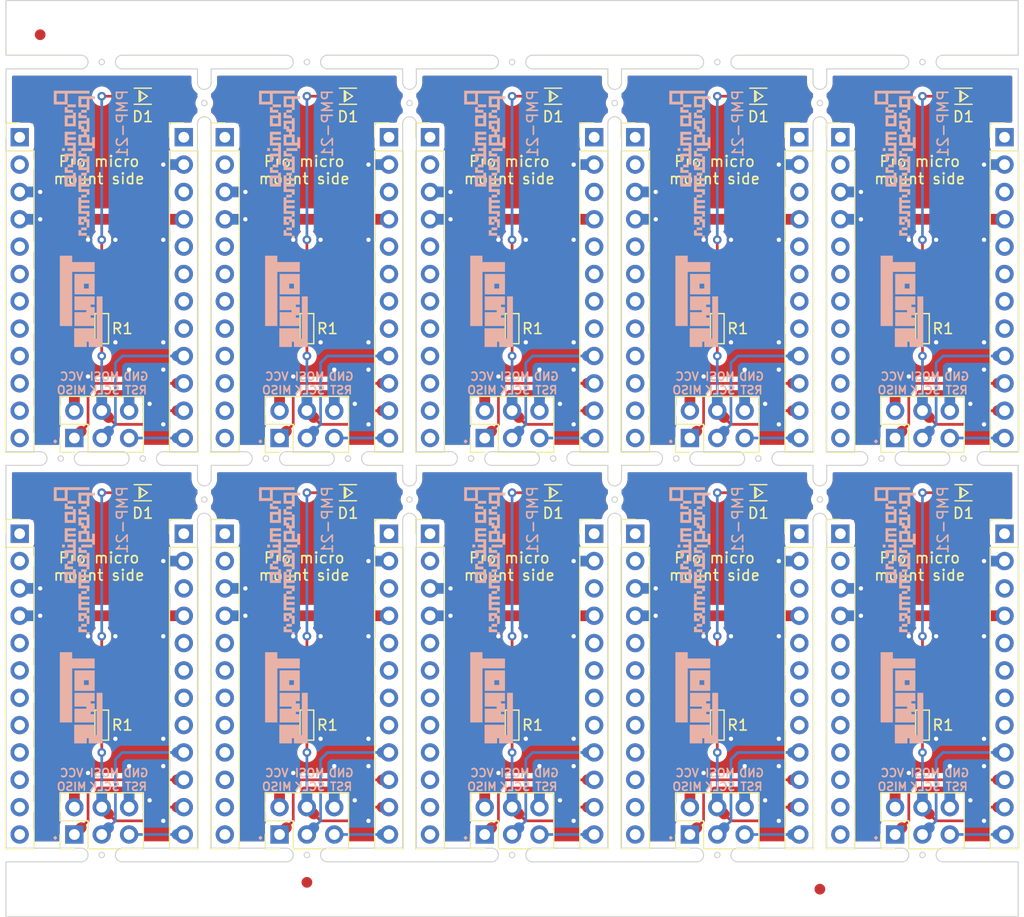
<source format=kicad_pcb>
(kicad_pcb (version 20171130) (host pcbnew "(5.1.9-0-10_14)")
  (title_block (title "Pro micro programmer") (date 2021-02-01) (rev v1.0) (company Toms))
  (layers (0 F.Cu signal) (31 B.Cu signal hide) (34 B.Paste user) (35 F.Paste user) (36 B.SilkS user hide) (37 F.SilkS user hide) (38 B.Mask user hide) (39 F.Mask user hide) (44 Edge.Cuts user))
  (net 0 "")
  (net 1 "Net-(D1-Pad2)")
  (net 2 GND)
  (net 3 "Net-(J1-Pad12)")
  (net 4 "Net-(J1-Pad11)")
  (net 5 "Net-(J1-Pad10)")
  (net 6 "Net-(J1-Pad9)")
  (net 7 "Net-(J1-Pad8)")
  (net 8 "Net-(J1-Pad7)")
  (net 9 "Net-(J1-Pad6)")
  (net 10 "Net-(J1-Pad5)")
  (net 11 "Net-(J1-Pad2)")
  (net 12 "Net-(J1-Pad1)")
  (net 13 /RESET)
  (net 14 /MOSI)
  (net 15 /MISO)
  (net 16 /SCLK)
  (net 17 "Net-(J2-Pad8)")
  (net 18 "Net-(J2-Pad7)")
  (net 19 "Net-(J2-Pad6)")
  (net 20 "Net-(J2-Pad5)")
  (net 21 VCC)
  (net 22 "Net-(J2-Pad3)")
  (net 23 "Net-(J2-Pad1)")
  (module Fiducial:Fiducial_1mm_Mask2mm (layer F.Cu) (at 177.165 128.27)
    (fp_text reference REF** hide)
    (fp_text value Fiducial_1mm_Mask2mm hide)
    (pad "" smd circle (at 0 0) (size 1 1) (layers F.Cu F.Mask) (clearance 0.5))
  )
  (module Fiducial:Fiducial_1mm_Mask2mm (layer F.Cu) (at 129.54 127.635)
    (fp_text reference REF** hide)
    (fp_text value Fiducial_1mm_Mask2mm hide)
    (pad "" smd circle (at 0 0) (size 1 1) (layers F.Cu F.Mask) (clearance 0.5))
  )
  (module Fiducial:Fiducial_1mm_Mask2mm (layer F.Cu) (at 104.775 48.895)
    (fp_text reference REF** hide)
    (fp_text value Fiducial_1mm_Mask2mm hide)
    (pad "" smd circle (at 0 0) (size 1 1) (layers F.Cu F.Mask) (clearance 0.5))
  )
  (module OPL_Discrete_Semiconductor:LED-1206 (layer F.Cu) (at 190.5 91.44 180)
    (fp_text reference D1 (at 0 -1.905) (layer F.SilkS))
    (fp_text value "Rohm SML-E1 LED" hide)
    (pad 2 smd rect (at 1.59766 0 180) (size 1.4986 1.4986) (layers F.Cu F.Paste F.Mask) (net 1 "Net-(D1-Pad2)"))
    (pad 1 smd rect (at -1.59766 0 180) (size 1.4986 1.4986) (layers F.Cu F.Paste F.Mask) (net 2 GND))
  )
  (module OPL_Discrete_Semiconductor:LED-1206 (layer F.Cu) (at 171.45 91.44 180)
    (fp_text reference D1 (at 0 -1.905) (layer F.SilkS))
    (fp_text value "Rohm SML-E1 LED" hide)
    (pad 2 smd rect (at 1.59766 0 180) (size 1.4986 1.4986) (layers F.Cu F.Paste F.Mask) (net 1 "Net-(D1-Pad2)"))
    (pad 1 smd rect (at -1.59766 0 180) (size 1.4986 1.4986) (layers F.Cu F.Paste F.Mask) (net 2 GND))
  )
  (module OPL_Discrete_Semiconductor:LED-1206 (layer F.Cu) (at 152.4 91.44 180)
    (fp_text reference D1 (at 0 -1.905) (layer F.SilkS))
    (fp_text value "Rohm SML-E1 LED" hide)
    (pad 2 smd rect (at 1.59766 0 180) (size 1.4986 1.4986) (layers F.Cu F.Paste F.Mask) (net 1 "Net-(D1-Pad2)"))
    (pad 1 smd rect (at -1.59766 0 180) (size 1.4986 1.4986) (layers F.Cu F.Paste F.Mask) (net 2 GND))
  )
  (module OPL_Discrete_Semiconductor:LED-1206 (layer F.Cu) (at 133.35 91.44 180)
    (fp_text reference D1 (at 0 -1.905) (layer F.SilkS))
    (fp_text value "Rohm SML-E1 LED" hide)
    (pad 2 smd rect (at 1.59766 0 180) (size 1.4986 1.4986) (layers F.Cu F.Paste F.Mask) (net 1 "Net-(D1-Pad2)"))
    (pad 1 smd rect (at -1.59766 0 180) (size 1.4986 1.4986) (layers F.Cu F.Paste F.Mask) (net 2 GND))
  )
  (module OPL_Discrete_Semiconductor:LED-1206 (layer F.Cu) (at 114.3 91.44 180)
    (fp_text reference D1 (at 0 -1.905) (layer F.SilkS))
    (fp_text value "Rohm SML-E1 LED" hide)
    (pad 2 smd rect (at 1.59766 0 180) (size 1.4986 1.4986) (layers F.Cu F.Paste F.Mask) (net 1 "Net-(D1-Pad2)"))
    (pad 1 smd rect (at -1.59766 0 180) (size 1.4986 1.4986) (layers F.Cu F.Paste F.Mask) (net 2 GND))
  )
  (module OPL_Discrete_Semiconductor:LED-1206 (layer F.Cu) (at 190.5 54.61 180)
    (fp_text reference D1 (at 0 -1.905) (layer F.SilkS))
    (fp_text value "Rohm SML-E1 LED" hide)
    (pad 2 smd rect (at 1.59766 0 180) (size 1.4986 1.4986) (layers F.Cu F.Paste F.Mask) (net 1 "Net-(D1-Pad2)"))
    (pad 1 smd rect (at -1.59766 0 180) (size 1.4986 1.4986) (layers F.Cu F.Paste F.Mask) (net 2 GND))
  )
  (module OPL_Discrete_Semiconductor:LED-1206 (layer F.Cu) (at 171.45 54.61 180)
    (fp_text reference D1 (at 0 -1.905) (layer F.SilkS))
    (fp_text value "Rohm SML-E1 LED" hide)
    (pad 2 smd rect (at 1.59766 0 180) (size 1.4986 1.4986) (layers F.Cu F.Paste F.Mask) (net 1 "Net-(D1-Pad2)"))
    (pad 1 smd rect (at -1.59766 0 180) (size 1.4986 1.4986) (layers F.Cu F.Paste F.Mask) (net 2 GND))
  )
  (module OPL_Discrete_Semiconductor:LED-1206 (layer F.Cu) (at 152.4 54.61 180)
    (fp_text reference D1 (at 0 -1.905) (layer F.SilkS))
    (fp_text value "Rohm SML-E1 LED" hide)
    (pad 2 smd rect (at 1.59766 0 180) (size 1.4986 1.4986) (layers F.Cu F.Paste F.Mask) (net 1 "Net-(D1-Pad2)"))
    (pad 1 smd rect (at -1.59766 0 180) (size 1.4986 1.4986) (layers F.Cu F.Paste F.Mask) (net 2 GND))
  )
  (module OPL_Discrete_Semiconductor:LED-1206 (layer F.Cu) (at 133.35 54.61 180)
    (fp_text reference D1 (at 0 -1.905) (layer F.SilkS))
    (fp_text value "Rohm SML-E1 LED" hide)
    (pad 2 smd rect (at 1.59766 0 180) (size 1.4986 1.4986) (layers F.Cu F.Paste F.Mask) (net 1 "Net-(D1-Pad2)"))
    (pad 1 smd rect (at -1.59766 0 180) (size 1.4986 1.4986) (layers F.Cu F.Paste F.Mask) (net 2 GND))
  )
  (module Connector_PinHeader_2.54mm:PinHeader_2x03_P2.54mm_Vertical (layer F.Cu) (at 184.15 123.19 90)
    (fp_text reference J3 hide)
    (fp_text value Conn_02x03 hide)
    (pad 1 thru_hole rect (at 0 0 90) (size 1.7 1.7) (drill 1) (layers *.Cu *.Mask) (net 15 /MISO))
    (pad 2 thru_hole oval (at 2.54 0 90) (size 1.7 1.7) (drill 1) (layers *.Cu *.Mask) (net 21 VCC))
    (pad 3 thru_hole oval (at 0 2.54 90) (size 1.7 1.7) (drill 1) (layers *.Cu *.Mask) (net 16 /SCLK))
    (pad 4 thru_hole oval (at 2.54 2.54 90) (size 1.7 1.7) (drill 1) (layers *.Cu *.Mask) (net 14 /MOSI))
    (pad 5 thru_hole oval (at 0 5.08 90) (size 1.7 1.7) (drill 1) (layers *.Cu *.Mask) (net 13 /RESET))
    (pad 6 thru_hole oval (at 2.54 5.08 90) (size 1.7 1.7) (drill 1) (layers *.Cu *.Mask) (net 2 GND))
  )
  (module Connector_PinHeader_2.54mm:PinHeader_2x03_P2.54mm_Vertical (layer F.Cu) (at 165.1 123.19 90)
    (fp_text reference J3 hide)
    (fp_text value Conn_02x03 hide)
    (pad 1 thru_hole rect (at 0 0 90) (size 1.7 1.7) (drill 1) (layers *.Cu *.Mask) (net 15 /MISO))
    (pad 2 thru_hole oval (at 2.54 0 90) (size 1.7 1.7) (drill 1) (layers *.Cu *.Mask) (net 21 VCC))
    (pad 3 thru_hole oval (at 0 2.54 90) (size 1.7 1.7) (drill 1) (layers *.Cu *.Mask) (net 16 /SCLK))
    (pad 4 thru_hole oval (at 2.54 2.54 90) (size 1.7 1.7) (drill 1) (layers *.Cu *.Mask) (net 14 /MOSI))
    (pad 5 thru_hole oval (at 0 5.08 90) (size 1.7 1.7) (drill 1) (layers *.Cu *.Mask) (net 13 /RESET))
    (pad 6 thru_hole oval (at 2.54 5.08 90) (size 1.7 1.7) (drill 1) (layers *.Cu *.Mask) (net 2 GND))
  )
  (module Connector_PinHeader_2.54mm:PinHeader_2x03_P2.54mm_Vertical (layer F.Cu) (at 146.05 123.19 90)
    (fp_text reference J3 hide)
    (fp_text value Conn_02x03 hide)
    (pad 1 thru_hole rect (at 0 0 90) (size 1.7 1.7) (drill 1) (layers *.Cu *.Mask) (net 15 /MISO))
    (pad 2 thru_hole oval (at 2.54 0 90) (size 1.7 1.7) (drill 1) (layers *.Cu *.Mask) (net 21 VCC))
    (pad 3 thru_hole oval (at 0 2.54 90) (size 1.7 1.7) (drill 1) (layers *.Cu *.Mask) (net 16 /SCLK))
    (pad 4 thru_hole oval (at 2.54 2.54 90) (size 1.7 1.7) (drill 1) (layers *.Cu *.Mask) (net 14 /MOSI))
    (pad 5 thru_hole oval (at 0 5.08 90) (size 1.7 1.7) (drill 1) (layers *.Cu *.Mask) (net 13 /RESET))
    (pad 6 thru_hole oval (at 2.54 5.08 90) (size 1.7 1.7) (drill 1) (layers *.Cu *.Mask) (net 2 GND))
  )
  (module Connector_PinHeader_2.54mm:PinHeader_2x03_P2.54mm_Vertical (layer F.Cu) (at 127 123.19 90)
    (fp_text reference J3 hide)
    (fp_text value Conn_02x03 hide)
    (pad 1 thru_hole rect (at 0 0 90) (size 1.7 1.7) (drill 1) (layers *.Cu *.Mask) (net 15 /MISO))
    (pad 2 thru_hole oval (at 2.54 0 90) (size 1.7 1.7) (drill 1) (layers *.Cu *.Mask) (net 21 VCC))
    (pad 3 thru_hole oval (at 0 2.54 90) (size 1.7 1.7) (drill 1) (layers *.Cu *.Mask) (net 16 /SCLK))
    (pad 4 thru_hole oval (at 2.54 2.54 90) (size 1.7 1.7) (drill 1) (layers *.Cu *.Mask) (net 14 /MOSI))
    (pad 5 thru_hole oval (at 0 5.08 90) (size 1.7 1.7) (drill 1) (layers *.Cu *.Mask) (net 13 /RESET))
    (pad 6 thru_hole oval (at 2.54 5.08 90) (size 1.7 1.7) (drill 1) (layers *.Cu *.Mask) (net 2 GND))
  )
  (module Connector_PinHeader_2.54mm:PinHeader_2x03_P2.54mm_Vertical (layer F.Cu) (at 107.95 123.19 90)
    (fp_text reference J3 hide)
    (fp_text value Conn_02x03 hide)
    (pad 1 thru_hole rect (at 0 0 90) (size 1.7 1.7) (drill 1) (layers *.Cu *.Mask) (net 15 /MISO))
    (pad 2 thru_hole oval (at 2.54 0 90) (size 1.7 1.7) (drill 1) (layers *.Cu *.Mask) (net 21 VCC))
    (pad 3 thru_hole oval (at 0 2.54 90) (size 1.7 1.7) (drill 1) (layers *.Cu *.Mask) (net 16 /SCLK))
    (pad 4 thru_hole oval (at 2.54 2.54 90) (size 1.7 1.7) (drill 1) (layers *.Cu *.Mask) (net 14 /MOSI))
    (pad 5 thru_hole oval (at 0 5.08 90) (size 1.7 1.7) (drill 1) (layers *.Cu *.Mask) (net 13 /RESET))
    (pad 6 thru_hole oval (at 2.54 5.08 90) (size 1.7 1.7) (drill 1) (layers *.Cu *.Mask) (net 2 GND))
  )
  (module Connector_PinHeader_2.54mm:PinHeader_2x03_P2.54mm_Vertical (layer F.Cu) (at 184.15 86.36 90)
    (fp_text reference J3 hide)
    (fp_text value Conn_02x03 hide)
    (pad 1 thru_hole rect (at 0 0 90) (size 1.7 1.7) (drill 1) (layers *.Cu *.Mask) (net 15 /MISO))
    (pad 2 thru_hole oval (at 2.54 0 90) (size 1.7 1.7) (drill 1) (layers *.Cu *.Mask) (net 21 VCC))
    (pad 3 thru_hole oval (at 0 2.54 90) (size 1.7 1.7) (drill 1) (layers *.Cu *.Mask) (net 16 /SCLK))
    (pad 4 thru_hole oval (at 2.54 2.54 90) (size 1.7 1.7) (drill 1) (layers *.Cu *.Mask) (net 14 /MOSI))
    (pad 5 thru_hole oval (at 0 5.08 90) (size 1.7 1.7) (drill 1) (layers *.Cu *.Mask) (net 13 /RESET))
    (pad 6 thru_hole oval (at 2.54 5.08 90) (size 1.7 1.7) (drill 1) (layers *.Cu *.Mask) (net 2 GND))
  )
  (module Connector_PinHeader_2.54mm:PinHeader_2x03_P2.54mm_Vertical (layer F.Cu) (at 165.1 86.36 90)
    (fp_text reference J3 hide)
    (fp_text value Conn_02x03 hide)
    (pad 1 thru_hole rect (at 0 0 90) (size 1.7 1.7) (drill 1) (layers *.Cu *.Mask) (net 15 /MISO))
    (pad 2 thru_hole oval (at 2.54 0 90) (size 1.7 1.7) (drill 1) (layers *.Cu *.Mask) (net 21 VCC))
    (pad 3 thru_hole oval (at 0 2.54 90) (size 1.7 1.7) (drill 1) (layers *.Cu *.Mask) (net 16 /SCLK))
    (pad 4 thru_hole oval (at 2.54 2.54 90) (size 1.7 1.7) (drill 1) (layers *.Cu *.Mask) (net 14 /MOSI))
    (pad 5 thru_hole oval (at 0 5.08 90) (size 1.7 1.7) (drill 1) (layers *.Cu *.Mask) (net 13 /RESET))
    (pad 6 thru_hole oval (at 2.54 5.08 90) (size 1.7 1.7) (drill 1) (layers *.Cu *.Mask) (net 2 GND))
  )
  (module Connector_PinHeader_2.54mm:PinHeader_2x03_P2.54mm_Vertical (layer F.Cu) (at 146.05 86.36 90)
    (fp_text reference J3 hide)
    (fp_text value Conn_02x03 hide)
    (pad 1 thru_hole rect (at 0 0 90) (size 1.7 1.7) (drill 1) (layers *.Cu *.Mask) (net 15 /MISO))
    (pad 2 thru_hole oval (at 2.54 0 90) (size 1.7 1.7) (drill 1) (layers *.Cu *.Mask) (net 21 VCC))
    (pad 3 thru_hole oval (at 0 2.54 90) (size 1.7 1.7) (drill 1) (layers *.Cu *.Mask) (net 16 /SCLK))
    (pad 4 thru_hole oval (at 2.54 2.54 90) (size 1.7 1.7) (drill 1) (layers *.Cu *.Mask) (net 14 /MOSI))
    (pad 5 thru_hole oval (at 0 5.08 90) (size 1.7 1.7) (drill 1) (layers *.Cu *.Mask) (net 13 /RESET))
    (pad 6 thru_hole oval (at 2.54 5.08 90) (size 1.7 1.7) (drill 1) (layers *.Cu *.Mask) (net 2 GND))
  )
  (module Connector_PinHeader_2.54mm:PinHeader_2x03_P2.54mm_Vertical (layer F.Cu) (at 127 86.36 90)
    (fp_text reference J3 hide)
    (fp_text value Conn_02x03 hide)
    (pad 1 thru_hole rect (at 0 0 90) (size 1.7 1.7) (drill 1) (layers *.Cu *.Mask) (net 15 /MISO))
    (pad 2 thru_hole oval (at 2.54 0 90) (size 1.7 1.7) (drill 1) (layers *.Cu *.Mask) (net 21 VCC))
    (pad 3 thru_hole oval (at 0 2.54 90) (size 1.7 1.7) (drill 1) (layers *.Cu *.Mask) (net 16 /SCLK))
    (pad 4 thru_hole oval (at 2.54 2.54 90) (size 1.7 1.7) (drill 1) (layers *.Cu *.Mask) (net 14 /MOSI))
    (pad 5 thru_hole oval (at 0 5.08 90) (size 1.7 1.7) (drill 1) (layers *.Cu *.Mask) (net 13 /RESET))
    (pad 6 thru_hole oval (at 2.54 5.08 90) (size 1.7 1.7) (drill 1) (layers *.Cu *.Mask) (net 2 GND))
  )
  (module Connector_PinHeader_2.54mm:PinHeader_1x12_P2.54mm_Vertical (layer F.Cu) (at 179.07 95.25)
    (fp_text reference J1 hide)
    (fp_text value Conn_01x12 hide)
    (pad 1 thru_hole rect (at 0 0) (size 1.7 1.7) (drill 1) (layers *.Cu *.Mask) (net 12 "Net-(J1-Pad1)"))
    (pad 2 thru_hole oval (at 0 2.54) (size 1.7 1.7) (drill 1) (layers *.Cu *.Mask) (net 11 "Net-(J1-Pad2)"))
    (pad 3 thru_hole oval (at 0 5.08) (size 1.7 1.7) (drill 1) (layers *.Cu *.Mask) (net 2 GND))
    (pad 4 thru_hole oval (at 0 7.62) (size 1.7 1.7) (drill 1) (layers *.Cu *.Mask) (net 2 GND))
    (pad 5 thru_hole oval (at 0 10.16) (size 1.7 1.7) (drill 1) (layers *.Cu *.Mask) (net 10 "Net-(J1-Pad5)"))
    (pad 6 thru_hole oval (at 0 12.7) (size 1.7 1.7) (drill 1) (layers *.Cu *.Mask) (net 9 "Net-(J1-Pad6)"))
    (pad 7 thru_hole oval (at 0 15.24) (size 1.7 1.7) (drill 1) (layers *.Cu *.Mask) (net 8 "Net-(J1-Pad7)"))
    (pad 8 thru_hole oval (at 0 17.78) (size 1.7 1.7) (drill 1) (layers *.Cu *.Mask) (net 7 "Net-(J1-Pad8)"))
    (pad 9 thru_hole oval (at 0 20.32) (size 1.7 1.7) (drill 1) (layers *.Cu *.Mask) (net 6 "Net-(J1-Pad9)"))
    (pad 10 thru_hole oval (at 0 22.86) (size 1.7 1.7) (drill 1) (layers *.Cu *.Mask) (net 5 "Net-(J1-Pad10)"))
    (pad 11 thru_hole oval (at 0 25.4) (size 1.7 1.7) (drill 1) (layers *.Cu *.Mask) (net 4 "Net-(J1-Pad11)"))
    (pad 12 thru_hole oval (at 0 27.94) (size 1.7 1.7) (drill 1) (layers *.Cu *.Mask) (net 3 "Net-(J1-Pad12)"))
  )
  (module Connector_PinHeader_2.54mm:PinHeader_1x12_P2.54mm_Vertical (layer F.Cu) (at 160.02 95.25)
    (fp_text reference J1 hide)
    (fp_text value Conn_01x12 hide)
    (pad 1 thru_hole rect (at 0 0) (size 1.7 1.7) (drill 1) (layers *.Cu *.Mask) (net 12 "Net-(J1-Pad1)"))
    (pad 2 thru_hole oval (at 0 2.54) (size 1.7 1.7) (drill 1) (layers *.Cu *.Mask) (net 11 "Net-(J1-Pad2)"))
    (pad 3 thru_hole oval (at 0 5.08) (size 1.7 1.7) (drill 1) (layers *.Cu *.Mask) (net 2 GND))
    (pad 4 thru_hole oval (at 0 7.62) (size 1.7 1.7) (drill 1) (layers *.Cu *.Mask) (net 2 GND))
    (pad 5 thru_hole oval (at 0 10.16) (size 1.7 1.7) (drill 1) (layers *.Cu *.Mask) (net 10 "Net-(J1-Pad5)"))
    (pad 6 thru_hole oval (at 0 12.7) (size 1.7 1.7) (drill 1) (layers *.Cu *.Mask) (net 9 "Net-(J1-Pad6)"))
    (pad 7 thru_hole oval (at 0 15.24) (size 1.7 1.7) (drill 1) (layers *.Cu *.Mask) (net 8 "Net-(J1-Pad7)"))
    (pad 8 thru_hole oval (at 0 17.78) (size 1.7 1.7) (drill 1) (layers *.Cu *.Mask) (net 7 "Net-(J1-Pad8)"))
    (pad 9 thru_hole oval (at 0 20.32) (size 1.7 1.7) (drill 1) (layers *.Cu *.Mask) (net 6 "Net-(J1-Pad9)"))
    (pad 10 thru_hole oval (at 0 22.86) (size 1.7 1.7) (drill 1) (layers *.Cu *.Mask) (net 5 "Net-(J1-Pad10)"))
    (pad 11 thru_hole oval (at 0 25.4) (size 1.7 1.7) (drill 1) (layers *.Cu *.Mask) (net 4 "Net-(J1-Pad11)"))
    (pad 12 thru_hole oval (at 0 27.94) (size 1.7 1.7) (drill 1) (layers *.Cu *.Mask) (net 3 "Net-(J1-Pad12)"))
  )
  (module Connector_PinHeader_2.54mm:PinHeader_1x12_P2.54mm_Vertical (layer F.Cu) (at 140.97 95.25)
    (fp_text reference J1 hide)
    (fp_text value Conn_01x12 hide)
    (pad 1 thru_hole rect (at 0 0) (size 1.7 1.7) (drill 1) (layers *.Cu *.Mask) (net 12 "Net-(J1-Pad1)"))
    (pad 2 thru_hole oval (at 0 2.54) (size 1.7 1.7) (drill 1) (layers *.Cu *.Mask) (net 11 "Net-(J1-Pad2)"))
    (pad 3 thru_hole oval (at 0 5.08) (size 1.7 1.7) (drill 1) (layers *.Cu *.Mask) (net 2 GND))
    (pad 4 thru_hole oval (at 0 7.62) (size 1.7 1.7) (drill 1) (layers *.Cu *.Mask) (net 2 GND))
    (pad 5 thru_hole oval (at 0 10.16) (size 1.7 1.7) (drill 1) (layers *.Cu *.Mask) (net 10 "Net-(J1-Pad5)"))
    (pad 6 thru_hole oval (at 0 12.7) (size 1.7 1.7) (drill 1) (layers *.Cu *.Mask) (net 9 "Net-(J1-Pad6)"))
    (pad 7 thru_hole oval (at 0 15.24) (size 1.7 1.7) (drill 1) (layers *.Cu *.Mask) (net 8 "Net-(J1-Pad7)"))
    (pad 8 thru_hole oval (at 0 17.78) (size 1.7 1.7) (drill 1) (layers *.Cu *.Mask) (net 7 "Net-(J1-Pad8)"))
    (pad 9 thru_hole oval (at 0 20.32) (size 1.7 1.7) (drill 1) (layers *.Cu *.Mask) (net 6 "Net-(J1-Pad9)"))
    (pad 10 thru_hole oval (at 0 22.86) (size 1.7 1.7) (drill 1) (layers *.Cu *.Mask) (net 5 "Net-(J1-Pad10)"))
    (pad 11 thru_hole oval (at 0 25.4) (size 1.7 1.7) (drill 1) (layers *.Cu *.Mask) (net 4 "Net-(J1-Pad11)"))
    (pad 12 thru_hole oval (at 0 27.94) (size 1.7 1.7) (drill 1) (layers *.Cu *.Mask) (net 3 "Net-(J1-Pad12)"))
  )
  (module Connector_PinHeader_2.54mm:PinHeader_1x12_P2.54mm_Vertical (layer F.Cu) (at 121.92 95.25)
    (fp_text reference J1 hide)
    (fp_text value Conn_01x12 hide)
    (pad 1 thru_hole rect (at 0 0) (size 1.7 1.7) (drill 1) (layers *.Cu *.Mask) (net 12 "Net-(J1-Pad1)"))
    (pad 2 thru_hole oval (at 0 2.54) (size 1.7 1.7) (drill 1) (layers *.Cu *.Mask) (net 11 "Net-(J1-Pad2)"))
    (pad 3 thru_hole oval (at 0 5.08) (size 1.7 1.7) (drill 1) (layers *.Cu *.Mask) (net 2 GND))
    (pad 4 thru_hole oval (at 0 7.62) (size 1.7 1.7) (drill 1) (layers *.Cu *.Mask) (net 2 GND))
    (pad 5 thru_hole oval (at 0 10.16) (size 1.7 1.7) (drill 1) (layers *.Cu *.Mask) (net 10 "Net-(J1-Pad5)"))
    (pad 6 thru_hole oval (at 0 12.7) (size 1.7 1.7) (drill 1) (layers *.Cu *.Mask) (net 9 "Net-(J1-Pad6)"))
    (pad 7 thru_hole oval (at 0 15.24) (size 1.7 1.7) (drill 1) (layers *.Cu *.Mask) (net 8 "Net-(J1-Pad7)"))
    (pad 8 thru_hole oval (at 0 17.78) (size 1.7 1.7) (drill 1) (layers *.Cu *.Mask) (net 7 "Net-(J1-Pad8)"))
    (pad 9 thru_hole oval (at 0 20.32) (size 1.7 1.7) (drill 1) (layers *.Cu *.Mask) (net 6 "Net-(J1-Pad9)"))
    (pad 10 thru_hole oval (at 0 22.86) (size 1.7 1.7) (drill 1) (layers *.Cu *.Mask) (net 5 "Net-(J1-Pad10)"))
    (pad 11 thru_hole oval (at 0 25.4) (size 1.7 1.7) (drill 1) (layers *.Cu *.Mask) (net 4 "Net-(J1-Pad11)"))
    (pad 12 thru_hole oval (at 0 27.94) (size 1.7 1.7) (drill 1) (layers *.Cu *.Mask) (net 3 "Net-(J1-Pad12)"))
  )
  (module Connector_PinHeader_2.54mm:PinHeader_1x12_P2.54mm_Vertical (layer F.Cu) (at 102.87 95.25)
    (fp_text reference J1 hide)
    (fp_text value Conn_01x12 hide)
    (pad 1 thru_hole rect (at 0 0) (size 1.7 1.7) (drill 1) (layers *.Cu *.Mask) (net 12 "Net-(J1-Pad1)"))
    (pad 2 thru_hole oval (at 0 2.54) (size 1.7 1.7) (drill 1) (layers *.Cu *.Mask) (net 11 "Net-(J1-Pad2)"))
    (pad 3 thru_hole oval (at 0 5.08) (size 1.7 1.7) (drill 1) (layers *.Cu *.Mask) (net 2 GND))
    (pad 4 thru_hole oval (at 0 7.62) (size 1.7 1.7) (drill 1) (layers *.Cu *.Mask) (net 2 GND))
    (pad 5 thru_hole oval (at 0 10.16) (size 1.7 1.7) (drill 1) (layers *.Cu *.Mask) (net 10 "Net-(J1-Pad5)"))
    (pad 6 thru_hole oval (at 0 12.7) (size 1.7 1.7) (drill 1) (layers *.Cu *.Mask) (net 9 "Net-(J1-Pad6)"))
    (pad 7 thru_hole oval (at 0 15.24) (size 1.7 1.7) (drill 1) (layers *.Cu *.Mask) (net 8 "Net-(J1-Pad7)"))
    (pad 8 thru_hole oval (at 0 17.78) (size 1.7 1.7) (drill 1) (layers *.Cu *.Mask) (net 7 "Net-(J1-Pad8)"))
    (pad 9 thru_hole oval (at 0 20.32) (size 1.7 1.7) (drill 1) (layers *.Cu *.Mask) (net 6 "Net-(J1-Pad9)"))
    (pad 10 thru_hole oval (at 0 22.86) (size 1.7 1.7) (drill 1) (layers *.Cu *.Mask) (net 5 "Net-(J1-Pad10)"))
    (pad 11 thru_hole oval (at 0 25.4) (size 1.7 1.7) (drill 1) (layers *.Cu *.Mask) (net 4 "Net-(J1-Pad11)"))
    (pad 12 thru_hole oval (at 0 27.94) (size 1.7 1.7) (drill 1) (layers *.Cu *.Mask) (net 3 "Net-(J1-Pad12)"))
  )
  (module Connector_PinHeader_2.54mm:PinHeader_1x12_P2.54mm_Vertical (layer F.Cu) (at 179.07 58.42)
    (fp_text reference J1 hide)
    (fp_text value Conn_01x12 hide)
    (pad 1 thru_hole rect (at 0 0) (size 1.7 1.7) (drill 1) (layers *.Cu *.Mask) (net 12 "Net-(J1-Pad1)"))
    (pad 2 thru_hole oval (at 0 2.54) (size 1.7 1.7) (drill 1) (layers *.Cu *.Mask) (net 11 "Net-(J1-Pad2)"))
    (pad 3 thru_hole oval (at 0 5.08) (size 1.7 1.7) (drill 1) (layers *.Cu *.Mask) (net 2 GND))
    (pad 4 thru_hole oval (at 0 7.62) (size 1.7 1.7) (drill 1) (layers *.Cu *.Mask) (net 2 GND))
    (pad 5 thru_hole oval (at 0 10.16) (size 1.7 1.7) (drill 1) (layers *.Cu *.Mask) (net 10 "Net-(J1-Pad5)"))
    (pad 6 thru_hole oval (at 0 12.7) (size 1.7 1.7) (drill 1) (layers *.Cu *.Mask) (net 9 "Net-(J1-Pad6)"))
    (pad 7 thru_hole oval (at 0 15.24) (size 1.7 1.7) (drill 1) (layers *.Cu *.Mask) (net 8 "Net-(J1-Pad7)"))
    (pad 8 thru_hole oval (at 0 17.78) (size 1.7 1.7) (drill 1) (layers *.Cu *.Mask) (net 7 "Net-(J1-Pad8)"))
    (pad 9 thru_hole oval (at 0 20.32) (size 1.7 1.7) (drill 1) (layers *.Cu *.Mask) (net 6 "Net-(J1-Pad9)"))
    (pad 10 thru_hole oval (at 0 22.86) (size 1.7 1.7) (drill 1) (layers *.Cu *.Mask) (net 5 "Net-(J1-Pad10)"))
    (pad 11 thru_hole oval (at 0 25.4) (size 1.7 1.7) (drill 1) (layers *.Cu *.Mask) (net 4 "Net-(J1-Pad11)"))
    (pad 12 thru_hole oval (at 0 27.94) (size 1.7 1.7) (drill 1) (layers *.Cu *.Mask) (net 3 "Net-(J1-Pad12)"))
  )
  (module Connector_PinHeader_2.54mm:PinHeader_1x12_P2.54mm_Vertical (layer F.Cu) (at 160.02 58.42)
    (fp_text reference J1 hide)
    (fp_text value Conn_01x12 hide)
    (pad 1 thru_hole rect (at 0 0) (size 1.7 1.7) (drill 1) (layers *.Cu *.Mask) (net 12 "Net-(J1-Pad1)"))
    (pad 2 thru_hole oval (at 0 2.54) (size 1.7 1.7) (drill 1) (layers *.Cu *.Mask) (net 11 "Net-(J1-Pad2)"))
    (pad 3 thru_hole oval (at 0 5.08) (size 1.7 1.7) (drill 1) (layers *.Cu *.Mask) (net 2 GND))
    (pad 4 thru_hole oval (at 0 7.62) (size 1.7 1.7) (drill 1) (layers *.Cu *.Mask) (net 2 GND))
    (pad 5 thru_hole oval (at 0 10.16) (size 1.7 1.7) (drill 1) (layers *.Cu *.Mask) (net 10 "Net-(J1-Pad5)"))
    (pad 6 thru_hole oval (at 0 12.7) (size 1.7 1.7) (drill 1) (layers *.Cu *.Mask) (net 9 "Net-(J1-Pad6)"))
    (pad 7 thru_hole oval (at 0 15.24) (size 1.7 1.7) (drill 1) (layers *.Cu *.Mask) (net 8 "Net-(J1-Pad7)"))
    (pad 8 thru_hole oval (at 0 17.78) (size 1.7 1.7) (drill 1) (layers *.Cu *.Mask) (net 7 "Net-(J1-Pad8)"))
    (pad 9 thru_hole oval (at 0 20.32) (size 1.7 1.7) (drill 1) (layers *.Cu *.Mask) (net 6 "Net-(J1-Pad9)"))
    (pad 10 thru_hole oval (at 0 22.86) (size 1.7 1.7) (drill 1) (layers *.Cu *.Mask) (net 5 "Net-(J1-Pad10)"))
    (pad 11 thru_hole oval (at 0 25.4) (size 1.7 1.7) (drill 1) (layers *.Cu *.Mask) (net 4 "Net-(J1-Pad11)"))
    (pad 12 thru_hole oval (at 0 27.94) (size 1.7 1.7) (drill 1) (layers *.Cu *.Mask) (net 3 "Net-(J1-Pad12)"))
  )
  (module Connector_PinHeader_2.54mm:PinHeader_1x12_P2.54mm_Vertical (layer F.Cu) (at 140.97 58.42)
    (fp_text reference J1 hide)
    (fp_text value Conn_01x12 hide)
    (pad 1 thru_hole rect (at 0 0) (size 1.7 1.7) (drill 1) (layers *.Cu *.Mask) (net 12 "Net-(J1-Pad1)"))
    (pad 2 thru_hole oval (at 0 2.54) (size 1.7 1.7) (drill 1) (layers *.Cu *.Mask) (net 11 "Net-(J1-Pad2)"))
    (pad 3 thru_hole oval (at 0 5.08) (size 1.7 1.7) (drill 1) (layers *.Cu *.Mask) (net 2 GND))
    (pad 4 thru_hole oval (at 0 7.62) (size 1.7 1.7) (drill 1) (layers *.Cu *.Mask) (net 2 GND))
    (pad 5 thru_hole oval (at 0 10.16) (size 1.7 1.7) (drill 1) (layers *.Cu *.Mask) (net 10 "Net-(J1-Pad5)"))
    (pad 6 thru_hole oval (at 0 12.7) (size 1.7 1.7) (drill 1) (layers *.Cu *.Mask) (net 9 "Net-(J1-Pad6)"))
    (pad 7 thru_hole oval (at 0 15.24) (size 1.7 1.7) (drill 1) (layers *.Cu *.Mask) (net 8 "Net-(J1-Pad7)"))
    (pad 8 thru_hole oval (at 0 17.78) (size 1.7 1.7) (drill 1) (layers *.Cu *.Mask) (net 7 "Net-(J1-Pad8)"))
    (pad 9 thru_hole oval (at 0 20.32) (size 1.7 1.7) (drill 1) (layers *.Cu *.Mask) (net 6 "Net-(J1-Pad9)"))
    (pad 10 thru_hole oval (at 0 22.86) (size 1.7 1.7) (drill 1) (layers *.Cu *.Mask) (net 5 "Net-(J1-Pad10)"))
    (pad 11 thru_hole oval (at 0 25.4) (size 1.7 1.7) (drill 1) (layers *.Cu *.Mask) (net 4 "Net-(J1-Pad11)"))
    (pad 12 thru_hole oval (at 0 27.94) (size 1.7 1.7) (drill 1) (layers *.Cu *.Mask) (net 3 "Net-(J1-Pad12)"))
  )
  (module Connector_PinHeader_2.54mm:PinHeader_1x12_P2.54mm_Vertical (layer F.Cu) (at 121.92 58.42)
    (fp_text reference J1 hide)
    (fp_text value Conn_01x12 hide)
    (pad 1 thru_hole rect (at 0 0) (size 1.7 1.7) (drill 1) (layers *.Cu *.Mask) (net 12 "Net-(J1-Pad1)"))
    (pad 2 thru_hole oval (at 0 2.54) (size 1.7 1.7) (drill 1) (layers *.Cu *.Mask) (net 11 "Net-(J1-Pad2)"))
    (pad 3 thru_hole oval (at 0 5.08) (size 1.7 1.7) (drill 1) (layers *.Cu *.Mask) (net 2 GND))
    (pad 4 thru_hole oval (at 0 7.62) (size 1.7 1.7) (drill 1) (layers *.Cu *.Mask) (net 2 GND))
    (pad 5 thru_hole oval (at 0 10.16) (size 1.7 1.7) (drill 1) (layers *.Cu *.Mask) (net 10 "Net-(J1-Pad5)"))
    (pad 6 thru_hole oval (at 0 12.7) (size 1.7 1.7) (drill 1) (layers *.Cu *.Mask) (net 9 "Net-(J1-Pad6)"))
    (pad 7 thru_hole oval (at 0 15.24) (size 1.7 1.7) (drill 1) (layers *.Cu *.Mask) (net 8 "Net-(J1-Pad7)"))
    (pad 8 thru_hole oval (at 0 17.78) (size 1.7 1.7) (drill 1) (layers *.Cu *.Mask) (net 7 "Net-(J1-Pad8)"))
    (pad 9 thru_hole oval (at 0 20.32) (size 1.7 1.7) (drill 1) (layers *.Cu *.Mask) (net 6 "Net-(J1-Pad9)"))
    (pad 10 thru_hole oval (at 0 22.86) (size 1.7 1.7) (drill 1) (layers *.Cu *.Mask) (net 5 "Net-(J1-Pad10)"))
    (pad 11 thru_hole oval (at 0 25.4) (size 1.7 1.7) (drill 1) (layers *.Cu *.Mask) (net 4 "Net-(J1-Pad11)"))
    (pad 12 thru_hole oval (at 0 27.94) (size 1.7 1.7) (drill 1) (layers *.Cu *.Mask) (net 3 "Net-(J1-Pad12)"))
  )
  (module lib:promicro_programmer_logo (layer B.Cu) (at 184.15 97.79 270)
    (fp_text reference G*** hide)
    (fp_text value LOGO hide)
  )
  (module lib:promicro_programmer_logo (layer B.Cu) (at 165.1 97.79 270)
    (fp_text reference G*** hide)
    (fp_text value LOGO hide)
  )
  (module lib:promicro_programmer_logo (layer B.Cu) (at 146.05 97.79 270)
    (fp_text reference G*** hide)
    (fp_text value LOGO hide)
  )
  (module lib:promicro_programmer_logo (layer B.Cu) (at 127 97.79 270)
    (fp_text reference G*** hide)
    (fp_text value LOGO hide)
  )
  (module lib:promicro_programmer_logo (layer B.Cu) (at 107.95 97.79 270)
    (fp_text reference G*** hide)
    (fp_text value LOGO hide)
  )
  (module lib:promicro_programmer_logo (layer B.Cu) (at 184.15 60.96 270)
    (fp_text reference G*** hide)
    (fp_text value LOGO hide)
  )
  (module lib:promicro_programmer_logo (layer B.Cu) (at 165.1 60.96 270)
    (fp_text reference G*** hide)
    (fp_text value LOGO hide)
  )
  (module lib:promicro_programmer_logo (layer B.Cu) (at 146.05 60.96 270)
    (fp_text reference G*** hide)
    (fp_text value LOGO hide)
  )
  (module lib:promicro_programmer_logo (layer B.Cu) (at 127 60.96 270)
    (fp_text reference G*** hide)
    (fp_text value LOGO hide)
  )
  (module Connector_PinHeader_2.54mm:PinHeader_1x12_P2.54mm_Vertical (layer F.Cu) (at 194.31 95.25)
    (fp_text reference J2 hide)
    (fp_text value Conn_01x12 hide)
    (pad 1 thru_hole rect (at 0 0) (size 1.7 1.7) (drill 1) (layers *.Cu *.Mask) (net 23 "Net-(J2-Pad1)"))
    (pad 2 thru_hole oval (at 0 2.54) (size 1.7 1.7) (drill 1) (layers *.Cu *.Mask) (net 2 GND))
    (pad 3 thru_hole oval (at 0 5.08) (size 1.7 1.7) (drill 1) (layers *.Cu *.Mask) (net 22 "Net-(J2-Pad3)"))
    (pad 4 thru_hole oval (at 0 7.62) (size 1.7 1.7) (drill 1) (layers *.Cu *.Mask) (net 21 VCC))
    (pad 5 thru_hole oval (at 0 10.16) (size 1.7 1.7) (drill 1) (layers *.Cu *.Mask) (net 20 "Net-(J2-Pad5)"))
    (pad 6 thru_hole oval (at 0 12.7) (size 1.7 1.7) (drill 1) (layers *.Cu *.Mask) (net 19 "Net-(J2-Pad6)"))
    (pad 7 thru_hole oval (at 0 15.24) (size 1.7 1.7) (drill 1) (layers *.Cu *.Mask) (net 18 "Net-(J2-Pad7)"))
    (pad 8 thru_hole oval (at 0 17.78) (size 1.7 1.7) (drill 1) (layers *.Cu *.Mask) (net 17 "Net-(J2-Pad8)"))
    (pad 9 thru_hole oval (at 0 20.32) (size 1.7 1.7) (drill 1) (layers *.Cu *.Mask) (net 16 /SCLK))
    (pad 10 thru_hole oval (at 0 22.86) (size 1.7 1.7) (drill 1) (layers *.Cu *.Mask) (net 15 /MISO))
    (pad 11 thru_hole oval (at 0 25.4) (size 1.7 1.7) (drill 1) (layers *.Cu *.Mask) (net 14 /MOSI))
    (pad 12 thru_hole oval (at 0 27.94) (size 1.7 1.7) (drill 1) (layers *.Cu *.Mask) (net 13 /RESET))
  )
  (module Connector_PinHeader_2.54mm:PinHeader_1x12_P2.54mm_Vertical (layer F.Cu) (at 175.26 95.25)
    (fp_text reference J2 hide)
    (fp_text value Conn_01x12 hide)
    (pad 1 thru_hole rect (at 0 0) (size 1.7 1.7) (drill 1) (layers *.Cu *.Mask) (net 23 "Net-(J2-Pad1)"))
    (pad 2 thru_hole oval (at 0 2.54) (size 1.7 1.7) (drill 1) (layers *.Cu *.Mask) (net 2 GND))
    (pad 3 thru_hole oval (at 0 5.08) (size 1.7 1.7) (drill 1) (layers *.Cu *.Mask) (net 22 "Net-(J2-Pad3)"))
    (pad 4 thru_hole oval (at 0 7.62) (size 1.7 1.7) (drill 1) (layers *.Cu *.Mask) (net 21 VCC))
    (pad 5 thru_hole oval (at 0 10.16) (size 1.7 1.7) (drill 1) (layers *.Cu *.Mask) (net 20 "Net-(J2-Pad5)"))
    (pad 6 thru_hole oval (at 0 12.7) (size 1.7 1.7) (drill 1) (layers *.Cu *.Mask) (net 19 "Net-(J2-Pad6)"))
    (pad 7 thru_hole oval (at 0 15.24) (size 1.7 1.7) (drill 1) (layers *.Cu *.Mask) (net 18 "Net-(J2-Pad7)"))
    (pad 8 thru_hole oval (at 0 17.78) (size 1.7 1.7) (drill 1) (layers *.Cu *.Mask) (net 17 "Net-(J2-Pad8)"))
    (pad 9 thru_hole oval (at 0 20.32) (size 1.7 1.7) (drill 1) (layers *.Cu *.Mask) (net 16 /SCLK))
    (pad 10 thru_hole oval (at 0 22.86) (size 1.7 1.7) (drill 1) (layers *.Cu *.Mask) (net 15 /MISO))
    (pad 11 thru_hole oval (at 0 25.4) (size 1.7 1.7) (drill 1) (layers *.Cu *.Mask) (net 14 /MOSI))
    (pad 12 thru_hole oval (at 0 27.94) (size 1.7 1.7) (drill 1) (layers *.Cu *.Mask) (net 13 /RESET))
  )
  (module Connector_PinHeader_2.54mm:PinHeader_1x12_P2.54mm_Vertical (layer F.Cu) (at 156.21 95.25)
    (fp_text reference J2 hide)
    (fp_text value Conn_01x12 hide)
    (pad 1 thru_hole rect (at 0 0) (size 1.7 1.7) (drill 1) (layers *.Cu *.Mask) (net 23 "Net-(J2-Pad1)"))
    (pad 2 thru_hole oval (at 0 2.54) (size 1.7 1.7) (drill 1) (layers *.Cu *.Mask) (net 2 GND))
    (pad 3 thru_hole oval (at 0 5.08) (size 1.7 1.7) (drill 1) (layers *.Cu *.Mask) (net 22 "Net-(J2-Pad3)"))
    (pad 4 thru_hole oval (at 0 7.62) (size 1.7 1.7) (drill 1) (layers *.Cu *.Mask) (net 21 VCC))
    (pad 5 thru_hole oval (at 0 10.16) (size 1.7 1.7) (drill 1) (layers *.Cu *.Mask) (net 20 "Net-(J2-Pad5)"))
    (pad 6 thru_hole oval (at 0 12.7) (size 1.7 1.7) (drill 1) (layers *.Cu *.Mask) (net 19 "Net-(J2-Pad6)"))
    (pad 7 thru_hole oval (at 0 15.24) (size 1.7 1.7) (drill 1) (layers *.Cu *.Mask) (net 18 "Net-(J2-Pad7)"))
    (pad 8 thru_hole oval (at 0 17.78) (size 1.7 1.7) (drill 1) (layers *.Cu *.Mask) (net 17 "Net-(J2-Pad8)"))
    (pad 9 thru_hole oval (at 0 20.32) (size 1.7 1.7) (drill 1) (layers *.Cu *.Mask) (net 16 /SCLK))
    (pad 10 thru_hole oval (at 0 22.86) (size 1.7 1.7) (drill 1) (layers *.Cu *.Mask) (net 15 /MISO))
    (pad 11 thru_hole oval (at 0 25.4) (size 1.7 1.7) (drill 1) (layers *.Cu *.Mask) (net 14 /MOSI))
    (pad 12 thru_hole oval (at 0 27.94) (size 1.7 1.7) (drill 1) (layers *.Cu *.Mask) (net 13 /RESET))
  )
  (module Connector_PinHeader_2.54mm:PinHeader_1x12_P2.54mm_Vertical (layer F.Cu) (at 137.16 95.25)
    (fp_text reference J2 hide)
    (fp_text value Conn_01x12 hide)
    (pad 1 thru_hole rect (at 0 0) (size 1.7 1.7) (drill 1) (layers *.Cu *.Mask) (net 23 "Net-(J2-Pad1)"))
    (pad 2 thru_hole oval (at 0 2.54) (size 1.7 1.7) (drill 1) (layers *.Cu *.Mask) (net 2 GND))
    (pad 3 thru_hole oval (at 0 5.08) (size 1.7 1.7) (drill 1) (layers *.Cu *.Mask) (net 22 "Net-(J2-Pad3)"))
    (pad 4 thru_hole oval (at 0 7.62) (size 1.7 1.7) (drill 1) (layers *.Cu *.Mask) (net 21 VCC))
    (pad 5 thru_hole oval (at 0 10.16) (size 1.7 1.7) (drill 1) (layers *.Cu *.Mask) (net 20 "Net-(J2-Pad5)"))
    (pad 6 thru_hole oval (at 0 12.7) (size 1.7 1.7) (drill 1) (layers *.Cu *.Mask) (net 19 "Net-(J2-Pad6)"))
    (pad 7 thru_hole oval (at 0 15.24) (size 1.7 1.7) (drill 1) (layers *.Cu *.Mask) (net 18 "Net-(J2-Pad7)"))
    (pad 8 thru_hole oval (at 0 17.78) (size 1.7 1.7) (drill 1) (layers *.Cu *.Mask) (net 17 "Net-(J2-Pad8)"))
    (pad 9 thru_hole oval (at 0 20.32) (size 1.7 1.7) (drill 1) (layers *.Cu *.Mask) (net 16 /SCLK))
    (pad 10 thru_hole oval (at 0 22.86) (size 1.7 1.7) (drill 1) (layers *.Cu *.Mask) (net 15 /MISO))
    (pad 11 thru_hole oval (at 0 25.4) (size 1.7 1.7) (drill 1) (layers *.Cu *.Mask) (net 14 /MOSI))
    (pad 12 thru_hole oval (at 0 27.94) (size 1.7 1.7) (drill 1) (layers *.Cu *.Mask) (net 13 /RESET))
  )
  (module Connector_PinHeader_2.54mm:PinHeader_1x12_P2.54mm_Vertical (layer F.Cu) (at 118.11 95.25)
    (fp_text reference J2 hide)
    (fp_text value Conn_01x12 hide)
    (pad 1 thru_hole rect (at 0 0) (size 1.7 1.7) (drill 1) (layers *.Cu *.Mask) (net 23 "Net-(J2-Pad1)"))
    (pad 2 thru_hole oval (at 0 2.54) (size 1.7 1.7) (drill 1) (layers *.Cu *.Mask) (net 2 GND))
    (pad 3 thru_hole oval (at 0 5.08) (size 1.7 1.7) (drill 1) (layers *.Cu *.Mask) (net 22 "Net-(J2-Pad3)"))
    (pad 4 thru_hole oval (at 0 7.62) (size 1.7 1.7) (drill 1) (layers *.Cu *.Mask) (net 21 VCC))
    (pad 5 thru_hole oval (at 0 10.16) (size 1.7 1.7) (drill 1) (layers *.Cu *.Mask) (net 20 "Net-(J2-Pad5)"))
    (pad 6 thru_hole oval (at 0 12.7) (size 1.7 1.7) (drill 1) (layers *.Cu *.Mask) (net 19 "Net-(J2-Pad6)"))
    (pad 7 thru_hole oval (at 0 15.24) (size 1.7 1.7) (drill 1) (layers *.Cu *.Mask) (net 18 "Net-(J2-Pad7)"))
    (pad 8 thru_hole oval (at 0 17.78) (size 1.7 1.7) (drill 1) (layers *.Cu *.Mask) (net 17 "Net-(J2-Pad8)"))
    (pad 9 thru_hole oval (at 0 20.32) (size 1.7 1.7) (drill 1) (layers *.Cu *.Mask) (net 16 /SCLK))
    (pad 10 thru_hole oval (at 0 22.86) (size 1.7 1.7) (drill 1) (layers *.Cu *.Mask) (net 15 /MISO))
    (pad 11 thru_hole oval (at 0 25.4) (size 1.7 1.7) (drill 1) (layers *.Cu *.Mask) (net 14 /MOSI))
    (pad 12 thru_hole oval (at 0 27.94) (size 1.7 1.7) (drill 1) (layers *.Cu *.Mask) (net 13 /RESET))
  )
  (module Connector_PinHeader_2.54mm:PinHeader_1x12_P2.54mm_Vertical (layer F.Cu) (at 194.31 58.42)
    (fp_text reference J2 hide)
    (fp_text value Conn_01x12 hide)
    (pad 1 thru_hole rect (at 0 0) (size 1.7 1.7) (drill 1) (layers *.Cu *.Mask) (net 23 "Net-(J2-Pad1)"))
    (pad 2 thru_hole oval (at 0 2.54) (size 1.7 1.7) (drill 1) (layers *.Cu *.Mask) (net 2 GND))
    (pad 3 thru_hole oval (at 0 5.08) (size 1.7 1.7) (drill 1) (layers *.Cu *.Mask) (net 22 "Net-(J2-Pad3)"))
    (pad 4 thru_hole oval (at 0 7.62) (size 1.7 1.7) (drill 1) (layers *.Cu *.Mask) (net 21 VCC))
    (pad 5 thru_hole oval (at 0 10.16) (size 1.7 1.7) (drill 1) (layers *.Cu *.Mask) (net 20 "Net-(J2-Pad5)"))
    (pad 6 thru_hole oval (at 0 12.7) (size 1.7 1.7) (drill 1) (layers *.Cu *.Mask) (net 19 "Net-(J2-Pad6)"))
    (pad 7 thru_hole oval (at 0 15.24) (size 1.7 1.7) (drill 1) (layers *.Cu *.Mask) (net 18 "Net-(J2-Pad7)"))
    (pad 8 thru_hole oval (at 0 17.78) (size 1.7 1.7) (drill 1) (layers *.Cu *.Mask) (net 17 "Net-(J2-Pad8)"))
    (pad 9 thru_hole oval (at 0 20.32) (size 1.7 1.7) (drill 1) (layers *.Cu *.Mask) (net 16 /SCLK))
    (pad 10 thru_hole oval (at 0 22.86) (size 1.7 1.7) (drill 1) (layers *.Cu *.Mask) (net 15 /MISO))
    (pad 11 thru_hole oval (at 0 25.4) (size 1.7 1.7) (drill 1) (layers *.Cu *.Mask) (net 14 /MOSI))
    (pad 12 thru_hole oval (at 0 27.94) (size 1.7 1.7) (drill 1) (layers *.Cu *.Mask) (net 13 /RESET))
  )
  (module Connector_PinHeader_2.54mm:PinHeader_1x12_P2.54mm_Vertical (layer F.Cu) (at 175.26 58.42)
    (fp_text reference J2 hide)
    (fp_text value Conn_01x12 hide)
    (pad 1 thru_hole rect (at 0 0) (size 1.7 1.7) (drill 1) (layers *.Cu *.Mask) (net 23 "Net-(J2-Pad1)"))
    (pad 2 thru_hole oval (at 0 2.54) (size 1.7 1.7) (drill 1) (layers *.Cu *.Mask) (net 2 GND))
    (pad 3 thru_hole oval (at 0 5.08) (size 1.7 1.7) (drill 1) (layers *.Cu *.Mask) (net 22 "Net-(J2-Pad3)"))
    (pad 4 thru_hole oval (at 0 7.62) (size 1.7 1.7) (drill 1) (layers *.Cu *.Mask) (net 21 VCC))
    (pad 5 thru_hole oval (at 0 10.16) (size 1.7 1.7) (drill 1) (layers *.Cu *.Mask) (net 20 "Net-(J2-Pad5)"))
    (pad 6 thru_hole oval (at 0 12.7) (size 1.7 1.7) (drill 1) (layers *.Cu *.Mask) (net 19 "Net-(J2-Pad6)"))
    (pad 7 thru_hole oval (at 0 15.24) (size 1.7 1.7) (drill 1) (layers *.Cu *.Mask) (net 18 "Net-(J2-Pad7)"))
    (pad 8 thru_hole oval (at 0 17.78) (size 1.7 1.7) (drill 1) (layers *.Cu *.Mask) (net 17 "Net-(J2-Pad8)"))
    (pad 9 thru_hole oval (at 0 20.32) (size 1.7 1.7) (drill 1) (layers *.Cu *.Mask) (net 16 /SCLK))
    (pad 10 thru_hole oval (at 0 22.86) (size 1.7 1.7) (drill 1) (layers *.Cu *.Mask) (net 15 /MISO))
    (pad 11 thru_hole oval (at 0 25.4) (size 1.7 1.7) (drill 1) (layers *.Cu *.Mask) (net 14 /MOSI))
    (pad 12 thru_hole oval (at 0 27.94) (size 1.7 1.7) (drill 1) (layers *.Cu *.Mask) (net 13 /RESET))
  )
  (module Connector_PinHeader_2.54mm:PinHeader_1x12_P2.54mm_Vertical (layer F.Cu) (at 156.21 58.42)
    (fp_text reference J2 hide)
    (fp_text value Conn_01x12 hide)
    (pad 1 thru_hole rect (at 0 0) (size 1.7 1.7) (drill 1) (layers *.Cu *.Mask) (net 23 "Net-(J2-Pad1)"))
    (pad 2 thru_hole oval (at 0 2.54) (size 1.7 1.7) (drill 1) (layers *.Cu *.Mask) (net 2 GND))
    (pad 3 thru_hole oval (at 0 5.08) (size 1.7 1.7) (drill 1) (layers *.Cu *.Mask) (net 22 "Net-(J2-Pad3)"))
    (pad 4 thru_hole oval (at 0 7.62) (size 1.7 1.7) (drill 1) (layers *.Cu *.Mask) (net 21 VCC))
    (pad 5 thru_hole oval (at 0 10.16) (size 1.7 1.7) (drill 1) (layers *.Cu *.Mask) (net 20 "Net-(J2-Pad5)"))
    (pad 6 thru_hole oval (at 0 12.7) (size 1.7 1.7) (drill 1) (layers *.Cu *.Mask) (net 19 "Net-(J2-Pad6)"))
    (pad 7 thru_hole oval (at 0 15.24) (size 1.7 1.7) (drill 1) (layers *.Cu *.Mask) (net 18 "Net-(J2-Pad7)"))
    (pad 8 thru_hole oval (at 0 17.78) (size 1.7 1.7) (drill 1) (layers *.Cu *.Mask) (net 17 "Net-(J2-Pad8)"))
    (pad 9 thru_hole oval (at 0 20.32) (size 1.7 1.7) (drill 1) (layers *.Cu *.Mask) (net 16 /SCLK))
    (pad 10 thru_hole oval (at 0 22.86) (size 1.7 1.7) (drill 1) (layers *.Cu *.Mask) (net 15 /MISO))
    (pad 11 thru_hole oval (at 0 25.4) (size 1.7 1.7) (drill 1) (layers *.Cu *.Mask) (net 14 /MOSI))
    (pad 12 thru_hole oval (at 0 27.94) (size 1.7 1.7) (drill 1) (layers *.Cu *.Mask) (net 13 /RESET))
  )
  (module Connector_PinHeader_2.54mm:PinHeader_1x12_P2.54mm_Vertical (layer F.Cu) (at 137.16 58.42)
    (fp_text reference J2 hide)
    (fp_text value Conn_01x12 hide)
    (pad 1 thru_hole rect (at 0 0) (size 1.7 1.7) (drill 1) (layers *.Cu *.Mask) (net 23 "Net-(J2-Pad1)"))
    (pad 2 thru_hole oval (at 0 2.54) (size 1.7 1.7) (drill 1) (layers *.Cu *.Mask) (net 2 GND))
    (pad 3 thru_hole oval (at 0 5.08) (size 1.7 1.7) (drill 1) (layers *.Cu *.Mask) (net 22 "Net-(J2-Pad3)"))
    (pad 4 thru_hole oval (at 0 7.62) (size 1.7 1.7) (drill 1) (layers *.Cu *.Mask) (net 21 VCC))
    (pad 5 thru_hole oval (at 0 10.16) (size 1.7 1.7) (drill 1) (layers *.Cu *.Mask) (net 20 "Net-(J2-Pad5)"))
    (pad 6 thru_hole oval (at 0 12.7) (size 1.7 1.7) (drill 1) (layers *.Cu *.Mask) (net 19 "Net-(J2-Pad6)"))
    (pad 7 thru_hole oval (at 0 15.24) (size 1.7 1.7) (drill 1) (layers *.Cu *.Mask) (net 18 "Net-(J2-Pad7)"))
    (pad 8 thru_hole oval (at 0 17.78) (size 1.7 1.7) (drill 1) (layers *.Cu *.Mask) (net 17 "Net-(J2-Pad8)"))
    (pad 9 thru_hole oval (at 0 20.32) (size 1.7 1.7) (drill 1) (layers *.Cu *.Mask) (net 16 /SCLK))
    (pad 10 thru_hole oval (at 0 22.86) (size 1.7 1.7) (drill 1) (layers *.Cu *.Mask) (net 15 /MISO))
    (pad 11 thru_hole oval (at 0 25.4) (size 1.7 1.7) (drill 1) (layers *.Cu *.Mask) (net 14 /MOSI))
    (pad 12 thru_hole oval (at 0 27.94) (size 1.7 1.7) (drill 1) (layers *.Cu *.Mask) (net 13 /RESET))
  )
  (module OPL_Resistor:R0603 (layer F.Cu) (at 186.69 113.03 90)
    (fp_text reference R1 (at 0 1.905) (layer F.SilkS))
    (fp_text value 10k)
    (pad 1 smd rect (at -0.762 0 90) (size 0.889 0.889) (layers F.Cu F.Paste F.Mask) (net 14 /MOSI))
    (pad 2 smd rect (at 0.762 0 90) (size 0.889 0.889) (layers F.Cu F.Paste F.Mask) (net 1 "Net-(D1-Pad2)"))
  )
  (module OPL_Resistor:R0603 (layer F.Cu) (at 167.64 113.03 90)
    (fp_text reference R1 (at 0 1.905) (layer F.SilkS))
    (fp_text value 10k)
    (pad 1 smd rect (at -0.762 0 90) (size 0.889 0.889) (layers F.Cu F.Paste F.Mask) (net 14 /MOSI))
    (pad 2 smd rect (at 0.762 0 90) (size 0.889 0.889) (layers F.Cu F.Paste F.Mask) (net 1 "Net-(D1-Pad2)"))
  )
  (module OPL_Resistor:R0603 (layer F.Cu) (at 148.59 113.03 90)
    (fp_text reference R1 (at 0 1.905) (layer F.SilkS))
    (fp_text value 10k)
    (pad 1 smd rect (at -0.762 0 90) (size 0.889 0.889) (layers F.Cu F.Paste F.Mask) (net 14 /MOSI))
    (pad 2 smd rect (at 0.762 0 90) (size 0.889 0.889) (layers F.Cu F.Paste F.Mask) (net 1 "Net-(D1-Pad2)"))
  )
  (module OPL_Resistor:R0603 (layer F.Cu) (at 129.54 113.03 90)
    (fp_text reference R1 (at 0 1.905) (layer F.SilkS))
    (fp_text value 10k)
    (pad 1 smd rect (at -0.762 0 90) (size 0.889 0.889) (layers F.Cu F.Paste F.Mask) (net 14 /MOSI))
    (pad 2 smd rect (at 0.762 0 90) (size 0.889 0.889) (layers F.Cu F.Paste F.Mask) (net 1 "Net-(D1-Pad2)"))
  )
  (module OPL_Resistor:R0603 (layer F.Cu) (at 110.49 113.03 90)
    (fp_text reference R1 (at 0 1.905) (layer F.SilkS))
    (fp_text value 10k)
    (pad 1 smd rect (at -0.762 0 90) (size 0.889 0.889) (layers F.Cu F.Paste F.Mask) (net 14 /MOSI))
    (pad 2 smd rect (at 0.762 0 90) (size 0.889 0.889) (layers F.Cu F.Paste F.Mask) (net 1 "Net-(D1-Pad2)"))
  )
  (module OPL_Resistor:R0603 (layer F.Cu) (at 186.69 76.2 90)
    (fp_text reference R1 (at 0 1.905) (layer F.SilkS))
    (fp_text value 10k)
    (pad 1 smd rect (at -0.762 0 90) (size 0.889 0.889) (layers F.Cu F.Paste F.Mask) (net 14 /MOSI))
    (pad 2 smd rect (at 0.762 0 90) (size 0.889 0.889) (layers F.Cu F.Paste F.Mask) (net 1 "Net-(D1-Pad2)"))
  )
  (module OPL_Resistor:R0603 (layer F.Cu) (at 167.64 76.2 90)
    (fp_text reference R1 (at 0 1.905) (layer F.SilkS))
    (fp_text value 10k)
    (pad 1 smd rect (at -0.762 0 90) (size 0.889 0.889) (layers F.Cu F.Paste F.Mask) (net 14 /MOSI))
    (pad 2 smd rect (at 0.762 0 90) (size 0.889 0.889) (layers F.Cu F.Paste F.Mask) (net 1 "Net-(D1-Pad2)"))
  )
  (module OPL_Resistor:R0603 (layer F.Cu) (at 148.59 76.2 90)
    (fp_text reference R1 (at 0 1.905) (layer F.SilkS))
    (fp_text value 10k)
    (pad 1 smd rect (at -0.762 0 90) (size 0.889 0.889) (layers F.Cu F.Paste F.Mask) (net 14 /MOSI))
    (pad 2 smd rect (at 0.762 0 90) (size 0.889 0.889) (layers F.Cu F.Paste F.Mask) (net 1 "Net-(D1-Pad2)"))
  )
  (module OPL_Resistor:R0603 (layer F.Cu) (at 129.54 76.2 90)
    (fp_text reference R1 (at 0 1.905) (layer F.SilkS))
    (fp_text value 10k)
    (pad 1 smd rect (at -0.762 0 90) (size 0.889 0.889) (layers F.Cu F.Paste F.Mask) (net 14 /MOSI))
    (pad 2 smd rect (at 0.762 0 90) (size 0.889 0.889) (layers F.Cu F.Paste F.Mask) (net 1 "Net-(D1-Pad2)"))
  )
  (module logo_silk:logo_toms_85x40_silk (layer B.Cu) (at 184.785 110.49 270)
    (fp_text reference G*** hide)
    (fp_text value LOGO hide)
  )
  (module logo_silk:logo_toms_85x40_silk (layer B.Cu) (at 165.735 110.49 270)
    (fp_text reference G*** hide)
    (fp_text value LOGO hide)
  )
  (module logo_silk:logo_toms_85x40_silk (layer B.Cu) (at 146.685 110.49 270)
    (fp_text reference G*** hide)
    (fp_text value LOGO hide)
  )
  (module logo_silk:logo_toms_85x40_silk (layer B.Cu) (at 127.635 110.49 270)
    (fp_text reference G*** hide)
    (fp_text value LOGO hide)
  )
  (module logo_silk:logo_toms_85x40_silk (layer B.Cu) (at 108.585 110.49 270)
    (fp_text reference G*** hide)
    (fp_text value LOGO hide)
  )
  (module logo_silk:logo_toms_85x40_silk (layer B.Cu) (at 184.785 73.66 270)
    (fp_text reference G*** hide)
    (fp_text value LOGO hide)
  )
  (module logo_silk:logo_toms_85x40_silk (layer B.Cu) (at 165.735 73.66 270)
    (fp_text reference G*** hide)
    (fp_text value LOGO hide)
  )
  (module logo_silk:logo_toms_85x40_silk (layer B.Cu) (at 146.685 73.66 270)
    (fp_text reference G*** hide)
    (fp_text value LOGO hide)
  )
  (module logo_silk:logo_toms_85x40_silk (layer B.Cu) (at 127.635 73.66 270)
    (fp_text reference G*** hide)
    (fp_text value LOGO hide)
  )
  (module lib:promicro_programmer_logo (layer B.Cu) (at 107.95 60.96 270)
    (fp_text reference G*** hide)
    (fp_text value LOGO hide)
  )
  (module logo_silk:logo_toms_85x40_silk (layer B.Cu) (at 108.585 73.66 270)
    (fp_text reference G*** hide)
    (fp_text value LOGO hide)
  )
  (module OPL_Resistor:R0603 (layer F.Cu) (at 110.49 76.2 90)
    (fp_text reference R1 (at 0 1.905) (layer F.SilkS))
    (fp_text value 10k)
    (pad 2 smd rect (at 0.762 0 90) (size 0.889 0.889) (layers F.Cu F.Paste F.Mask) (net 1 "Net-(D1-Pad2)"))
    (pad 1 smd rect (at -0.762 0 90) (size 0.889 0.889) (layers F.Cu F.Paste F.Mask) (net 14 /MOSI))
  )
  (module OPL_Discrete_Semiconductor:LED-1206 (layer F.Cu) (at 114.3 54.61 180)
    (fp_text reference D1 (at 0 -1.905) (layer F.SilkS))
    (fp_text value "Rohm SML-E1 LED" hide)
    (pad 1 smd rect (at -1.59766 0 180) (size 1.4986 1.4986) (layers F.Cu F.Paste F.Mask) (net 2 GND))
    (pad 2 smd rect (at 1.59766 0 180) (size 1.4986 1.4986) (layers F.Cu F.Paste F.Mask) (net 1 "Net-(D1-Pad2)"))
  )
  (module Connector_PinHeader_2.54mm:PinHeader_1x12_P2.54mm_Vertical (layer F.Cu) (at 102.87 58.42)
    (fp_text reference J1 hide)
    (fp_text value Conn_01x12 hide)
    (pad 12 thru_hole oval (at 0 27.94) (size 1.7 1.7) (drill 1) (layers *.Cu *.Mask) (net 3 "Net-(J1-Pad12)"))
    (pad 11 thru_hole oval (at 0 25.4) (size 1.7 1.7) (drill 1) (layers *.Cu *.Mask) (net 4 "Net-(J1-Pad11)"))
    (pad 10 thru_hole oval (at 0 22.86) (size 1.7 1.7) (drill 1) (layers *.Cu *.Mask) (net 5 "Net-(J1-Pad10)"))
    (pad 9 thru_hole oval (at 0 20.32) (size 1.7 1.7) (drill 1) (layers *.Cu *.Mask) (net 6 "Net-(J1-Pad9)"))
    (pad 8 thru_hole oval (at 0 17.78) (size 1.7 1.7) (drill 1) (layers *.Cu *.Mask) (net 7 "Net-(J1-Pad8)"))
    (pad 7 thru_hole oval (at 0 15.24) (size 1.7 1.7) (drill 1) (layers *.Cu *.Mask) (net 8 "Net-(J1-Pad7)"))
    (pad 6 thru_hole oval (at 0 12.7) (size 1.7 1.7) (drill 1) (layers *.Cu *.Mask) (net 9 "Net-(J1-Pad6)"))
    (pad 5 thru_hole oval (at 0 10.16) (size 1.7 1.7) (drill 1) (layers *.Cu *.Mask) (net 10 "Net-(J1-Pad5)"))
    (pad 4 thru_hole oval (at 0 7.62) (size 1.7 1.7) (drill 1) (layers *.Cu *.Mask) (net 2 GND))
    (pad 3 thru_hole oval (at 0 5.08) (size 1.7 1.7) (drill 1) (layers *.Cu *.Mask) (net 2 GND))
    (pad 2 thru_hole oval (at 0 2.54) (size 1.7 1.7) (drill 1) (layers *.Cu *.Mask) (net 11 "Net-(J1-Pad2)"))
    (pad 1 thru_hole rect (at 0 0) (size 1.7 1.7) (drill 1) (layers *.Cu *.Mask) (net 12 "Net-(J1-Pad1)"))
  )
  (module Connector_PinHeader_2.54mm:PinHeader_2x03_P2.54mm_Vertical (layer F.Cu) (at 107.95 86.36 90)
    (fp_text reference J3 hide)
    (fp_text value Conn_02x03 hide)
    (pad 6 thru_hole oval (at 2.54 5.08 90) (size 1.7 1.7) (drill 1) (layers *.Cu *.Mask) (net 2 GND))
    (pad 5 thru_hole oval (at 0 5.08 90) (size 1.7 1.7) (drill 1) (layers *.Cu *.Mask) (net 13 /RESET))
    (pad 4 thru_hole oval (at 2.54 2.54 90) (size 1.7 1.7) (drill 1) (layers *.Cu *.Mask) (net 14 /MOSI))
    (pad 3 thru_hole oval (at 0 2.54 90) (size 1.7 1.7) (drill 1) (layers *.Cu *.Mask) (net 16 /SCLK))
    (pad 2 thru_hole oval (at 2.54 0 90) (size 1.7 1.7) (drill 1) (layers *.Cu *.Mask) (net 21 VCC))
    (pad 1 thru_hole rect (at 0 0 90) (size 1.7 1.7) (drill 1) (layers *.Cu *.Mask) (net 15 /MISO))
  )
  (module Connector_PinHeader_2.54mm:PinHeader_1x12_P2.54mm_Vertical (layer F.Cu) (at 118.11 58.42)
    (fp_text reference J2 hide)
    (fp_text value Conn_01x12 hide)
    (pad 12 thru_hole oval (at 0 27.94) (size 1.7 1.7) (drill 1) (layers *.Cu *.Mask) (net 13 /RESET))
    (pad 11 thru_hole oval (at 0 25.4) (size 1.7 1.7) (drill 1) (layers *.Cu *.Mask) (net 14 /MOSI))
    (pad 10 thru_hole oval (at 0 22.86) (size 1.7 1.7) (drill 1) (layers *.Cu *.Mask) (net 15 /MISO))
    (pad 9 thru_hole oval (at 0 20.32) (size 1.7 1.7) (drill 1) (layers *.Cu *.Mask) (net 16 /SCLK))
    (pad 8 thru_hole oval (at 0 17.78) (size 1.7 1.7) (drill 1) (layers *.Cu *.Mask) (net 17 "Net-(J2-Pad8)"))
    (pad 7 thru_hole oval (at 0 15.24) (size 1.7 1.7) (drill 1) (layers *.Cu *.Mask) (net 18 "Net-(J2-Pad7)"))
    (pad 6 thru_hole oval (at 0 12.7) (size 1.7 1.7) (drill 1) (layers *.Cu *.Mask) (net 19 "Net-(J2-Pad6)"))
    (pad 5 thru_hole oval (at 0 10.16) (size 1.7 1.7) (drill 1) (layers *.Cu *.Mask) (net 20 "Net-(J2-Pad5)"))
    (pad 4 thru_hole oval (at 0 7.62) (size 1.7 1.7) (drill 1) (layers *.Cu *.Mask) (net 21 VCC))
    (pad 3 thru_hole oval (at 0 5.08) (size 1.7 1.7) (drill 1) (layers *.Cu *.Mask) (net 22 "Net-(J2-Pad3)"))
    (pad 2 thru_hole oval (at 0 2.54) (size 1.7 1.7) (drill 1) (layers *.Cu *.Mask) (net 2 GND))
    (pad 1 thru_hole rect (at 0 0) (size 1.7 1.7) (drill 1) (layers *.Cu *.Mask) (net 23 "Net-(J2-Pad1)"))
  )
  (gr_circle (center 106.68 88.265) (end 106.68 88.011) (layer Edge.Cuts) (width 0.1))
  (gr_line (start 108.585 124.46) (end 101.6 124.46) (layer Edge.Cuts) (width 0.1))
  (gr_arc (start 131.445 125.095) (end 131.445 124.46) (angle -180) (layer Edge.Cuts) (width 0.1))
  (gr_line (start 195.58 124.46) (end 188.595 124.46) (layer Edge.Cuts) (width 0.1))
  (gr_line (start 158.75 124.46) (end 165.735 124.46) (layer Edge.Cuts) (width 0.1))
  (gr_arc (start 108.585 125.095) (end 108.585 125.73) (angle -180) (layer Edge.Cuts) (width 0.1))
  (gr_arc (start 112.395 125.095) (end 112.395 124.46) (angle -180) (layer Edge.Cuts) (width 0.1))
  (gr_line (start 120.65 124.46) (end 127.635 124.46) (layer Edge.Cuts) (width 0.1))
  (gr_line (start 127.635 125.73) (end 112.395 125.73) (layer Edge.Cuts) (width 0.1))
  (gr_line (start 165.735 125.73) (end 150.495 125.73) (layer Edge.Cuts) (width 0.1))
  (gr_circle (center 148.59 125.095) (end 148.59 125.349) (layer Edge.Cuts) (width 0.1))
  (gr_arc (start 146.685 125.095) (end 146.685 125.73) (angle -180) (layer Edge.Cuts) (width 0.1))
  (gr_line (start 177.8 124.46) (end 184.785 124.46) (layer Edge.Cuts) (width 0.1))
  (gr_arc (start 150.495 125.095) (end 150.495 124.46) (angle -180) (layer Edge.Cuts) (width 0.1))
  (gr_arc (start 169.545 125.095) (end 169.545 124.46) (angle -180) (layer Edge.Cuts) (width 0.1))
  (gr_line (start 169.545 124.46) (end 176.53 124.46) (layer Edge.Cuts) (width 0.1))
  (gr_line (start 112.395 124.46) (end 119.38 124.46) (layer Edge.Cuts) (width 0.1))
  (gr_arc (start 184.785 125.095) (end 184.785 125.73) (angle -180) (layer Edge.Cuts) (width 0.1))
  (gr_circle (center 110.49 125.095) (end 110.49 125.349) (layer Edge.Cuts) (width 0.1))
  (gr_circle (center 186.69 125.095) (end 186.69 125.349) (layer Edge.Cuts) (width 0.1))
  (gr_circle (center 129.54 125.095) (end 129.54 125.349) (layer Edge.Cuts) (width 0.1))
  (gr_line (start 139.7 124.46) (end 146.685 124.46) (layer Edge.Cuts) (width 0.1))
  (gr_line (start 131.445 124.46) (end 138.43 124.46) (layer Edge.Cuts) (width 0.1))
  (gr_line (start 150.495 124.46) (end 157.48 124.46) (layer Edge.Cuts) (width 0.1))
  (gr_arc (start 127.635 125.095) (end 127.635 125.73) (angle -180) (layer Edge.Cuts) (width 0.1))
  (gr_line (start 184.785 125.73) (end 169.545 125.73) (layer Edge.Cuts) (width 0.1))
  (gr_arc (start 165.735 125.095) (end 165.735 125.73) (angle -180) (layer Edge.Cuts) (width 0.1))
  (gr_circle (center 167.64 125.095) (end 167.64 125.349) (layer Edge.Cuts) (width 0.1))
  (gr_line (start 146.685 125.73) (end 131.445 125.73) (layer Edge.Cuts) (width 0.1))
  (gr_arc (start 188.595 125.095) (end 188.595 124.46) (angle -180) (layer Edge.Cuts) (width 0.1))
  (gr_line (start 188.595 125.73) (end 195.58 125.73) (layer Edge.Cuts) (width 0.1))
  (gr_line (start 101.6 125.73) (end 108.585 125.73) (layer Edge.Cuts) (width 0.1))
  (gr_line (start 195.58 52.07) (end 188.595 52.07) (layer Edge.Cuts) (width 0.1))
  (gr_line (start 195.58 50.8) (end 188.595 50.8) (layer Edge.Cuts) (width 0.1))
  (gr_circle (center 186.69 51.435) (end 186.69 51.181) (layer Edge.Cuts) (width 0.1))
  (gr_arc (start 184.785 51.435) (end 184.785 52.07) (angle -180) (layer Edge.Cuts) (width 0.1))
  (gr_arc (start 188.595 51.435) (end 188.595 50.8) (angle -180) (layer Edge.Cuts) (width 0.1))
  (gr_line (start 188.595 88.9) (end 184.785 88.9) (layer Edge.Cuts) (width 0.1))
  (gr_circle (center 182.88 88.265) (end 182.88 88.011) (layer Edge.Cuts) (width 0.1))
  (gr_arc (start 184.785 88.265) (end 184.785 87.63) (angle -180) (layer Edge.Cuts) (width 0.1))
  (gr_line (start 184.785 87.63) (end 188.595 87.63) (layer Edge.Cuts) (width 0.1))
  (gr_arc (start 180.975 88.265) (end 180.975 88.9) (angle -180) (layer Edge.Cuts) (width 0.1))
  (gr_circle (center 190.5 88.265) (end 190.5 88.011) (layer Edge.Cuts) (width 0.1))
  (gr_arc (start 188.595 88.265) (end 188.595 88.9) (angle -180) (layer Edge.Cuts) (width 0.1))
  (gr_arc (start 142.875 88.265) (end 142.875 88.9) (angle -180) (layer Edge.Cuts) (width 0.1))
  (gr_line (start 176.53 52.07) (end 169.545 52.07) (layer Edge.Cuts) (width 0.1))
  (gr_line (start 169.545 88.9) (end 165.735 88.9) (layer Edge.Cuts) (width 0.1))
  (gr_circle (center 163.83 88.265) (end 163.83 88.011) (layer Edge.Cuts) (width 0.1))
  (gr_line (start 177.8 52.07) (end 177.8 53.34) (layer Edge.Cuts) (width 0.1))
  (gr_arc (start 150.495 88.265) (end 150.495 88.9) (angle -180) (layer Edge.Cuts) (width 0.1))
  (gr_line (start 157.48 52.07) (end 157.48 53.34) (layer Edge.Cuts) (width 0.1))
  (gr_line (start 157.48 88.9) (end 154.305 88.9) (layer Edge.Cuts) (width 0.1))
  (gr_line (start 157.48 87.63) (end 154.305 87.63) (layer Edge.Cuts) (width 0.1))
  (gr_line (start 161.925 87.63) (end 158.75 87.63) (layer Edge.Cuts) (width 0.1))
  (gr_line (start 169.545 50.8) (end 184.785 50.8) (layer Edge.Cuts) (width 0.1))
  (gr_arc (start 154.305 88.265) (end 154.305 87.63) (angle -180) (layer Edge.Cuts) (width 0.1))
  (gr_line (start 158.75 52.07) (end 158.75 53.34) (layer Edge.Cuts) (width 0.1))
  (gr_line (start 157.48 52.07) (end 150.495 52.07) (layer Edge.Cuts) (width 0.1))
  (gr_circle (center 144.78 88.265) (end 144.78 88.011) (layer Edge.Cuts) (width 0.1))
  (gr_circle (center 177.165 55.245) (end 177.165 54.991) (layer Edge.Cuts) (width 0.1))
  (gr_line (start 146.685 52.07) (end 139.7 52.07) (layer Edge.Cuts) (width 0.1))
  (gr_arc (start 165.735 51.435) (end 165.735 52.07) (angle -180) (layer Edge.Cuts) (width 0.1))
  (gr_line (start 150.495 88.9) (end 146.685 88.9) (layer Edge.Cuts) (width 0.1))
  (gr_arc (start 146.685 88.265) (end 146.685 87.63) (angle -180) (layer Edge.Cuts) (width 0.1))
  (gr_line (start 146.685 87.63) (end 150.495 87.63) (layer Edge.Cuts) (width 0.1))
  (gr_circle (center 171.45 88.265) (end 171.45 88.011) (layer Edge.Cuts) (width 0.1))
  (gr_line (start 180.975 87.63) (end 177.8 87.63) (layer Edge.Cuts) (width 0.1))
  (gr_arc (start 169.545 88.265) (end 169.545 88.9) (angle -180) (layer Edge.Cuts) (width 0.1))
  (gr_line (start 176.53 52.07) (end 176.53 53.34) (layer Edge.Cuts) (width 0.1))
  (gr_line (start 165.735 52.07) (end 158.75 52.07) (layer Edge.Cuts) (width 0.1))
  (gr_line (start 157.48 87.63) (end 157.48 57.15) (layer Edge.Cuts) (width 0.1))
  (gr_line (start 158.75 57.15) (end 158.75 87.63) (layer Edge.Cuts) (width 0.1))
  (gr_arc (start 158.115 57.15) (end 158.75 57.15) (angle -180) (layer Edge.Cuts) (width 0.1))
  (gr_arc (start 150.495 51.435) (end 150.495 50.8) (angle -180) (layer Edge.Cuts) (width 0.1))
  (gr_arc (start 158.115 53.34) (end 157.48 53.34) (angle -180) (layer Edge.Cuts) (width 0.1))
  (gr_arc (start 158.115 90.17) (end 157.48 90.17) (angle -180) (layer Edge.Cuts) (width 0.1))
  (gr_line (start 161.925 88.9) (end 158.75 88.9) (layer Edge.Cuts) (width 0.1))
  (gr_circle (center 148.59 51.435) (end 148.59 51.181) (layer Edge.Cuts) (width 0.1))
  (gr_circle (center 158.115 92.075) (end 158.115 91.821) (layer Edge.Cuts) (width 0.1))
  (gr_line (start 157.48 88.9) (end 157.48 90.17) (layer Edge.Cuts) (width 0.1))
  (gr_line (start 158.75 88.9) (end 158.75 90.17) (layer Edge.Cuts) (width 0.1))
  (gr_line (start 150.495 50.8) (end 165.735 50.8) (layer Edge.Cuts) (width 0.1))
  (gr_arc (start 165.735 88.265) (end 165.735 87.63) (angle -180) (layer Edge.Cuts) (width 0.1))
  (gr_line (start 165.735 87.63) (end 169.545 87.63) (layer Edge.Cuts) (width 0.1))
  (gr_line (start 176.53 87.63) (end 176.53 57.15) (layer Edge.Cuts) (width 0.1))
  (gr_line (start 177.8 57.15) (end 177.8 87.63) (layer Edge.Cuts) (width 0.1))
  (gr_arc (start 177.165 57.15) (end 177.8 57.15) (angle -180) (layer Edge.Cuts) (width 0.1))
  (gr_arc (start 169.545 51.435) (end 169.545 50.8) (angle -180) (layer Edge.Cuts) (width 0.1))
  (gr_arc (start 177.165 53.34) (end 176.53 53.34) (angle -180) (layer Edge.Cuts) (width 0.1))
  (gr_arc (start 177.165 90.17) (end 176.53 90.17) (angle -180) (layer Edge.Cuts) (width 0.1))
  (gr_line (start 180.975 88.9) (end 177.8 88.9) (layer Edge.Cuts) (width 0.1))
  (gr_arc (start 161.925 88.265) (end 161.925 88.9) (angle -180) (layer Edge.Cuts) (width 0.1))
  (gr_circle (center 167.64 51.435) (end 167.64 51.181) (layer Edge.Cuts) (width 0.1))
  (gr_circle (center 177.165 92.075) (end 177.165 91.821) (layer Edge.Cuts) (width 0.1))
  (gr_line (start 176.53 88.9) (end 176.53 90.17) (layer Edge.Cuts) (width 0.1))
  (gr_circle (center 158.115 55.245) (end 158.115 54.991) (layer Edge.Cuts) (width 0.1))
  (gr_circle (center 152.4 88.265) (end 152.4 88.011) (layer Edge.Cuts) (width 0.1))
  (gr_line (start 177.8 88.9) (end 177.8 90.17) (layer Edge.Cuts) (width 0.1))
  (gr_arc (start 146.685 51.435) (end 146.685 52.07) (angle -180) (layer Edge.Cuts) (width 0.1))
  (gr_arc (start 173.355 88.265) (end 173.355 87.63) (angle -180) (layer Edge.Cuts) (width 0.1))
  (gr_line (start 176.53 88.9) (end 173.355 88.9) (layer Edge.Cuts) (width 0.1))
  (gr_line (start 176.53 87.63) (end 173.355 87.63) (layer Edge.Cuts) (width 0.1))
  (gr_line (start 131.445 50.8) (end 146.685 50.8) (layer Edge.Cuts) (width 0.1))
  (gr_arc (start 131.445 88.265) (end 131.445 88.9) (angle -180) (layer Edge.Cuts) (width 0.1))
  (gr_line (start 138.43 52.07) (end 138.43 53.34) (layer Edge.Cuts) (width 0.1))
  (gr_line (start 138.43 88.9) (end 135.255 88.9) (layer Edge.Cuts) (width 0.1))
  (gr_line (start 138.43 87.63) (end 135.255 87.63) (layer Edge.Cuts) (width 0.1))
  (gr_line (start 142.875 87.63) (end 139.7 87.63) (layer Edge.Cuts) (width 0.1))
  (gr_arc (start 135.255 88.265) (end 135.255 87.63) (angle -180) (layer Edge.Cuts) (width 0.1))
  (gr_line (start 139.7 52.07) (end 139.7 53.34) (layer Edge.Cuts) (width 0.1))
  (gr_line (start 138.43 52.07) (end 131.445 52.07) (layer Edge.Cuts) (width 0.1))
  (gr_circle (center 125.73 88.265) (end 125.73 88.011) (layer Edge.Cuts) (width 0.1))
  (gr_line (start 127.635 52.07) (end 120.65 52.07) (layer Edge.Cuts) (width 0.1))
  (gr_line (start 131.445 88.9) (end 127.635 88.9) (layer Edge.Cuts) (width 0.1))
  (gr_arc (start 127.635 88.265) (end 127.635 87.63) (angle -180) (layer Edge.Cuts) (width 0.1))
  (gr_line (start 127.635 87.63) (end 131.445 87.63) (layer Edge.Cuts) (width 0.1))
  (gr_line (start 138.43 87.63) (end 138.43 57.15) (layer Edge.Cuts) (width 0.1))
  (gr_line (start 139.7 57.15) (end 139.7 87.63) (layer Edge.Cuts) (width 0.1))
  (gr_arc (start 139.065 57.15) (end 139.7 57.15) (angle -180) (layer Edge.Cuts) (width 0.1))
  (gr_arc (start 131.445 51.435) (end 131.445 50.8) (angle -180) (layer Edge.Cuts) (width 0.1))
  (gr_arc (start 139.065 53.34) (end 138.43 53.34) (angle -180) (layer Edge.Cuts) (width 0.1))
  (gr_arc (start 139.065 90.17) (end 138.43 90.17) (angle -180) (layer Edge.Cuts) (width 0.1))
  (gr_line (start 142.875 88.9) (end 139.7 88.9) (layer Edge.Cuts) (width 0.1))
  (gr_arc (start 123.825 88.265) (end 123.825 88.9) (angle -180) (layer Edge.Cuts) (width 0.1))
  (gr_circle (center 129.54 51.435) (end 129.54 51.181) (layer Edge.Cuts) (width 0.1))
  (gr_circle (center 139.065 92.075) (end 139.065 91.821) (layer Edge.Cuts) (width 0.1))
  (gr_line (start 138.43 88.9) (end 138.43 90.17) (layer Edge.Cuts) (width 0.1))
  (gr_line (start 139.7 88.9) (end 139.7 90.17) (layer Edge.Cuts) (width 0.1))
  (gr_circle (center 139.065 55.245) (end 139.065 54.991) (layer Edge.Cuts) (width 0.1))
  (gr_circle (center 133.35 88.265) (end 133.35 88.011) (layer Edge.Cuts) (width 0.1))
  (gr_arc (start 127.635 51.435) (end 127.635 52.07) (angle -180) (layer Edge.Cuts) (width 0.1))
  (gr_circle (center 110.49 51.435) (end 110.49 51.181) (layer Edge.Cuts) (width 0.1))
  (gr_circle (center 120.015 55.245) (end 120.015 54.991) (layer Edge.Cuts) (width 0.1))
  (gr_circle (center 120.015 92.075) (end 120.015 91.821) (layer Edge.Cuts) (width 0.1))
  (gr_circle (center 114.3 88.265) (end 114.3 88.011) (layer Edge.Cuts) (width 0.1))
  (gr_line (start 108.585 50.8) (end 101.6 50.8) (layer Edge.Cuts) (width 0.1))
  (gr_line (start 119.38 52.07) (end 112.395 52.07) (layer Edge.Cuts) (width 0.1))
  (gr_arc (start 112.395 51.435) (end 112.395 50.8) (angle -180) (layer Edge.Cuts) (width 0.1))
  (gr_arc (start 108.585 51.435) (end 108.585 52.07) (angle -180) (layer Edge.Cuts) (width 0.1))
  (gr_line (start 120.65 57.15) (end 120.65 87.63) (layer Edge.Cuts) (width 0.1))
  (gr_arc (start 120.015 57.15) (end 120.65 57.15) (angle -180) (layer Edge.Cuts) (width 0.1))
  (gr_line (start 119.38 87.63) (end 119.38 57.15) (layer Edge.Cuts) (width 0.1))
  (gr_line (start 177.8 93.98) (end 177.8 124.46) (layer Edge.Cuts) (width 0.1))
  (gr_arc (start 177.165 93.98) (end 177.8 93.98) (angle -180) (layer Edge.Cuts) (width 0.1))
  (gr_line (start 176.53 124.46) (end 176.53 93.98) (layer Edge.Cuts) (width 0.1))
  (gr_line (start 158.75 93.98) (end 158.75 124.46) (layer Edge.Cuts) (width 0.1))
  (gr_arc (start 158.115 93.98) (end 158.75 93.98) (angle -180) (layer Edge.Cuts) (width 0.1))
  (gr_line (start 157.48 124.46) (end 157.48 93.98) (layer Edge.Cuts) (width 0.1))
  (gr_line (start 139.7 93.98) (end 139.7 124.46) (layer Edge.Cuts) (width 0.1))
  (gr_arc (start 139.065 93.98) (end 139.7 93.98) (angle -180) (layer Edge.Cuts) (width 0.1))
  (gr_line (start 138.43 124.46) (end 138.43 93.98) (layer Edge.Cuts) (width 0.1))
  (gr_line (start 101.6 125.73) (end 101.6 130.81) (layer Edge.Cuts) (width 0.1))
  (gr_line (start 101.6 130.81) (end 195.58 130.81) (layer Edge.Cuts) (width 0.1))
  (gr_line (start 195.58 130.81) (end 195.58 125.73) (layer Edge.Cuts) (width 0.1))
  (gr_line (start 195.58 45.72) (end 101.6 45.72) (layer Edge.Cuts) (width 0.1))
  (gr_line (start 195.58 50.8) (end 195.58 45.72) (layer Edge.Cuts) (width 0.1))
  (gr_line (start 112.395 50.8) (end 127.635 50.8) (layer Edge.Cuts) (width 0.1))
  (gr_line (start 101.6 45.72) (end 101.6 50.8) (layer Edge.Cuts) (width 0.1))
  (gr_line (start 112.395 88.9) (end 108.585 88.9) (layer Edge.Cuts) (width 0.1))
  (gr_line (start 108.585 87.63) (end 112.395 87.63) (layer Edge.Cuts) (width 0.1))
  (gr_arc (start 112.395 88.265) (end 112.395 88.9) (angle -180) (layer Edge.Cuts) (width 0.1))
  (gr_arc (start 108.585 88.265) (end 108.585 87.63) (angle -180) (layer Edge.Cuts) (width 0.1))
  (gr_line (start 119.38 88.9) (end 119.38 90.17) (layer Edge.Cuts) (width 0.1))
  (gr_line (start 120.65 88.9) (end 120.65 90.17) (layer Edge.Cuts) (width 0.1))
  (gr_line (start 119.38 124.46) (end 119.38 93.98) (layer Edge.Cuts) (width 0.1))
  (gr_line (start 120.65 93.98) (end 120.65 124.46) (layer Edge.Cuts) (width 0.1))
  (gr_arc (start 120.015 90.17) (end 119.38 90.17) (angle -180) (layer Edge.Cuts) (width 0.1))
  (gr_arc (start 120.015 93.98) (end 120.65 93.98) (angle -180) (layer Edge.Cuts) (width 0.1))
  (gr_line (start 120.65 52.07) (end 120.65 53.34) (layer Edge.Cuts) (width 0.1))
  (gr_line (start 119.38 52.07) (end 119.38 53.34) (layer Edge.Cuts) (width 0.1))
  (gr_line (start 195.58 88.9) (end 192.405 88.9) (layer Edge.Cuts) (width 0.1))
  (gr_line (start 195.58 87.63) (end 192.405 87.63) (layer Edge.Cuts) (width 0.1))
  (gr_arc (start 192.405 88.265) (end 192.405 87.63) (angle -180) (layer Edge.Cuts) (width 0.1))
  (gr_line (start 123.825 87.63) (end 120.65 87.63) (layer Edge.Cuts) (width 0.1))
  (gr_line (start 123.825 88.9) (end 120.65 88.9) (layer Edge.Cuts) (width 0.1))
  (gr_line (start 119.38 88.9) (end 116.205 88.9) (layer Edge.Cuts) (width 0.1))
  (gr_line (start 119.38 87.63) (end 116.205 87.63) (layer Edge.Cuts) (width 0.1))
  (gr_arc (start 116.205 88.265) (end 116.205 87.63) (angle -180) (layer Edge.Cuts) (width 0.1))
  (gr_arc (start 104.775 88.265) (end 104.775 88.9) (angle -180) (layer Edge.Cuts) (width 0.1))
  (gr_arc (start 120.015 53.34) (end 119.38 53.34) (angle -180) (layer Edge.Cuts) (width 0.1))
  (gr_line (start 101.6 88.9) (end 101.6 124.46) (layer Edge.Cuts) (width 0.1))
  (gr_line (start 195.58 124.46) (end 195.58 88.9) (layer Edge.Cuts) (width 0.1))
  (gr_line (start 195.58 87.63) (end 195.58 52.07) (layer Edge.Cuts) (width 0.1))
  (gr_line (start 104.775 88.9) (end 101.6 88.9) (layer Edge.Cuts) (width 0.1))
  (gr_line (start 184.785 52.07) (end 177.8 52.07) (layer Edge.Cuts) (width 0.1))
  (gr_text VCC (at 183.896 117.475) (layer B.SilkS) (effects (font (size 0.75 0.75)) (justify mirror)))
  (gr_text VCC (at 164.846 117.475) (layer B.SilkS) (effects (font (size 0.75 0.75)) (justify mirror)))
  (gr_text VCC (at 145.796 117.475) (layer B.SilkS) (effects (font (size 0.75 0.75)) (justify mirror)))
  (gr_text VCC (at 126.746 117.475) (layer B.SilkS) (effects (font (size 0.75 0.75)) (justify mirror)))
  (gr_text VCC (at 107.696 117.475) (layer B.SilkS) (effects (font (size 0.75 0.75)) (justify mirror)))
  (gr_text VCC (at 183.896 80.645) (layer B.SilkS) (effects (font (size 0.75 0.75)) (justify mirror)))
  (gr_text VCC (at 164.846 80.645) (layer B.SilkS) (effects (font (size 0.75 0.75)) (justify mirror)))
  (gr_text VCC (at 145.796 80.645) (layer B.SilkS) (effects (font (size 0.75 0.75)) (justify mirror)))
  (gr_text VCC (at 126.746 80.645) (layer B.SilkS) (effects (font (size 0.75 0.75)) (justify mirror)))
  (gr_text MISO (at 183.896 118.745) (layer B.SilkS) (effects (font (size 0.75 0.75)) (justify mirror)))
  (gr_text MISO (at 164.846 118.745) (layer B.SilkS) (effects (font (size 0.75 0.75)) (justify mirror)))
  (gr_text MISO (at 145.796 118.745) (layer B.SilkS) (effects (font (size 0.75 0.75)) (justify mirror)))
  (gr_text MISO (at 126.746 118.745) (layer B.SilkS) (effects (font (size 0.75 0.75)) (justify mirror)))
  (gr_text MISO (at 107.696 118.745) (layer B.SilkS) (effects (font (size 0.75 0.75)) (justify mirror)))
  (gr_text MISO (at 183.896 81.915) (layer B.SilkS) (effects (font (size 0.75 0.75)) (justify mirror)))
  (gr_text MISO (at 164.846 81.915) (layer B.SilkS) (effects (font (size 0.75 0.75)) (justify mirror)))
  (gr_text MISO (at 145.796 81.915) (layer B.SilkS) (effects (font (size 0.75 0.75)) (justify mirror)))
  (gr_text MISO (at 126.746 81.915) (layer B.SilkS) (effects (font (size 0.75 0.75)) (justify mirror)))
  (gr_text RST (at 189.865 118.745) (layer B.SilkS) (effects (font (size 0.75 0.75)) (justify mirror)))
  (gr_text RST (at 170.815 118.745) (layer B.SilkS) (effects (font (size 0.75 0.75)) (justify mirror)))
  (gr_text RST (at 151.765 118.745) (layer B.SilkS) (effects (font (size 0.75 0.75)) (justify mirror)))
  (gr_text RST (at 132.715 118.745) (layer B.SilkS) (effects (font (size 0.75 0.75)) (justify mirror)))
  (gr_text RST (at 113.665 118.745) (layer B.SilkS) (effects (font (size 0.75 0.75)) (justify mirror)))
  (gr_text RST (at 189.865 81.915) (layer B.SilkS) (effects (font (size 0.75 0.75)) (justify mirror)))
  (gr_text RST (at 170.815 81.915) (layer B.SilkS) (effects (font (size 0.75 0.75)) (justify mirror)))
  (gr_text RST (at 151.765 81.915) (layer B.SilkS) (effects (font (size 0.75 0.75)) (justify mirror)))
  (gr_text RST (at 132.715 81.915) (layer B.SilkS) (effects (font (size 0.75 0.75)) (justify mirror)))
  (gr_text "SCLK\n" (at 186.944 118.745) (layer B.SilkS) (effects (font (size 0.75 0.75)) (justify mirror)))
  (gr_text "SCLK\n" (at 167.894 118.745) (layer B.SilkS) (effects (font (size 0.75 0.75)) (justify mirror)))
  (gr_text "SCLK\n" (at 148.844 118.745) (layer B.SilkS) (effects (font (size 0.75 0.75)) (justify mirror)))
  (gr_text "SCLK\n" (at 129.794 118.745) (layer B.SilkS) (effects (font (size 0.75 0.75)) (justify mirror)))
  (gr_text "SCLK\n" (at 110.744 118.745) (layer B.SilkS) (effects (font (size 0.75 0.75)) (justify mirror)))
  (gr_text "SCLK\n" (at 186.944 81.915) (layer B.SilkS) (effects (font (size 0.75 0.75)) (justify mirror)))
  (gr_text "SCLK\n" (at 167.894 81.915) (layer B.SilkS) (effects (font (size 0.75 0.75)) (justify mirror)))
  (gr_text "SCLK\n" (at 148.844 81.915) (layer B.SilkS) (effects (font (size 0.75 0.75)) (justify mirror)))
  (gr_text "SCLK\n" (at 129.794 81.915) (layer B.SilkS) (effects (font (size 0.75 0.75)) (justify mirror)))
  (gr_text "PMP-21\n" (at 188.595 93.98 90) (layer B.SilkS) (effects (font (size 1 1)) (justify mirror)))
  (gr_text "PMP-21\n" (at 169.545 93.98 90) (layer B.SilkS) (effects (font (size 1 1)) (justify mirror)))
  (gr_text "PMP-21\n" (at 150.495 93.98 90) (layer B.SilkS) (effects (font (size 1 1)) (justify mirror)))
  (gr_text "PMP-21\n" (at 131.445 93.98 90) (layer B.SilkS) (effects (font (size 1 1)) (justify mirror)))
  (gr_text "PMP-21\n" (at 112.395 93.98 90) (layer B.SilkS) (effects (font (size 1 1)) (justify mirror)))
  (gr_text "PMP-21\n" (at 188.595 57.15 90) (layer B.SilkS) (effects (font (size 1 1)) (justify mirror)))
  (gr_text "PMP-21\n" (at 169.545 57.15 90) (layer B.SilkS) (effects (font (size 1 1)) (justify mirror)))
  (gr_text "PMP-21\n" (at 150.495 57.15 90) (layer B.SilkS) (effects (font (size 1 1)) (justify mirror)))
  (gr_text "PMP-21\n" (at 131.445 57.15 90) (layer B.SilkS) (effects (font (size 1 1)) (justify mirror)))
  (gr_text "Pro micro\nmount side\n" (at 186.436 98.298) (layer F.SilkS) (effects (font (size 1 1))))
  (gr_text "Pro micro\nmount side\n" (at 167.386 98.298) (layer F.SilkS) (effects (font (size 1 1))))
  (gr_text "Pro micro\nmount side\n" (at 148.336 98.298) (layer F.SilkS) (effects (font (size 1 1))))
  (gr_text "Pro micro\nmount side\n" (at 129.286 98.298) (layer F.SilkS) (effects (font (size 1 1))))
  (gr_text "Pro micro\nmount side\n" (at 110.236 98.298) (layer F.SilkS) (effects (font (size 1 1))))
  (gr_text "Pro micro\nmount side\n" (at 186.436 61.468) (layer F.SilkS) (effects (font (size 1 1))))
  (gr_text "Pro micro\nmount side\n" (at 167.386 61.468) (layer F.SilkS) (effects (font (size 1 1))))
  (gr_text "Pro micro\nmount side\n" (at 148.336 61.468) (layer F.SilkS) (effects (font (size 1 1))))
  (gr_text "Pro micro\nmount side\n" (at 129.286 61.468) (layer F.SilkS) (effects (font (size 1 1))))
  (gr_text MOSI (at 186.944 117.475) (layer B.SilkS) (effects (font (size 0.75 0.75)) (justify mirror)))
  (gr_text MOSI (at 167.894 117.475) (layer B.SilkS) (effects (font (size 0.75 0.75)) (justify mirror)))
  (gr_text MOSI (at 148.844 117.475) (layer B.SilkS) (effects (font (size 0.75 0.75)) (justify mirror)))
  (gr_text MOSI (at 129.794 117.475) (layer B.SilkS) (effects (font (size 0.75 0.75)) (justify mirror)))
  (gr_text MOSI (at 110.744 117.475) (layer B.SilkS) (effects (font (size 0.75 0.75)) (justify mirror)))
  (gr_text MOSI (at 186.944 80.645) (layer B.SilkS) (effects (font (size 0.75 0.75)) (justify mirror)))
  (gr_text MOSI (at 167.894 80.645) (layer B.SilkS) (effects (font (size 0.75 0.75)) (justify mirror)))
  (gr_text MOSI (at 148.844 80.645) (layer B.SilkS) (effects (font (size 0.75 0.75)) (justify mirror)))
  (gr_text MOSI (at 129.794 80.645) (layer B.SilkS) (effects (font (size 0.75 0.75)) (justify mirror)))
  (gr_text . (at 182.372 122.682) (layer B.SilkS) (effects (font (size 2 2))))
  (gr_text . (at 163.322 122.682) (layer B.SilkS) (effects (font (size 2 2))))
  (gr_text . (at 144.272 122.682) (layer B.SilkS) (effects (font (size 2 2))))
  (gr_text . (at 125.222 122.682) (layer B.SilkS) (effects (font (size 2 2))))
  (gr_text . (at 106.172 122.682) (layer B.SilkS) (effects (font (size 2 2))))
  (gr_text . (at 182.372 85.852) (layer B.SilkS) (effects (font (size 2 2))))
  (gr_text . (at 163.322 85.852) (layer B.SilkS) (effects (font (size 2 2))))
  (gr_text . (at 144.272 85.852) (layer B.SilkS) (effects (font (size 2 2))))
  (gr_text . (at 125.222 85.852) (layer B.SilkS) (effects (font (size 2 2))))
  (gr_text GND (at 189.865 117.475) (layer B.SilkS) (effects (font (size 0.75 0.75)) (justify mirror)))
  (gr_text GND (at 170.815 117.475) (layer B.SilkS) (effects (font (size 0.75 0.75)) (justify mirror)))
  (gr_text GND (at 151.765 117.475) (layer B.SilkS) (effects (font (size 0.75 0.75)) (justify mirror)))
  (gr_text GND (at 132.715 117.475) (layer B.SilkS) (effects (font (size 0.75 0.75)) (justify mirror)))
  (gr_text GND (at 113.665 117.475) (layer B.SilkS) (effects (font (size 0.75 0.75)) (justify mirror)))
  (gr_text GND (at 189.865 80.645) (layer B.SilkS) (effects (font (size 0.75 0.75)) (justify mirror)))
  (gr_text GND (at 170.815 80.645) (layer B.SilkS) (effects (font (size 0.75 0.75)) (justify mirror)))
  (gr_text GND (at 151.765 80.645) (layer B.SilkS) (effects (font (size 0.75 0.75)) (justify mirror)))
  (gr_text GND (at 132.715 80.645) (layer B.SilkS) (effects (font (size 0.75 0.75)) (justify mirror)))
  (gr_line (start 104.775 87.63) (end 101.6 87.63) (layer Edge.Cuts) (width 0.1))
  (gr_text . (at 106.172 85.852) (layer B.SilkS) (effects (font (size 2 2))))
  (gr_text "PMP-21\n" (at 112.395 57.15 90) (layer B.SilkS) (effects (font (size 1 1)) (justify mirror)))
  (gr_text RST (at 113.665 81.915) (layer B.SilkS) (effects (font (size 0.75 0.75)) (justify mirror)))
  (gr_text GND (at 113.665 80.645) (layer B.SilkS) (effects (font (size 0.75 0.75)) (justify mirror)))
  (gr_text "SCLK\n" (at 110.744 81.915) (layer B.SilkS) (effects (font (size 0.75 0.75)) (justify mirror)))
  (gr_text MOSI (at 110.744 80.645) (layer B.SilkS) (effects (font (size 0.75 0.75)) (justify mirror)))
  (gr_text "Pro micro\nmount side\n" (at 110.236 61.468) (layer F.SilkS) (effects (font (size 1 1))))
  (gr_text MISO (at 107.696 81.915) (layer B.SilkS) (effects (font (size 0.75 0.75)) (justify mirror)))
  (gr_text VCC (at 107.696 80.645) (layer B.SilkS) (effects (font (size 0.75 0.75)) (justify mirror)))
  (gr_line (start 101.6 52.07) (end 101.6 87.63) (layer Edge.Cuts) (width 0.1))
  (gr_line (start 108.585 52.07) (end 101.6 52.07) (layer Edge.Cuts) (width 0.1))
  (segment (start 110.49 75.438) (end 110.49 67.945) (width 0.25) (layer F.Cu) (net 1))
  (segment (start 110.49 67.945) (end 110.49 67.945) (width 0.25) (layer F.Cu) (net 1))
  (via (at 110.49 67.945) (size 0.8) (drill 0.4) (layers F.Cu B.Cu) (net 1))
  (segment (start 110.49 67.945) (end 110.49 54.61) (width 0.25) (layer B.Cu) (net 1))
  (segment (start 110.49 54.61) (end 110.49 54.61) (width 0.25) (layer B.Cu) (net 1))
  (via (at 110.49 54.61) (size 0.8) (drill 0.4) (layers F.Cu B.Cu) (net 1))
  (segment (start 110.49 54.61) (end 112.70234 54.61) (width 0.25) (layer F.Cu) (net 1))
  (segment (start 129.54 54.61) (end 129.54 54.61) (width 0.25) (layer B.Cu) (net 1))
  (segment (start 148.59 54.61) (end 148.59 54.61) (width 0.25) (layer B.Cu) (net 1))
  (segment (start 167.64 54.61) (end 167.64 54.61) (width 0.25) (layer B.Cu) (net 1))
  (segment (start 186.69 54.61) (end 186.69 54.61) (width 0.25) (layer B.Cu) (net 1))
  (segment (start 110.49 91.44) (end 110.49 91.44) (width 0.25) (layer B.Cu) (net 1))
  (segment (start 129.54 91.44) (end 129.54 91.44) (width 0.25) (layer B.Cu) (net 1))
  (segment (start 148.59 91.44) (end 148.59 91.44) (width 0.25) (layer B.Cu) (net 1))
  (segment (start 167.64 91.44) (end 167.64 91.44) (width 0.25) (layer B.Cu) (net 1))
  (segment (start 186.69 91.44) (end 186.69 91.44) (width 0.25) (layer B.Cu) (net 1))
  (via (at 129.54 67.945) (size 0.8) (drill 0.4) (layers F.Cu B.Cu) (net 1))
  (via (at 148.59 67.945) (size 0.8) (drill 0.4) (layers F.Cu B.Cu) (net 1))
  (via (at 167.64 67.945) (size 0.8) (drill 0.4) (layers F.Cu B.Cu) (net 1))
  (via (at 186.69 67.945) (size 0.8) (drill 0.4) (layers F.Cu B.Cu) (net 1))
  (via (at 110.49 104.775) (size 0.8) (drill 0.4) (layers F.Cu B.Cu) (net 1))
  (via (at 129.54 104.775) (size 0.8) (drill 0.4) (layers F.Cu B.Cu) (net 1))
  (via (at 148.59 104.775) (size 0.8) (drill 0.4) (layers F.Cu B.Cu) (net 1))
  (via (at 167.64 104.775) (size 0.8) (drill 0.4) (layers F.Cu B.Cu) (net 1))
  (via (at 186.69 104.775) (size 0.8) (drill 0.4) (layers F.Cu B.Cu) (net 1))
  (via (at 129.54 54.61) (size 0.8) (drill 0.4) (layers F.Cu B.Cu) (net 1))
  (via (at 148.59 54.61) (size 0.8) (drill 0.4) (layers F.Cu B.Cu) (net 1))
  (via (at 167.64 54.61) (size 0.8) (drill 0.4) (layers F.Cu B.Cu) (net 1))
  (via (at 186.69 54.61) (size 0.8) (drill 0.4) (layers F.Cu B.Cu) (net 1))
  (via (at 110.49 91.44) (size 0.8) (drill 0.4) (layers F.Cu B.Cu) (net 1))
  (via (at 129.54 91.44) (size 0.8) (drill 0.4) (layers F.Cu B.Cu) (net 1))
  (via (at 148.59 91.44) (size 0.8) (drill 0.4) (layers F.Cu B.Cu) (net 1))
  (via (at 167.64 91.44) (size 0.8) (drill 0.4) (layers F.Cu B.Cu) (net 1))
  (via (at 186.69 91.44) (size 0.8) (drill 0.4) (layers F.Cu B.Cu) (net 1))
  (segment (start 129.54 67.945) (end 129.54 67.945) (width 0.25) (layer F.Cu) (net 1))
  (segment (start 148.59 67.945) (end 148.59 67.945) (width 0.25) (layer F.Cu) (net 1))
  (segment (start 167.64 67.945) (end 167.64 67.945) (width 0.25) (layer F.Cu) (net 1))
  (segment (start 186.69 67.945) (end 186.69 67.945) (width 0.25) (layer F.Cu) (net 1))
  (segment (start 110.49 104.775) (end 110.49 104.775) (width 0.25) (layer F.Cu) (net 1))
  (segment (start 129.54 104.775) (end 129.54 104.775) (width 0.25) (layer F.Cu) (net 1))
  (segment (start 148.59 104.775) (end 148.59 104.775) (width 0.25) (layer F.Cu) (net 1))
  (segment (start 167.64 104.775) (end 167.64 104.775) (width 0.25) (layer F.Cu) (net 1))
  (segment (start 186.69 104.775) (end 186.69 104.775) (width 0.25) (layer F.Cu) (net 1))
  (segment (start 129.54 67.945) (end 129.54 54.61) (width 0.25) (layer B.Cu) (net 1))
  (segment (start 148.59 67.945) (end 148.59 54.61) (width 0.25) (layer B.Cu) (net 1))
  (segment (start 167.64 67.945) (end 167.64 54.61) (width 0.25) (layer B.Cu) (net 1))
  (segment (start 186.69 67.945) (end 186.69 54.61) (width 0.25) (layer B.Cu) (net 1))
  (segment (start 110.49 104.775) (end 110.49 91.44) (width 0.25) (layer B.Cu) (net 1))
  (segment (start 129.54 104.775) (end 129.54 91.44) (width 0.25) (layer B.Cu) (net 1))
  (segment (start 148.59 104.775) (end 148.59 91.44) (width 0.25) (layer B.Cu) (net 1))
  (segment (start 167.64 104.775) (end 167.64 91.44) (width 0.25) (layer B.Cu) (net 1))
  (segment (start 186.69 104.775) (end 186.69 91.44) (width 0.25) (layer B.Cu) (net 1))
  (segment (start 129.54 75.438) (end 129.54 67.945) (width 0.25) (layer F.Cu) (net 1))
  (segment (start 148.59 75.438) (end 148.59 67.945) (width 0.25) (layer F.Cu) (net 1))
  (segment (start 167.64 75.438) (end 167.64 67.945) (width 0.25) (layer F.Cu) (net 1))
  (segment (start 186.69 75.438) (end 186.69 67.945) (width 0.25) (layer F.Cu) (net 1))
  (segment (start 110.49 112.268) (end 110.49 104.775) (width 0.25) (layer F.Cu) (net 1))
  (segment (start 129.54 112.268) (end 129.54 104.775) (width 0.25) (layer F.Cu) (net 1))
  (segment (start 148.59 112.268) (end 148.59 104.775) (width 0.25) (layer F.Cu) (net 1))
  (segment (start 167.64 112.268) (end 167.64 104.775) (width 0.25) (layer F.Cu) (net 1))
  (segment (start 186.69 112.268) (end 186.69 104.775) (width 0.25) (layer F.Cu) (net 1))
  (segment (start 129.54 54.61) (end 131.75234 54.61) (width 0.25) (layer F.Cu) (net 1))
  (segment (start 148.59 54.61) (end 150.80234 54.61) (width 0.25) (layer F.Cu) (net 1))
  (segment (start 167.64 54.61) (end 169.85234 54.61) (width 0.25) (layer F.Cu) (net 1))
  (segment (start 186.69 54.61) (end 188.90234 54.61) (width 0.25) (layer F.Cu) (net 1))
  (segment (start 110.49 91.44) (end 112.70234 91.44) (width 0.25) (layer F.Cu) (net 1))
  (segment (start 129.54 91.44) (end 131.75234 91.44) (width 0.25) (layer F.Cu) (net 1))
  (segment (start 148.59 91.44) (end 150.80234 91.44) (width 0.25) (layer F.Cu) (net 1))
  (segment (start 167.64 91.44) (end 169.85234 91.44) (width 0.25) (layer F.Cu) (net 1))
  (segment (start 186.69 91.44) (end 188.90234 91.44) (width 0.25) (layer F.Cu) (net 1))
  (segment (start 118.11 60.96) (end 116.205 60.96) (width 1) (layer B.Cu) (net 2))
  (segment (start 102.87 63.5) (end 104.775 63.5) (width 1) (layer B.Cu) (net 2))
  (segment (start 102.87 66.04) (end 104.775 66.04) (width 1) (layer B.Cu) (net 2))
  (segment (start 104.775 63.5) (end 104.775 63.5) (width 1) (layer B.Cu) (net 2))
  (via (at 104.775 63.5) (size 0.8) (drill 0.4) (layers F.Cu B.Cu) (net 2))
  (segment (start 104.775 66.04) (end 104.775 66.04) (width 1) (layer B.Cu) (net 2))
  (via (at 104.775 66.04) (size 0.8) (drill 0.4) (layers F.Cu B.Cu) (net 2))
  (segment (start 116.205 60.96) (end 116.205 60.96) (width 1) (layer B.Cu) (net 2))
  (via (at 116.205 60.96) (size 0.8) (drill 0.4) (layers F.Cu B.Cu) (net 2))
  (via (at 113.03 80.01) (size 0.8) (drill 0.4) (layers F.Cu B.Cu) (net 2))
  (via (at 116.205 85.09) (size 0.8) (drill 0.4) (layers F.Cu B.Cu) (net 2))
  (segment (start 113.03 83.82) (end 113.03 82.55) (width 1) (layer B.Cu) (net 2))
  (via (at 116.205 77.47) (size 0.8) (drill 0.4) (layers F.Cu B.Cu) (net 2))
  (via (at 116.205 67.945) (size 0.8) (drill 0.4) (layers F.Cu B.Cu) (net 2))
  (segment (start 113.03 82.55) (end 113.03 81.915) (width 1) (layer B.Cu) (net 2))
  (via (at 114.935 83.185) (size 0.8) (drill 0.4) (layers F.Cu B.Cu) (net 2))
  (via (at 116.205 80.01) (size 0.8) (drill 0.4) (layers F.Cu B.Cu) (net 2))
  (via (at 111.76 67.945) (size 0.8) (drill 0.4) (layers F.Cu B.Cu) (net 2))
  (via (at 111.76 77.47) (size 0.8) (drill 0.4) (layers F.Cu B.Cu) (net 2))
  (via (at 109.22 67.945) (size 0.8) (drill 0.4) (layers F.Cu B.Cu) (net 2))
  (via (at 109.22 80.645) (size 0.8) (drill 0.4) (layers F.Cu B.Cu) (net 2))
  (segment (start 115.89766 54.61) (end 117.475 54.61) (width 0.5) (layer F.Cu) (net 2))
  (segment (start 137.16 60.96) (end 135.255 60.96) (width 1) (layer B.Cu) (net 2))
  (segment (start 156.21 60.96) (end 154.305 60.96) (width 1) (layer B.Cu) (net 2))
  (segment (start 175.26 60.96) (end 173.355 60.96) (width 1) (layer B.Cu) (net 2))
  (segment (start 194.31 60.96) (end 192.405 60.96) (width 1) (layer B.Cu) (net 2))
  (segment (start 118.11 97.79) (end 116.205 97.79) (width 1) (layer B.Cu) (net 2))
  (segment (start 137.16 97.79) (end 135.255 97.79) (width 1) (layer B.Cu) (net 2))
  (segment (start 156.21 97.79) (end 154.305 97.79) (width 1) (layer B.Cu) (net 2))
  (segment (start 175.26 97.79) (end 173.355 97.79) (width 1) (layer B.Cu) (net 2))
  (segment (start 194.31 97.79) (end 192.405 97.79) (width 1) (layer B.Cu) (net 2))
  (segment (start 121.92 63.5) (end 123.825 63.5) (width 1) (layer B.Cu) (net 2))
  (segment (start 140.97 63.5) (end 142.875 63.5) (width 1) (layer B.Cu) (net 2))
  (segment (start 160.02 63.5) (end 161.925 63.5) (width 1) (layer B.Cu) (net 2))
  (segment (start 179.07 63.5) (end 180.975 63.5) (width 1) (layer B.Cu) (net 2))
  (segment (start 102.87 100.33) (end 104.775 100.33) (width 1) (layer B.Cu) (net 2))
  (segment (start 121.92 100.33) (end 123.825 100.33) (width 1) (layer B.Cu) (net 2))
  (segment (start 140.97 100.33) (end 142.875 100.33) (width 1) (layer B.Cu) (net 2))
  (segment (start 160.02 100.33) (end 161.925 100.33) (width 1) (layer B.Cu) (net 2))
  (segment (start 179.07 100.33) (end 180.975 100.33) (width 1) (layer B.Cu) (net 2))
  (segment (start 121.92 66.04) (end 123.825 66.04) (width 1) (layer B.Cu) (net 2))
  (segment (start 140.97 66.04) (end 142.875 66.04) (width 1) (layer B.Cu) (net 2))
  (segment (start 160.02 66.04) (end 161.925 66.04) (width 1) (layer B.Cu) (net 2))
  (segment (start 179.07 66.04) (end 180.975 66.04) (width 1) (layer B.Cu) (net 2))
  (segment (start 102.87 102.87) (end 104.775 102.87) (width 1) (layer B.Cu) (net 2))
  (segment (start 121.92 102.87) (end 123.825 102.87) (width 1) (layer B.Cu) (net 2))
  (segment (start 140.97 102.87) (end 142.875 102.87) (width 1) (layer B.Cu) (net 2))
  (segment (start 160.02 102.87) (end 161.925 102.87) (width 1) (layer B.Cu) (net 2))
  (segment (start 179.07 102.87) (end 180.975 102.87) (width 1) (layer B.Cu) (net 2))
  (via (at 135.255 67.945) (size 0.8) (drill 0.4) (layers F.Cu B.Cu) (net 2))
  (via (at 154.305 67.945) (size 0.8) (drill 0.4) (layers F.Cu B.Cu) (net 2))
  (via (at 173.355 67.945) (size 0.8) (drill 0.4) (layers F.Cu B.Cu) (net 2))
  (via (at 192.405 67.945) (size 0.8) (drill 0.4) (layers F.Cu B.Cu) (net 2))
  (via (at 116.205 104.775) (size 0.8) (drill 0.4) (layers F.Cu B.Cu) (net 2))
  (via (at 135.255 104.775) (size 0.8) (drill 0.4) (layers F.Cu B.Cu) (net 2))
  (via (at 154.305 104.775) (size 0.8) (drill 0.4) (layers F.Cu B.Cu) (net 2))
  (via (at 173.355 104.775) (size 0.8) (drill 0.4) (layers F.Cu B.Cu) (net 2))
  (via (at 192.405 104.775) (size 0.8) (drill 0.4) (layers F.Cu B.Cu) (net 2))
  (segment (start 132.08 83.82) (end 132.08 82.55) (width 1) (layer B.Cu) (net 2))
  (segment (start 151.13 83.82) (end 151.13 82.55) (width 1) (layer B.Cu) (net 2))
  (segment (start 170.18 83.82) (end 170.18 82.55) (width 1) (layer B.Cu) (net 2))
  (segment (start 189.23 83.82) (end 189.23 82.55) (width 1) (layer B.Cu) (net 2))
  (segment (start 113.03 120.65) (end 113.03 119.38) (width 1) (layer B.Cu) (net 2))
  (segment (start 132.08 120.65) (end 132.08 119.38) (width 1) (layer B.Cu) (net 2))
  (segment (start 151.13 120.65) (end 151.13 119.38) (width 1) (layer B.Cu) (net 2))
  (segment (start 170.18 120.65) (end 170.18 119.38) (width 1) (layer B.Cu) (net 2))
  (segment (start 189.23 120.65) (end 189.23 119.38) (width 1) (layer B.Cu) (net 2))
  (via (at 132.08 80.01) (size 0.8) (drill 0.4) (layers F.Cu B.Cu) (net 2))
  (via (at 151.13 80.01) (size 0.8) (drill 0.4) (layers F.Cu B.Cu) (net 2))
  (via (at 170.18 80.01) (size 0.8) (drill 0.4) (layers F.Cu B.Cu) (net 2))
  (via (at 189.23 80.01) (size 0.8) (drill 0.4) (layers F.Cu B.Cu) (net 2))
  (via (at 113.03 116.84) (size 0.8) (drill 0.4) (layers F.Cu B.Cu) (net 2))
  (via (at 132.08 116.84) (size 0.8) (drill 0.4) (layers F.Cu B.Cu) (net 2))
  (via (at 151.13 116.84) (size 0.8) (drill 0.4) (layers F.Cu B.Cu) (net 2))
  (via (at 170.18 116.84) (size 0.8) (drill 0.4) (layers F.Cu B.Cu) (net 2))
  (via (at 189.23 116.84) (size 0.8) (drill 0.4) (layers F.Cu B.Cu) (net 2))
  (via (at 133.985 83.185) (size 0.8) (drill 0.4) (layers F.Cu B.Cu) (net 2))
  (via (at 153.035 83.185) (size 0.8) (drill 0.4) (layers F.Cu B.Cu) (net 2))
  (via (at 172.085 83.185) (size 0.8) (drill 0.4) (layers F.Cu B.Cu) (net 2))
  (via (at 191.135 83.185) (size 0.8) (drill 0.4) (layers F.Cu B.Cu) (net 2))
  (via (at 114.935 120.015) (size 0.8) (drill 0.4) (layers F.Cu B.Cu) (net 2))
  (via (at 133.985 120.015) (size 0.8) (drill 0.4) (layers F.Cu B.Cu) (net 2))
  (via (at 153.035 120.015) (size 0.8) (drill 0.4) (layers F.Cu B.Cu) (net 2))
  (via (at 172.085 120.015) (size 0.8) (drill 0.4) (layers F.Cu B.Cu) (net 2))
  (via (at 191.135 120.015) (size 0.8) (drill 0.4) (layers F.Cu B.Cu) (net 2))
  (via (at 135.255 77.47) (size 0.8) (drill 0.4) (layers F.Cu B.Cu) (net 2))
  (via (at 154.305 77.47) (size 0.8) (drill 0.4) (layers F.Cu B.Cu) (net 2))
  (via (at 173.355 77.47) (size 0.8) (drill 0.4) (layers F.Cu B.Cu) (net 2))
  (via (at 192.405 77.47) (size 0.8) (drill 0.4) (layers F.Cu B.Cu) (net 2))
  (via (at 116.205 114.3) (size 0.8) (drill 0.4) (layers F.Cu B.Cu) (net 2))
  (via (at 135.255 114.3) (size 0.8) (drill 0.4) (layers F.Cu B.Cu) (net 2))
  (via (at 154.305 114.3) (size 0.8) (drill 0.4) (layers F.Cu B.Cu) (net 2))
  (via (at 173.355 114.3) (size 0.8) (drill 0.4) (layers F.Cu B.Cu) (net 2))
  (via (at 192.405 114.3) (size 0.8) (drill 0.4) (layers F.Cu B.Cu) (net 2))
  (via (at 123.825 66.04) (size 0.8) (drill 0.4) (layers F.Cu B.Cu) (net 2))
  (via (at 142.875 66.04) (size 0.8) (drill 0.4) (layers F.Cu B.Cu) (net 2))
  (via (at 161.925 66.04) (size 0.8) (drill 0.4) (layers F.Cu B.Cu) (net 2))
  (via (at 180.975 66.04) (size 0.8) (drill 0.4) (layers F.Cu B.Cu) (net 2))
  (via (at 104.775 102.87) (size 0.8) (drill 0.4) (layers F.Cu B.Cu) (net 2))
  (via (at 123.825 102.87) (size 0.8) (drill 0.4) (layers F.Cu B.Cu) (net 2))
  (via (at 142.875 102.87) (size 0.8) (drill 0.4) (layers F.Cu B.Cu) (net 2))
  (via (at 161.925 102.87) (size 0.8) (drill 0.4) (layers F.Cu B.Cu) (net 2))
  (via (at 180.975 102.87) (size 0.8) (drill 0.4) (layers F.Cu B.Cu) (net 2))
  (via (at 128.27 67.945) (size 0.8) (drill 0.4) (layers F.Cu B.Cu) (net 2))
  (via (at 147.32 67.945) (size 0.8) (drill 0.4) (layers F.Cu B.Cu) (net 2))
  (via (at 166.37 67.945) (size 0.8) (drill 0.4) (layers F.Cu B.Cu) (net 2))
  (via (at 185.42 67.945) (size 0.8) (drill 0.4) (layers F.Cu B.Cu) (net 2))
  (via (at 109.22 104.775) (size 0.8) (drill 0.4) (layers F.Cu B.Cu) (net 2))
  (via (at 128.27 104.775) (size 0.8) (drill 0.4) (layers F.Cu B.Cu) (net 2))
  (via (at 147.32 104.775) (size 0.8) (drill 0.4) (layers F.Cu B.Cu) (net 2))
  (via (at 166.37 104.775) (size 0.8) (drill 0.4) (layers F.Cu B.Cu) (net 2))
  (via (at 185.42 104.775) (size 0.8) (drill 0.4) (layers F.Cu B.Cu) (net 2))
  (segment (start 135.255 60.96) (end 135.255 60.96) (width 1) (layer B.Cu) (net 2))
  (segment (start 154.305 60.96) (end 154.305 60.96) (width 1) (layer B.Cu) (net 2))
  (segment (start 173.355 60.96) (end 173.355 60.96) (width 1) (layer B.Cu) (net 2))
  (segment (start 192.405 60.96) (end 192.405 60.96) (width 1) (layer B.Cu) (net 2))
  (segment (start 116.205 97.79) (end 116.205 97.79) (width 1) (layer B.Cu) (net 2))
  (segment (start 135.255 97.79) (end 135.255 97.79) (width 1) (layer B.Cu) (net 2))
  (segment (start 154.305 97.79) (end 154.305 97.79) (width 1) (layer B.Cu) (net 2))
  (segment (start 173.355 97.79) (end 173.355 97.79) (width 1) (layer B.Cu) (net 2))
  (segment (start 192.405 97.79) (end 192.405 97.79) (width 1) (layer B.Cu) (net 2))
  (via (at 130.81 67.945) (size 0.8) (drill 0.4) (layers F.Cu B.Cu) (net 2))
  (via (at 149.86 67.945) (size 0.8) (drill 0.4) (layers F.Cu B.Cu) (net 2))
  (via (at 168.91 67.945) (size 0.8) (drill 0.4) (layers F.Cu B.Cu) (net 2))
  (via (at 187.96 67.945) (size 0.8) (drill 0.4) (layers F.Cu B.Cu) (net 2))
  (via (at 111.76 104.775) (size 0.8) (drill 0.4) (layers F.Cu B.Cu) (net 2))
  (via (at 130.81 104.775) (size 0.8) (drill 0.4) (layers F.Cu B.Cu) (net 2))
  (via (at 149.86 104.775) (size 0.8) (drill 0.4) (layers F.Cu B.Cu) (net 2))
  (via (at 168.91 104.775) (size 0.8) (drill 0.4) (layers F.Cu B.Cu) (net 2))
  (via (at 187.96 104.775) (size 0.8) (drill 0.4) (layers F.Cu B.Cu) (net 2))
  (via (at 135.255 60.96) (size 0.8) (drill 0.4) (layers F.Cu B.Cu) (net 2))
  (via (at 154.305 60.96) (size 0.8) (drill 0.4) (layers F.Cu B.Cu) (net 2))
  (via (at 173.355 60.96) (size 0.8) (drill 0.4) (layers F.Cu B.Cu) (net 2))
  (via (at 192.405 60.96) (size 0.8) (drill 0.4) (layers F.Cu B.Cu) (net 2))
  (via (at 116.205 97.79) (size 0.8) (drill 0.4) (layers F.Cu B.Cu) (net 2))
  (via (at 135.255 97.79) (size 0.8) (drill 0.4) (layers F.Cu B.Cu) (net 2))
  (via (at 154.305 97.79) (size 0.8) (drill 0.4) (layers F.Cu B.Cu) (net 2))
  (via (at 173.355 97.79) (size 0.8) (drill 0.4) (layers F.Cu B.Cu) (net 2))
  (via (at 192.405 97.79) (size 0.8) (drill 0.4) (layers F.Cu B.Cu) (net 2))
  (segment (start 132.08 82.55) (end 132.08 81.915) (width 1) (layer B.Cu) (net 2))
  (segment (start 151.13 82.55) (end 151.13 81.915) (width 1) (layer B.Cu) (net 2))
  (segment (start 170.18 82.55) (end 170.18 81.915) (width 1) (layer B.Cu) (net 2))
  (segment (start 189.23 82.55) (end 189.23 81.915) (width 1) (layer B.Cu) (net 2))
  (segment (start 113.03 119.38) (end 113.03 118.745) (width 1) (layer B.Cu) (net 2))
  (segment (start 132.08 119.38) (end 132.08 118.745) (width 1) (layer B.Cu) (net 2))
  (segment (start 151.13 119.38) (end 151.13 118.745) (width 1) (layer B.Cu) (net 2))
  (segment (start 170.18 119.38) (end 170.18 118.745) (width 1) (layer B.Cu) (net 2))
  (segment (start 189.23 119.38) (end 189.23 118.745) (width 1) (layer B.Cu) (net 2))
  (via (at 135.255 85.09) (size 0.8) (drill 0.4) (layers F.Cu B.Cu) (net 2))
  (via (at 154.305 85.09) (size 0.8) (drill 0.4) (layers F.Cu B.Cu) (net 2))
  (via (at 173.355 85.09) (size 0.8) (drill 0.4) (layers F.Cu B.Cu) (net 2))
  (via (at 192.405 85.09) (size 0.8) (drill 0.4) (layers F.Cu B.Cu) (net 2))
  (via (at 116.205 121.92) (size 0.8) (drill 0.4) (layers F.Cu B.Cu) (net 2))
  (via (at 135.255 121.92) (size 0.8) (drill 0.4) (layers F.Cu B.Cu) (net 2))
  (via (at 154.305 121.92) (size 0.8) (drill 0.4) (layers F.Cu B.Cu) (net 2))
  (via (at 173.355 121.92) (size 0.8) (drill 0.4) (layers F.Cu B.Cu) (net 2))
  (via (at 192.405 121.92) (size 0.8) (drill 0.4) (layers F.Cu B.Cu) (net 2))
  (via (at 123.825 63.5) (size 0.8) (drill 0.4) (layers F.Cu B.Cu) (net 2))
  (via (at 142.875 63.5) (size 0.8) (drill 0.4) (layers F.Cu B.Cu) (net 2))
  (via (at 161.925 63.5) (size 0.8) (drill 0.4) (layers F.Cu B.Cu) (net 2))
  (via (at 180.975 63.5) (size 0.8) (drill 0.4) (layers F.Cu B.Cu) (net 2))
  (via (at 104.775 100.33) (size 0.8) (drill 0.4) (layers F.Cu B.Cu) (net 2))
  (via (at 123.825 100.33) (size 0.8) (drill 0.4) (layers F.Cu B.Cu) (net 2))
  (via (at 142.875 100.33) (size 0.8) (drill 0.4) (layers F.Cu B.Cu) (net 2))
  (via (at 161.925 100.33) (size 0.8) (drill 0.4) (layers F.Cu B.Cu) (net 2))
  (via (at 180.975 100.33) (size 0.8) (drill 0.4) (layers F.Cu B.Cu) (net 2))
  (via (at 135.255 80.01) (size 0.8) (drill 0.4) (layers F.Cu B.Cu) (net 2))
  (via (at 154.305 80.01) (size 0.8) (drill 0.4) (layers F.Cu B.Cu) (net 2))
  (via (at 173.355 80.01) (size 0.8) (drill 0.4) (layers F.Cu B.Cu) (net 2))
  (via (at 192.405 80.01) (size 0.8) (drill 0.4) (layers F.Cu B.Cu) (net 2))
  (via (at 116.205 116.84) (size 0.8) (drill 0.4) (layers F.Cu B.Cu) (net 2))
  (via (at 135.255 116.84) (size 0.8) (drill 0.4) (layers F.Cu B.Cu) (net 2))
  (via (at 154.305 116.84) (size 0.8) (drill 0.4) (layers F.Cu B.Cu) (net 2))
  (via (at 173.355 116.84) (size 0.8) (drill 0.4) (layers F.Cu B.Cu) (net 2))
  (via (at 192.405 116.84) (size 0.8) (drill 0.4) (layers F.Cu B.Cu) (net 2))
  (via (at 130.81 77.47) (size 0.8) (drill 0.4) (layers F.Cu B.Cu) (net 2))
  (via (at 149.86 77.47) (size 0.8) (drill 0.4) (layers F.Cu B.Cu) (net 2))
  (via (at 168.91 77.47) (size 0.8) (drill 0.4) (layers F.Cu B.Cu) (net 2))
  (via (at 187.96 77.47) (size 0.8) (drill 0.4) (layers F.Cu B.Cu) (net 2))
  (via (at 111.76 114.3) (size 0.8) (drill 0.4) (layers F.Cu B.Cu) (net 2))
  (via (at 130.81 114.3) (size 0.8) (drill 0.4) (layers F.Cu B.Cu) (net 2))
  (via (at 149.86 114.3) (size 0.8) (drill 0.4) (layers F.Cu B.Cu) (net 2))
  (via (at 168.91 114.3) (size 0.8) (drill 0.4) (layers F.Cu B.Cu) (net 2))
  (via (at 187.96 114.3) (size 0.8) (drill 0.4) (layers F.Cu B.Cu) (net 2))
  (segment (start 123.825 66.04) (end 123.825 66.04) (width 1) (layer B.Cu) (net 2))
  (segment (start 142.875 66.04) (end 142.875 66.04) (width 1) (layer B.Cu) (net 2))
  (segment (start 161.925 66.04) (end 161.925 66.04) (width 1) (layer B.Cu) (net 2))
  (segment (start 180.975 66.04) (end 180.975 66.04) (width 1) (layer B.Cu) (net 2))
  (segment (start 104.775 102.87) (end 104.775 102.87) (width 1) (layer B.Cu) (net 2))
  (segment (start 123.825 102.87) (end 123.825 102.87) (width 1) (layer B.Cu) (net 2))
  (segment (start 142.875 102.87) (end 142.875 102.87) (width 1) (layer B.Cu) (net 2))
  (segment (start 161.925 102.87) (end 161.925 102.87) (width 1) (layer B.Cu) (net 2))
  (segment (start 180.975 102.87) (end 180.975 102.87) (width 1) (layer B.Cu) (net 2))
  (segment (start 123.825 63.5) (end 123.825 63.5) (width 1) (layer B.Cu) (net 2))
  (segment (start 142.875 63.5) (end 142.875 63.5) (width 1) (layer B.Cu) (net 2))
  (segment (start 161.925 63.5) (end 161.925 63.5) (width 1) (layer B.Cu) (net 2))
  (segment (start 180.975 63.5) (end 180.975 63.5) (width 1) (layer B.Cu) (net 2))
  (segment (start 104.775 100.33) (end 104.775 100.33) (width 1) (layer B.Cu) (net 2))
  (segment (start 123.825 100.33) (end 123.825 100.33) (width 1) (layer B.Cu) (net 2))
  (segment (start 142.875 100.33) (end 142.875 100.33) (width 1) (layer B.Cu) (net 2))
  (segment (start 161.925 100.33) (end 161.925 100.33) (width 1) (layer B.Cu) (net 2))
  (segment (start 180.975 100.33) (end 180.975 100.33) (width 1) (layer B.Cu) (net 2))
  (segment (start 134.94766 54.61) (end 136.525 54.61) (width 0.5) (layer F.Cu) (net 2))
  (segment (start 153.99766 54.61) (end 155.575 54.61) (width 0.5) (layer F.Cu) (net 2))
  (segment (start 173.04766 54.61) (end 174.625 54.61) (width 0.5) (layer F.Cu) (net 2))
  (segment (start 192.09766 54.61) (end 193.675 54.61) (width 0.5) (layer F.Cu) (net 2))
  (segment (start 115.89766 91.44) (end 117.475 91.44) (width 0.5) (layer F.Cu) (net 2))
  (segment (start 134.94766 91.44) (end 136.525 91.44) (width 0.5) (layer F.Cu) (net 2))
  (segment (start 153.99766 91.44) (end 155.575 91.44) (width 0.5) (layer F.Cu) (net 2))
  (segment (start 173.04766 91.44) (end 174.625 91.44) (width 0.5) (layer F.Cu) (net 2))
  (segment (start 192.09766 91.44) (end 193.675 91.44) (width 0.5) (layer F.Cu) (net 2))
  (via (at 128.27 80.645) (size 0.8) (drill 0.4) (layers F.Cu B.Cu) (net 2))
  (via (at 147.32 80.645) (size 0.8) (drill 0.4) (layers F.Cu B.Cu) (net 2))
  (via (at 166.37 80.645) (size 0.8) (drill 0.4) (layers F.Cu B.Cu) (net 2))
  (via (at 185.42 80.645) (size 0.8) (drill 0.4) (layers F.Cu B.Cu) (net 2))
  (via (at 109.22 117.475) (size 0.8) (drill 0.4) (layers F.Cu B.Cu) (net 2))
  (via (at 128.27 117.475) (size 0.8) (drill 0.4) (layers F.Cu B.Cu) (net 2))
  (via (at 147.32 117.475) (size 0.8) (drill 0.4) (layers F.Cu B.Cu) (net 2))
  (via (at 166.37 117.475) (size 0.8) (drill 0.4) (layers F.Cu B.Cu) (net 2))
  (via (at 185.42 117.475) (size 0.8) (drill 0.4) (layers F.Cu B.Cu) (net 2))
  (segment (start 113.03 86.36) (end 118.11 86.36) (width 0.25) (layer B.Cu) (net 13))
  (segment (start 118.11 86.36) (end 117.475 86.36) (width 1) (layer B.Cu) (net 13))
  (segment (start 132.08 86.36) (end 137.16 86.36) (width 0.25) (layer B.Cu) (net 13))
  (segment (start 151.13 86.36) (end 156.21 86.36) (width 0.25) (layer B.Cu) (net 13))
  (segment (start 170.18 86.36) (end 175.26 86.36) (width 0.25) (layer B.Cu) (net 13))
  (segment (start 189.23 86.36) (end 194.31 86.36) (width 0.25) (layer B.Cu) (net 13))
  (segment (start 113.03 123.19) (end 118.11 123.19) (width 0.25) (layer B.Cu) (net 13))
  (segment (start 132.08 123.19) (end 137.16 123.19) (width 0.25) (layer B.Cu) (net 13))
  (segment (start 151.13 123.19) (end 156.21 123.19) (width 0.25) (layer B.Cu) (net 13))
  (segment (start 170.18 123.19) (end 175.26 123.19) (width 0.25) (layer B.Cu) (net 13))
  (segment (start 189.23 123.19) (end 194.31 123.19) (width 0.25) (layer B.Cu) (net 13))
  (segment (start 137.16 86.36) (end 136.525 86.36) (width 1) (layer B.Cu) (net 13))
  (segment (start 156.21 86.36) (end 155.575 86.36) (width 1) (layer B.Cu) (net 13))
  (segment (start 175.26 86.36) (end 174.625 86.36) (width 1) (layer B.Cu) (net 13))
  (segment (start 194.31 86.36) (end 193.675 86.36) (width 1) (layer B.Cu) (net 13))
  (segment (start 118.11 123.19) (end 117.475 123.19) (width 1) (layer B.Cu) (net 13))
  (segment (start 137.16 123.19) (end 136.525 123.19) (width 1) (layer B.Cu) (net 13))
  (segment (start 156.21 123.19) (end 155.575 123.19) (width 1) (layer B.Cu) (net 13))
  (segment (start 175.26 123.19) (end 174.625 123.19) (width 1) (layer B.Cu) (net 13))
  (segment (start 194.31 123.19) (end 193.675 123.19) (width 1) (layer B.Cu) (net 13))
  (segment (start 114.3 85.09) (end 115.57 83.82) (width 0.25) (layer F.Cu) (net 14))
  (segment (start 111.76 85.09) (end 114.3 85.09) (width 0.25) (layer F.Cu) (net 14))
  (segment (start 115.57 83.82) (end 118.11 83.82) (width 0.25) (layer F.Cu) (net 14))
  (segment (start 118.11 83.82) (end 117.475 83.82) (width 1) (layer F.Cu) (net 14))
  (segment (start 110.49 83.82) (end 111.125 84.455) (width 1) (layer F.Cu) (net 14))
  (segment (start 111.125 84.455) (end 111.76 85.09) (width 0.25) (layer F.Cu) (net 14))
  (segment (start 110.49 83.82) (end 110.49 82.55) (width 1) (layer B.Cu) (net 14))
  (segment (start 110.49 76.962) (end 110.49 78.74) (width 0.25) (layer F.Cu) (net 14))
  (segment (start 110.49 78.74) (end 110.49 78.74) (width 0.25) (layer F.Cu) (net 14))
  (via (at 110.49 78.74) (size 0.8) (drill 0.4) (layers F.Cu B.Cu) (net 14))
  (segment (start 110.49 82.55) (end 110.49 78.74) (width 0.25) (layer B.Cu) (net 14))
  (segment (start 134.62 83.82) (end 137.16 83.82) (width 0.25) (layer F.Cu) (net 14))
  (segment (start 153.67 83.82) (end 156.21 83.82) (width 0.25) (layer F.Cu) (net 14))
  (segment (start 172.72 83.82) (end 175.26 83.82) (width 0.25) (layer F.Cu) (net 14))
  (segment (start 191.77 83.82) (end 194.31 83.82) (width 0.25) (layer F.Cu) (net 14))
  (segment (start 115.57 120.65) (end 118.11 120.65) (width 0.25) (layer F.Cu) (net 14))
  (segment (start 134.62 120.65) (end 137.16 120.65) (width 0.25) (layer F.Cu) (net 14))
  (segment (start 153.67 120.65) (end 156.21 120.65) (width 0.25) (layer F.Cu) (net 14))
  (segment (start 172.72 120.65) (end 175.26 120.65) (width 0.25) (layer F.Cu) (net 14))
  (segment (start 191.77 120.65) (end 194.31 120.65) (width 0.25) (layer F.Cu) (net 14))
  (segment (start 130.81 85.09) (end 133.35 85.09) (width 0.25) (layer F.Cu) (net 14))
  (segment (start 149.86 85.09) (end 152.4 85.09) (width 0.25) (layer F.Cu) (net 14))
  (segment (start 168.91 85.09) (end 171.45 85.09) (width 0.25) (layer F.Cu) (net 14))
  (segment (start 187.96 85.09) (end 190.5 85.09) (width 0.25) (layer F.Cu) (net 14))
  (segment (start 111.76 121.92) (end 114.3 121.92) (width 0.25) (layer F.Cu) (net 14))
  (segment (start 130.81 121.92) (end 133.35 121.92) (width 0.25) (layer F.Cu) (net 14))
  (segment (start 149.86 121.92) (end 152.4 121.92) (width 0.25) (layer F.Cu) (net 14))
  (segment (start 168.91 121.92) (end 171.45 121.92) (width 0.25) (layer F.Cu) (net 14))
  (segment (start 187.96 121.92) (end 190.5 121.92) (width 0.25) (layer F.Cu) (net 14))
  (segment (start 130.175 84.455) (end 130.81 85.09) (width 0.25) (layer F.Cu) (net 14))
  (segment (start 149.225 84.455) (end 149.86 85.09) (width 0.25) (layer F.Cu) (net 14))
  (segment (start 168.275 84.455) (end 168.91 85.09) (width 0.25) (layer F.Cu) (net 14))
  (segment (start 187.325 84.455) (end 187.96 85.09) (width 0.25) (layer F.Cu) (net 14))
  (segment (start 111.125 121.285) (end 111.76 121.92) (width 0.25) (layer F.Cu) (net 14))
  (segment (start 130.175 121.285) (end 130.81 121.92) (width 0.25) (layer F.Cu) (net 14))
  (segment (start 149.225 121.285) (end 149.86 121.92) (width 0.25) (layer F.Cu) (net 14))
  (segment (start 168.275 121.285) (end 168.91 121.92) (width 0.25) (layer F.Cu) (net 14))
  (segment (start 187.325 121.285) (end 187.96 121.92) (width 0.25) (layer F.Cu) (net 14))
  (via (at 129.54 78.74) (size 0.8) (drill 0.4) (layers F.Cu B.Cu) (net 14))
  (via (at 148.59 78.74) (size 0.8) (drill 0.4) (layers F.Cu B.Cu) (net 14))
  (via (at 167.64 78.74) (size 0.8) (drill 0.4) (layers F.Cu B.Cu) (net 14))
  (via (at 186.69 78.74) (size 0.8) (drill 0.4) (layers F.Cu B.Cu) (net 14))
  (via (at 110.49 115.57) (size 0.8) (drill 0.4) (layers F.Cu B.Cu) (net 14))
  (via (at 129.54 115.57) (size 0.8) (drill 0.4) (layers F.Cu B.Cu) (net 14))
  (via (at 148.59 115.57) (size 0.8) (drill 0.4) (layers F.Cu B.Cu) (net 14))
  (via (at 167.64 115.57) (size 0.8) (drill 0.4) (layers F.Cu B.Cu) (net 14))
  (via (at 186.69 115.57) (size 0.8) (drill 0.4) (layers F.Cu B.Cu) (net 14))
  (segment (start 129.54 82.55) (end 129.54 78.74) (width 0.25) (layer B.Cu) (net 14))
  (segment (start 148.59 82.55) (end 148.59 78.74) (width 0.25) (layer B.Cu) (net 14))
  (segment (start 167.64 82.55) (end 167.64 78.74) (width 0.25) (layer B.Cu) (net 14))
  (segment (start 186.69 82.55) (end 186.69 78.74) (width 0.25) (layer B.Cu) (net 14))
  (segment (start 110.49 119.38) (end 110.49 115.57) (width 0.25) (layer B.Cu) (net 14))
  (segment (start 129.54 119.38) (end 129.54 115.57) (width 0.25) (layer B.Cu) (net 14))
  (segment (start 148.59 119.38) (end 148.59 115.57) (width 0.25) (layer B.Cu) (net 14))
  (segment (start 167.64 119.38) (end 167.64 115.57) (width 0.25) (layer B.Cu) (net 14))
  (segment (start 186.69 119.38) (end 186.69 115.57) (width 0.25) (layer B.Cu) (net 14))
  (segment (start 129.54 76.962) (end 129.54 78.74) (width 0.25) (layer F.Cu) (net 14))
  (segment (start 148.59 76.962) (end 148.59 78.74) (width 0.25) (layer F.Cu) (net 14))
  (segment (start 167.64 76.962) (end 167.64 78.74) (width 0.25) (layer F.Cu) (net 14))
  (segment (start 186.69 76.962) (end 186.69 78.74) (width 0.25) (layer F.Cu) (net 14))
  (segment (start 110.49 113.792) (end 110.49 115.57) (width 0.25) (layer F.Cu) (net 14))
  (segment (start 129.54 113.792) (end 129.54 115.57) (width 0.25) (layer F.Cu) (net 14))
  (segment (start 148.59 113.792) (end 148.59 115.57) (width 0.25) (layer F.Cu) (net 14))
  (segment (start 167.64 113.792) (end 167.64 115.57) (width 0.25) (layer F.Cu) (net 14))
  (segment (start 186.69 113.792) (end 186.69 115.57) (width 0.25) (layer F.Cu) (net 14))
  (segment (start 129.54 78.74) (end 129.54 78.74) (width 0.25) (layer F.Cu) (net 14))
  (segment (start 148.59 78.74) (end 148.59 78.74) (width 0.25) (layer F.Cu) (net 14))
  (segment (start 167.64 78.74) (end 167.64 78.74) (width 0.25) (layer F.Cu) (net 14))
  (segment (start 186.69 78.74) (end 186.69 78.74) (width 0.25) (layer F.Cu) (net 14))
  (segment (start 110.49 115.57) (end 110.49 115.57) (width 0.25) (layer F.Cu) (net 14))
  (segment (start 129.54 115.57) (end 129.54 115.57) (width 0.25) (layer F.Cu) (net 14))
  (segment (start 148.59 115.57) (end 148.59 115.57) (width 0.25) (layer F.Cu) (net 14))
  (segment (start 167.64 115.57) (end 167.64 115.57) (width 0.25) (layer F.Cu) (net 14))
  (segment (start 186.69 115.57) (end 186.69 115.57) (width 0.25) (layer F.Cu) (net 14))
  (segment (start 129.54 83.82) (end 129.54 82.55) (width 1) (layer B.Cu) (net 14))
  (segment (start 148.59 83.82) (end 148.59 82.55) (width 1) (layer B.Cu) (net 14))
  (segment (start 167.64 83.82) (end 167.64 82.55) (width 1) (layer B.Cu) (net 14))
  (segment (start 186.69 83.82) (end 186.69 82.55) (width 1) (layer B.Cu) (net 14))
  (segment (start 110.49 120.65) (end 110.49 119.38) (width 1) (layer B.Cu) (net 14))
  (segment (start 129.54 120.65) (end 129.54 119.38) (width 1) (layer B.Cu) (net 14))
  (segment (start 148.59 120.65) (end 148.59 119.38) (width 1) (layer B.Cu) (net 14))
  (segment (start 167.64 120.65) (end 167.64 119.38) (width 1) (layer B.Cu) (net 14))
  (segment (start 186.69 120.65) (end 186.69 119.38) (width 1) (layer B.Cu) (net 14))
  (segment (start 133.35 85.09) (end 134.62 83.82) (width 0.25) (layer F.Cu) (net 14))
  (segment (start 152.4 85.09) (end 153.67 83.82) (width 0.25) (layer F.Cu) (net 14))
  (segment (start 171.45 85.09) (end 172.72 83.82) (width 0.25) (layer F.Cu) (net 14))
  (segment (start 190.5 85.09) (end 191.77 83.82) (width 0.25) (layer F.Cu) (net 14))
  (segment (start 114.3 121.92) (end 115.57 120.65) (width 0.25) (layer F.Cu) (net 14))
  (segment (start 133.35 121.92) (end 134.62 120.65) (width 0.25) (layer F.Cu) (net 14))
  (segment (start 152.4 121.92) (end 153.67 120.65) (width 0.25) (layer F.Cu) (net 14))
  (segment (start 171.45 121.92) (end 172.72 120.65) (width 0.25) (layer F.Cu) (net 14))
  (segment (start 190.5 121.92) (end 191.77 120.65) (width 0.25) (layer F.Cu) (net 14))
  (segment (start 129.54 83.82) (end 130.175 84.455) (width 1) (layer F.Cu) (net 14))
  (segment (start 148.59 83.82) (end 149.225 84.455) (width 1) (layer F.Cu) (net 14))
  (segment (start 167.64 83.82) (end 168.275 84.455) (width 1) (layer F.Cu) (net 14))
  (segment (start 186.69 83.82) (end 187.325 84.455) (width 1) (layer F.Cu) (net 14))
  (segment (start 110.49 120.65) (end 111.125 121.285) (width 1) (layer F.Cu) (net 14))
  (segment (start 129.54 120.65) (end 130.175 121.285) (width 1) (layer F.Cu) (net 14))
  (segment (start 148.59 120.65) (end 149.225 121.285) (width 1) (layer F.Cu) (net 14))
  (segment (start 167.64 120.65) (end 168.275 121.285) (width 1) (layer F.Cu) (net 14))
  (segment (start 186.69 120.65) (end 187.325 121.285) (width 1) (layer F.Cu) (net 14))
  (segment (start 137.16 83.82) (end 136.525 83.82) (width 1) (layer F.Cu) (net 14))
  (segment (start 156.21 83.82) (end 155.575 83.82) (width 1) (layer F.Cu) (net 14))
  (segment (start 175.26 83.82) (end 174.625 83.82) (width 1) (layer F.Cu) (net 14))
  (segment (start 194.31 83.82) (end 193.675 83.82) (width 1) (layer F.Cu) (net 14))
  (segment (start 118.11 120.65) (end 117.475 120.65) (width 1) (layer F.Cu) (net 14))
  (segment (start 137.16 120.65) (end 136.525 120.65) (width 1) (layer F.Cu) (net 14))
  (segment (start 156.21 120.65) (end 155.575 120.65) (width 1) (layer F.Cu) (net 14))
  (segment (start 175.26 120.65) (end 174.625 120.65) (width 1) (layer F.Cu) (net 14))
  (segment (start 194.31 120.65) (end 193.675 120.65) (width 1) (layer F.Cu) (net 14))
  (segment (start 109.22 81.915) (end 109.855 81.28) (width 0.25) (layer F.Cu) (net 15))
  (segment (start 109.22 85.09) (end 109.22 81.915) (width 0.25) (layer F.Cu) (net 15))
  (segment (start 118.11 81.28) (end 117.475 81.28) (width 1) (layer F.Cu) (net 15))
  (segment (start 109.855 81.28) (end 117.475 81.28) (width 0.25) (layer F.Cu) (net 15))
  (segment (start 107.95 86.36) (end 108.585 85.725) (width 1) (layer F.Cu) (net 15))
  (segment (start 108.585 85.725) (end 109.22 85.09) (width 0.25) (layer F.Cu) (net 15))
  (segment (start 127 86.36) (end 127.635 85.725) (width 1) (layer F.Cu) (net 15))
  (segment (start 146.05 86.36) (end 146.685 85.725) (width 1) (layer F.Cu) (net 15))
  (segment (start 165.1 86.36) (end 165.735 85.725) (width 1) (layer F.Cu) (net 15))
  (segment (start 184.15 86.36) (end 184.785 85.725) (width 1) (layer F.Cu) (net 15))
  (segment (start 107.95 123.19) (end 108.585 122.555) (width 1) (layer F.Cu) (net 15))
  (segment (start 127 123.19) (end 127.635 122.555) (width 1) (layer F.Cu) (net 15))
  (segment (start 146.05 123.19) (end 146.685 122.555) (width 1) (layer F.Cu) (net 15))
  (segment (start 165.1 123.19) (end 165.735 122.555) (width 1) (layer F.Cu) (net 15))
  (segment (start 184.15 123.19) (end 184.785 122.555) (width 1) (layer F.Cu) (net 15))
  (segment (start 128.27 81.915) (end 128.905 81.28) (width 0.25) (layer F.Cu) (net 15))
  (segment (start 147.32 81.915) (end 147.955 81.28) (width 0.25) (layer F.Cu) (net 15))
  (segment (start 166.37 81.915) (end 167.005 81.28) (width 0.25) (layer F.Cu) (net 15))
  (segment (start 185.42 81.915) (end 186.055 81.28) (width 0.25) (layer F.Cu) (net 15))
  (segment (start 109.22 118.745) (end 109.855 118.11) (width 0.25) (layer F.Cu) (net 15))
  (segment (start 128.27 118.745) (end 128.905 118.11) (width 0.25) (layer F.Cu) (net 15))
  (segment (start 147.32 118.745) (end 147.955 118.11) (width 0.25) (layer F.Cu) (net 15))
  (segment (start 166.37 118.745) (end 167.005 118.11) (width 0.25) (layer F.Cu) (net 15))
  (segment (start 185.42 118.745) (end 186.055 118.11) (width 0.25) (layer F.Cu) (net 15))
  (segment (start 128.905 81.28) (end 136.525 81.28) (width 0.25) (layer F.Cu) (net 15))
  (segment (start 147.955 81.28) (end 155.575 81.28) (width 0.25) (layer F.Cu) (net 15))
  (segment (start 167.005 81.28) (end 174.625 81.28) (width 0.25) (layer F.Cu) (net 15))
  (segment (start 186.055 81.28) (end 193.675 81.28) (width 0.25) (layer F.Cu) (net 15))
  (segment (start 109.855 118.11) (end 117.475 118.11) (width 0.25) (layer F.Cu) (net 15))
  (segment (start 128.905 118.11) (end 136.525 118.11) (width 0.25) (layer F.Cu) (net 15))
  (segment (start 147.955 118.11) (end 155.575 118.11) (width 0.25) (layer F.Cu) (net 15))
  (segment (start 167.005 118.11) (end 174.625 118.11) (width 0.25) (layer F.Cu) (net 15))
  (segment (start 186.055 118.11) (end 193.675 118.11) (width 0.25) (layer F.Cu) (net 15))
  (segment (start 137.16 81.28) (end 136.525 81.28) (width 1) (layer F.Cu) (net 15))
  (segment (start 156.21 81.28) (end 155.575 81.28) (width 1) (layer F.Cu) (net 15))
  (segment (start 175.26 81.28) (end 174.625 81.28) (width 1) (layer F.Cu) (net 15))
  (segment (start 194.31 81.28) (end 193.675 81.28) (width 1) (layer F.Cu) (net 15))
  (segment (start 118.11 118.11) (end 117.475 118.11) (width 1) (layer F.Cu) (net 15))
  (segment (start 137.16 118.11) (end 136.525 118.11) (width 1) (layer F.Cu) (net 15))
  (segment (start 156.21 118.11) (end 155.575 118.11) (width 1) (layer F.Cu) (net 15))
  (segment (start 175.26 118.11) (end 174.625 118.11) (width 1) (layer F.Cu) (net 15))
  (segment (start 194.31 118.11) (end 193.675 118.11) (width 1) (layer F.Cu) (net 15))
  (segment (start 127.635 85.725) (end 128.27 85.09) (width 0.25) (layer F.Cu) (net 15))
  (segment (start 146.685 85.725) (end 147.32 85.09) (width 0.25) (layer F.Cu) (net 15))
  (segment (start 165.735 85.725) (end 166.37 85.09) (width 0.25) (layer F.Cu) (net 15))
  (segment (start 184.785 85.725) (end 185.42 85.09) (width 0.25) (layer F.Cu) (net 15))
  (segment (start 108.585 122.555) (end 109.22 121.92) (width 0.25) (layer F.Cu) (net 15))
  (segment (start 127.635 122.555) (end 128.27 121.92) (width 0.25) (layer F.Cu) (net 15))
  (segment (start 146.685 122.555) (end 147.32 121.92) (width 0.25) (layer F.Cu) (net 15))
  (segment (start 165.735 122.555) (end 166.37 121.92) (width 0.25) (layer F.Cu) (net 15))
  (segment (start 184.785 122.555) (end 185.42 121.92) (width 0.25) (layer F.Cu) (net 15))
  (segment (start 128.27 85.09) (end 128.27 81.915) (width 0.25) (layer F.Cu) (net 15))
  (segment (start 147.32 85.09) (end 147.32 81.915) (width 0.25) (layer F.Cu) (net 15))
  (segment (start 166.37 85.09) (end 166.37 81.915) (width 0.25) (layer F.Cu) (net 15))
  (segment (start 185.42 85.09) (end 185.42 81.915) (width 0.25) (layer F.Cu) (net 15))
  (segment (start 109.22 121.92) (end 109.22 118.745) (width 0.25) (layer F.Cu) (net 15))
  (segment (start 128.27 121.92) (end 128.27 118.745) (width 0.25) (layer F.Cu) (net 15))
  (segment (start 147.32 121.92) (end 147.32 118.745) (width 0.25) (layer F.Cu) (net 15))
  (segment (start 166.37 121.92) (end 166.37 118.745) (width 0.25) (layer F.Cu) (net 15))
  (segment (start 185.42 121.92) (end 185.42 118.745) (width 0.25) (layer F.Cu) (net 15))
  (segment (start 110.49 86.36) (end 111.76 85.09) (width 0.25) (layer B.Cu) (net 16))
  (segment (start 111.76 85.09) (end 111.76 79.375) (width 0.25) (layer B.Cu) (net 16))
  (segment (start 111.76 79.375) (end 112.395 78.74) (width 0.25) (layer B.Cu) (net 16))
  (segment (start 118.11 78.74) (end 117.475 78.74) (width 1) (layer B.Cu) (net 16))
  (segment (start 112.395 78.74) (end 117.475 78.74) (width 0.25) (layer B.Cu) (net 16))
  (segment (start 110.49 86.36) (end 111.125 85.725) (width 1) (layer B.Cu) (net 16))
  (segment (start 129.54 86.36) (end 130.175 85.725) (width 1) (layer B.Cu) (net 16))
  (segment (start 148.59 86.36) (end 149.225 85.725) (width 1) (layer B.Cu) (net 16))
  (segment (start 167.64 86.36) (end 168.275 85.725) (width 1) (layer B.Cu) (net 16))
  (segment (start 186.69 86.36) (end 187.325 85.725) (width 1) (layer B.Cu) (net 16))
  (segment (start 110.49 123.19) (end 111.125 122.555) (width 1) (layer B.Cu) (net 16))
  (segment (start 129.54 123.19) (end 130.175 122.555) (width 1) (layer B.Cu) (net 16))
  (segment (start 148.59 123.19) (end 149.225 122.555) (width 1) (layer B.Cu) (net 16))
  (segment (start 167.64 123.19) (end 168.275 122.555) (width 1) (layer B.Cu) (net 16))
  (segment (start 186.69 123.19) (end 187.325 122.555) (width 1) (layer B.Cu) (net 16))
  (segment (start 137.16 78.74) (end 136.525 78.74) (width 1) (layer B.Cu) (net 16))
  (segment (start 156.21 78.74) (end 155.575 78.74) (width 1) (layer B.Cu) (net 16))
  (segment (start 175.26 78.74) (end 174.625 78.74) (width 1) (layer B.Cu) (net 16))
  (segment (start 194.31 78.74) (end 193.675 78.74) (width 1) (layer B.Cu) (net 16))
  (segment (start 118.11 115.57) (end 117.475 115.57) (width 1) (layer B.Cu) (net 16))
  (segment (start 137.16 115.57) (end 136.525 115.57) (width 1) (layer B.Cu) (net 16))
  (segment (start 156.21 115.57) (end 155.575 115.57) (width 1) (layer B.Cu) (net 16))
  (segment (start 175.26 115.57) (end 174.625 115.57) (width 1) (layer B.Cu) (net 16))
  (segment (start 194.31 115.57) (end 193.675 115.57) (width 1) (layer B.Cu) (net 16))
  (segment (start 130.81 79.375) (end 131.445 78.74) (width 0.25) (layer B.Cu) (net 16))
  (segment (start 149.86 79.375) (end 150.495 78.74) (width 0.25) (layer B.Cu) (net 16))
  (segment (start 168.91 79.375) (end 169.545 78.74) (width 0.25) (layer B.Cu) (net 16))
  (segment (start 187.96 79.375) (end 188.595 78.74) (width 0.25) (layer B.Cu) (net 16))
  (segment (start 111.76 116.205) (end 112.395 115.57) (width 0.25) (layer B.Cu) (net 16))
  (segment (start 130.81 116.205) (end 131.445 115.57) (width 0.25) (layer B.Cu) (net 16))
  (segment (start 149.86 116.205) (end 150.495 115.57) (width 0.25) (layer B.Cu) (net 16))
  (segment (start 168.91 116.205) (end 169.545 115.57) (width 0.25) (layer B.Cu) (net 16))
  (segment (start 187.96 116.205) (end 188.595 115.57) (width 0.25) (layer B.Cu) (net 16))
  (segment (start 131.445 78.74) (end 136.525 78.74) (width 0.25) (layer B.Cu) (net 16))
  (segment (start 150.495 78.74) (end 155.575 78.74) (width 0.25) (layer B.Cu) (net 16))
  (segment (start 169.545 78.74) (end 174.625 78.74) (width 0.25) (layer B.Cu) (net 16))
  (segment (start 188.595 78.74) (end 193.675 78.74) (width 0.25) (layer B.Cu) (net 16))
  (segment (start 112.395 115.57) (end 117.475 115.57) (width 0.25) (layer B.Cu) (net 16))
  (segment (start 131.445 115.57) (end 136.525 115.57) (width 0.25) (layer B.Cu) (net 16))
  (segment (start 150.495 115.57) (end 155.575 115.57) (width 0.25) (layer B.Cu) (net 16))
  (segment (start 169.545 115.57) (end 174.625 115.57) (width 0.25) (layer B.Cu) (net 16))
  (segment (start 188.595 115.57) (end 193.675 115.57) (width 0.25) (layer B.Cu) (net 16))
  (segment (start 129.54 86.36) (end 130.81 85.09) (width 0.25) (layer B.Cu) (net 16))
  (segment (start 148.59 86.36) (end 149.86 85.09) (width 0.25) (layer B.Cu) (net 16))
  (segment (start 167.64 86.36) (end 168.91 85.09) (width 0.25) (layer B.Cu) (net 16))
  (segment (start 186.69 86.36) (end 187.96 85.09) (width 0.25) (layer B.Cu) (net 16))
  (segment (start 110.49 123.19) (end 111.76 121.92) (width 0.25) (layer B.Cu) (net 16))
  (segment (start 129.54 123.19) (end 130.81 121.92) (width 0.25) (layer B.Cu) (net 16))
  (segment (start 148.59 123.19) (end 149.86 121.92) (width 0.25) (layer B.Cu) (net 16))
  (segment (start 167.64 123.19) (end 168.91 121.92) (width 0.25) (layer B.Cu) (net 16))
  (segment (start 186.69 123.19) (end 187.96 121.92) (width 0.25) (layer B.Cu) (net 16))
  (segment (start 130.81 85.09) (end 130.81 79.375) (width 0.25) (layer B.Cu) (net 16))
  (segment (start 149.86 85.09) (end 149.86 79.375) (width 0.25) (layer B.Cu) (net 16))
  (segment (start 168.91 85.09) (end 168.91 79.375) (width 0.25) (layer B.Cu) (net 16))
  (segment (start 187.96 85.09) (end 187.96 79.375) (width 0.25) (layer B.Cu) (net 16))
  (segment (start 111.76 121.92) (end 111.76 116.205) (width 0.25) (layer B.Cu) (net 16))
  (segment (start 130.81 121.92) (end 130.81 116.205) (width 0.25) (layer B.Cu) (net 16))
  (segment (start 149.86 121.92) (end 149.86 116.205) (width 0.25) (layer B.Cu) (net 16))
  (segment (start 168.91 121.92) (end 168.91 116.205) (width 0.25) (layer B.Cu) (net 16))
  (segment (start 187.96 121.92) (end 187.96 116.205) (width 0.25) (layer B.Cu) (net 16))
  (segment (start 107.95 83.82) (end 107.95 67.31) (width 1) (layer F.Cu) (net 21))
  (segment (start 109.22 66.04) (end 118.11 66.04) (width 1) (layer F.Cu) (net 21))
  (segment (start 107.95 67.31) (end 109.22 66.04) (width 1) (layer F.Cu) (net 21))
  (segment (start 127 83.82) (end 127 67.31) (width 1) (layer F.Cu) (net 21))
  (segment (start 146.05 83.82) (end 146.05 67.31) (width 1) (layer F.Cu) (net 21))
  (segment (start 165.1 83.82) (end 165.1 67.31) (width 1) (layer F.Cu) (net 21))
  (segment (start 184.15 83.82) (end 184.15 67.31) (width 1) (layer F.Cu) (net 21))
  (segment (start 107.95 120.65) (end 107.95 104.14) (width 1) (layer F.Cu) (net 21))
  (segment (start 127 120.65) (end 127 104.14) (width 1) (layer F.Cu) (net 21))
  (segment (start 146.05 120.65) (end 146.05 104.14) (width 1) (layer F.Cu) (net 21))
  (segment (start 165.1 120.65) (end 165.1 104.14) (width 1) (layer F.Cu) (net 21))
  (segment (start 184.15 120.65) (end 184.15 104.14) (width 1) (layer F.Cu) (net 21))
  (segment (start 128.27 66.04) (end 137.16 66.04) (width 1) (layer F.Cu) (net 21))
  (segment (start 147.32 66.04) (end 156.21 66.04) (width 1) (layer F.Cu) (net 21))
  (segment (start 166.37 66.04) (end 175.26 66.04) (width 1) (layer F.Cu) (net 21))
  (segment (start 185.42 66.04) (end 194.31 66.04) (width 1) (layer F.Cu) (net 21))
  (segment (start 109.22 102.87) (end 118.11 102.87) (width 1) (layer F.Cu) (net 21))
  (segment (start 128.27 102.87) (end 137.16 102.87) (width 1) (layer F.Cu) (net 21))
  (segment (start 147.32 102.87) (end 156.21 102.87) (width 1) (layer F.Cu) (net 21))
  (segment (start 166.37 102.87) (end 175.26 102.87) (width 1) (layer F.Cu) (net 21))
  (segment (start 185.42 102.87) (end 194.31 102.87) (width 1) (layer F.Cu) (net 21))
  (segment (start 127 67.31) (end 128.27 66.04) (width 1) (layer F.Cu) (net 21))
  (segment (start 146.05 67.31) (end 147.32 66.04) (width 1) (layer F.Cu) (net 21))
  (segment (start 165.1 67.31) (end 166.37 66.04) (width 1) (layer F.Cu) (net 21))
  (segment (start 184.15 67.31) (end 185.42 66.04) (width 1) (layer F.Cu) (net 21))
  (segment (start 107.95 104.14) (end 109.22 102.87) (width 1) (layer F.Cu) (net 21))
  (segment (start 127 104.14) (end 128.27 102.87) (width 1) (layer F.Cu) (net 21))
  (segment (start 146.05 104.14) (end 147.32 102.87) (width 1) (layer F.Cu) (net 21))
  (segment (start 165.1 104.14) (end 166.37 102.87) (width 1) (layer F.Cu) (net 21))
  (segment (start 184.15 104.14) (end 185.42 102.87) (width 1) (layer F.Cu) (net 21))
  (zone (net 0) (net_name "") (layers F&B.Cu) (connect_pads (clearance 0.508)) (min_thickness 0.254)
    (keepout (tracks allowed) (vias not_allowed) (copperpour not_allowed))
    (fill (arc_segments 32) (thermal_gap 0.508) (thermal_bridge_width 0.508))
    (polygon (pts (xy 119.38 87.63) (xy 116.84 87.63) (xy 116.84 57.15) (xy 119.38 57.15)))
  )
  (zone (net 0) (net_name "") (layers F&B.Cu) (connect_pads (clearance 0.508)) (min_thickness 0.254)
    (keepout (tracks allowed) (vias not_allowed) (copperpour not_allowed))
    (fill (arc_segments 32) (thermal_gap 0.508) (thermal_bridge_width 0.508))
    (polygon (pts (xy 104.14 87.63) (xy 101.6 87.63) (xy 101.6 57.15) (xy 104.14 57.15)))
  )
  (zone (net 0) (net_name "") (layers F&B.Cu) (connect_pads (clearance 0.508)) (min_thickness 0.254)
    (keepout (tracks allowed) (vias not_allowed) (copperpour not_allowed))
    (fill (arc_segments 32) (thermal_gap 0.508) (thermal_bridge_width 0.508))
    (polygon (pts (xy 114.3 87.63) (xy 106.68 87.63) (xy 106.68 82.55) (xy 114.3 82.55)))
  )
  (zone (net 0) (net_name "") (layer F.Cu) (connect_pads (clearance 0.508)) (min_thickness 0.254)
    (keepout (tracks allowed) (vias allowed) (copperpour not_allowed))
    (fill (arc_segments 32) (thermal_gap 0.508) (thermal_bridge_width 0.508))
    (polygon (pts (xy 116.586 55.8165) (xy 113.538 55.8165) (xy 113.538 53.4035) (xy 116.586 53.4035)))
  )
  (zone (net 2) (net_name GND) (layer F.Cu) (connect_pads (clearance 0.508)) (min_thickness 0.254) (fill yes (arc_segments 32) (thermal_gap 0.508) (thermal_bridge_width 0.508))
    (polygon (pts (xy 119.38 87.63) (xy 101.6 87.63) (xy 101.6 52.07) (xy 119.38 52.07)))
  )
  (zone (net 2) (net_name GND) (layer B.Cu) (connect_pads (clearance 0.508)) (min_thickness 0.254) (fill yes (arc_segments 32) (thermal_gap 0.508) (thermal_bridge_width 0.508))
    (polygon (pts (xy 119.38 87.63) (xy 101.6 87.63) (xy 101.6 52.07) (xy 119.38 52.07)))
  )
  (zone (net 0) (net_name "") (layers F&B.Cu) (connect_pads (clearance 0.508)) (min_thickness 0.254)
    (keepout (tracks allowed) (vias not_allowed) (copperpour not_allowed))
    (fill (arc_segments 32) (thermal_gap 0.508) (thermal_bridge_width 0.508))
    (polygon (pts (xy 138.43 87.63) (xy 135.89 87.63) (xy 135.89 57.15) (xy 138.43 57.15)))
  )
  (zone (net 0) (net_name "") (layers F&B.Cu) (connect_pads (clearance 0.508)) (min_thickness 0.254)
    (keepout (tracks allowed) (vias not_allowed) (copperpour not_allowed))
    (fill (arc_segments 32) (thermal_gap 0.508) (thermal_bridge_width 0.508))
    (polygon (pts (xy 157.48 87.63) (xy 154.94 87.63) (xy 154.94 57.15) (xy 157.48 57.15)))
  )
  (zone (net 0) (net_name "") (layers F&B.Cu) (connect_pads (clearance 0.508)) (min_thickness 0.254)
    (keepout (tracks allowed) (vias not_allowed) (copperpour not_allowed))
    (fill (arc_segments 32) (thermal_gap 0.508) (thermal_bridge_width 0.508))
    (polygon (pts (xy 176.53 87.63) (xy 173.99 87.63) (xy 173.99 57.15) (xy 176.53 57.15)))
  )
  (zone (net 0) (net_name "") (layers F&B.Cu) (connect_pads (clearance 0.508)) (min_thickness 0.254)
    (keepout (tracks allowed) (vias not_allowed) (copperpour not_allowed))
    (fill (arc_segments 32) (thermal_gap 0.508) (thermal_bridge_width 0.508))
    (polygon (pts (xy 195.58 87.63) (xy 193.04 87.63) (xy 193.04 57.15) (xy 195.58 57.15)))
  )
  (zone (net 0) (net_name "") (layers F&B.Cu) (connect_pads (clearance 0.508)) (min_thickness 0.254)
    (keepout (tracks allowed) (vias not_allowed) (copperpour not_allowed))
    (fill (arc_segments 32) (thermal_gap 0.508) (thermal_bridge_width 0.508))
    (polygon (pts (xy 119.38 124.46) (xy 116.84 124.46) (xy 116.84 93.98) (xy 119.38 93.98)))
  )
  (zone (net 0) (net_name "") (layers F&B.Cu) (connect_pads (clearance 0.508)) (min_thickness 0.254)
    (keepout (tracks allowed) (vias not_allowed) (copperpour not_allowed))
    (fill (arc_segments 32) (thermal_gap 0.508) (thermal_bridge_width 0.508))
    (polygon (pts (xy 138.43 124.46) (xy 135.89 124.46) (xy 135.89 93.98) (xy 138.43 93.98)))
  )
  (zone (net 0) (net_name "") (layers F&B.Cu) (connect_pads (clearance 0.508)) (min_thickness 0.254)
    (keepout (tracks allowed) (vias not_allowed) (copperpour not_allowed))
    (fill (arc_segments 32) (thermal_gap 0.508) (thermal_bridge_width 0.508))
    (polygon (pts (xy 157.48 124.46) (xy 154.94 124.46) (xy 154.94 93.98) (xy 157.48 93.98)))
  )
  (zone (net 0) (net_name "") (layers F&B.Cu) (connect_pads (clearance 0.508)) (min_thickness 0.254)
    (keepout (tracks allowed) (vias not_allowed) (copperpour not_allowed))
    (fill (arc_segments 32) (thermal_gap 0.508) (thermal_bridge_width 0.508))
    (polygon (pts (xy 176.53 124.46) (xy 173.99 124.46) (xy 173.99 93.98) (xy 176.53 93.98)))
  )
  (zone (net 0) (net_name "") (layers F&B.Cu) (connect_pads (clearance 0.508)) (min_thickness 0.254)
    (keepout (tracks allowed) (vias not_allowed) (copperpour not_allowed))
    (fill (arc_segments 32) (thermal_gap 0.508) (thermal_bridge_width 0.508))
    (polygon (pts (xy 195.58 124.46) (xy 193.04 124.46) (xy 193.04 93.98) (xy 195.58 93.98)))
  )
  (zone (net 0) (net_name "") (layers F&B.Cu) (connect_pads (clearance 0.508)) (min_thickness 0.254)
    (keepout (tracks allowed) (vias not_allowed) (copperpour not_allowed))
    (fill (arc_segments 32) (thermal_gap 0.508) (thermal_bridge_width 0.508))
    (polygon (pts (xy 123.19 87.63) (xy 120.65 87.63) (xy 120.65 57.15) (xy 123.19 57.15)))
  )
  (zone (net 0) (net_name "") (layers F&B.Cu) (connect_pads (clearance 0.508)) (min_thickness 0.254)
    (keepout (tracks allowed) (vias not_allowed) (copperpour not_allowed))
    (fill (arc_segments 32) (thermal_gap 0.508) (thermal_bridge_width 0.508))
    (polygon (pts (xy 142.24 87.63) (xy 139.7 87.63) (xy 139.7 57.15) (xy 142.24 57.15)))
  )
  (zone (net 0) (net_name "") (layers F&B.Cu) (connect_pads (clearance 0.508)) (min_thickness 0.254)
    (keepout (tracks allowed) (vias not_allowed) (copperpour not_allowed))
    (fill (arc_segments 32) (thermal_gap 0.508) (thermal_bridge_width 0.508))
    (polygon (pts (xy 161.29 87.63) (xy 158.75 87.63) (xy 158.75 57.15) (xy 161.29 57.15)))
  )
  (zone (net 0) (net_name "") (layers F&B.Cu) (connect_pads (clearance 0.508)) (min_thickness 0.254)
    (keepout (tracks allowed) (vias not_allowed) (copperpour not_allowed))
    (fill (arc_segments 32) (thermal_gap 0.508) (thermal_bridge_width 0.508))
    (polygon (pts (xy 180.34 87.63) (xy 177.8 87.63) (xy 177.8 57.15) (xy 180.34 57.15)))
  )
  (zone (net 0) (net_name "") (layers F&B.Cu) (connect_pads (clearance 0.508)) (min_thickness 0.254)
    (keepout (tracks allowed) (vias not_allowed) (copperpour not_allowed))
    (fill (arc_segments 32) (thermal_gap 0.508) (thermal_bridge_width 0.508))
    (polygon (pts (xy 104.14 124.46) (xy 101.6 124.46) (xy 101.6 93.98) (xy 104.14 93.98)))
  )
  (zone (net 0) (net_name "") (layers F&B.Cu) (connect_pads (clearance 0.508)) (min_thickness 0.254)
    (keepout (tracks allowed) (vias not_allowed) (copperpour not_allowed))
    (fill (arc_segments 32) (thermal_gap 0.508) (thermal_bridge_width 0.508))
    (polygon (pts (xy 123.19 124.46) (xy 120.65 124.46) (xy 120.65 93.98) (xy 123.19 93.98)))
  )
  (zone (net 0) (net_name "") (layers F&B.Cu) (connect_pads (clearance 0.508)) (min_thickness 0.254)
    (keepout (tracks allowed) (vias not_allowed) (copperpour not_allowed))
    (fill (arc_segments 32) (thermal_gap 0.508) (thermal_bridge_width 0.508))
    (polygon (pts (xy 142.24 124.46) (xy 139.7 124.46) (xy 139.7 93.98) (xy 142.24 93.98)))
  )
  (zone (net 0) (net_name "") (layers F&B.Cu) (connect_pads (clearance 0.508)) (min_thickness 0.254)
    (keepout (tracks allowed) (vias not_allowed) (copperpour not_allowed))
    (fill (arc_segments 32) (thermal_gap 0.508) (thermal_bridge_width 0.508))
    (polygon (pts (xy 161.29 124.46) (xy 158.75 124.46) (xy 158.75 93.98) (xy 161.29 93.98)))
  )
  (zone (net 0) (net_name "") (layers F&B.Cu) (connect_pads (clearance 0.508)) (min_thickness 0.254)
    (keepout (tracks allowed) (vias not_allowed) (copperpour not_allowed))
    (fill (arc_segments 32) (thermal_gap 0.508) (thermal_bridge_width 0.508))
    (polygon (pts (xy 180.34 124.46) (xy 177.8 124.46) (xy 177.8 93.98) (xy 180.34 93.98)))
  )
  (zone (net 0) (net_name "") (layers F&B.Cu) (connect_pads (clearance 0.508)) (min_thickness 0.254)
    (keepout (tracks allowed) (vias not_allowed) (copperpour not_allowed))
    (fill (arc_segments 32) (thermal_gap 0.508) (thermal_bridge_width 0.508))
    (polygon (pts (xy 133.35 87.63) (xy 125.73 87.63) (xy 125.73 82.55) (xy 133.35 82.55)))
  )
  (zone (net 0) (net_name "") (layers F&B.Cu) (connect_pads (clearance 0.508)) (min_thickness 0.254)
    (keepout (tracks allowed) (vias not_allowed) (copperpour not_allowed))
    (fill (arc_segments 32) (thermal_gap 0.508) (thermal_bridge_width 0.508))
    (polygon (pts (xy 152.4 87.63) (xy 144.78 87.63) (xy 144.78 82.55) (xy 152.4 82.55)))
  )
  (zone (net 0) (net_name "") (layers F&B.Cu) (connect_pads (clearance 0.508)) (min_thickness 0.254)
    (keepout (tracks allowed) (vias not_allowed) (copperpour not_allowed))
    (fill (arc_segments 32) (thermal_gap 0.508) (thermal_bridge_width 0.508))
    (polygon (pts (xy 171.45 87.63) (xy 163.83 87.63) (xy 163.83 82.55) (xy 171.45 82.55)))
  )
  (zone (net 0) (net_name "") (layers F&B.Cu) (connect_pads (clearance 0.508)) (min_thickness 0.254)
    (keepout (tracks allowed) (vias not_allowed) (copperpour not_allowed))
    (fill (arc_segments 32) (thermal_gap 0.508) (thermal_bridge_width 0.508))
    (polygon (pts (xy 190.5 87.63) (xy 182.88 87.63) (xy 182.88 82.55) (xy 190.5 82.55)))
  )
  (zone (net 0) (net_name "") (layers F&B.Cu) (connect_pads (clearance 0.508)) (min_thickness 0.254)
    (keepout (tracks allowed) (vias not_allowed) (copperpour not_allowed))
    (fill (arc_segments 32) (thermal_gap 0.508) (thermal_bridge_width 0.508))
    (polygon (pts (xy 114.3 124.46) (xy 106.68 124.46) (xy 106.68 119.38) (xy 114.3 119.38)))
  )
  (zone (net 0) (net_name "") (layers F&B.Cu) (connect_pads (clearance 0.508)) (min_thickness 0.254)
    (keepout (tracks allowed) (vias not_allowed) (copperpour not_allowed))
    (fill (arc_segments 32) (thermal_gap 0.508) (thermal_bridge_width 0.508))
    (polygon (pts (xy 133.35 124.46) (xy 125.73 124.46) (xy 125.73 119.38) (xy 133.35 119.38)))
  )
  (zone (net 0) (net_name "") (layers F&B.Cu) (connect_pads (clearance 0.508)) (min_thickness 0.254)
    (keepout (tracks allowed) (vias not_allowed) (copperpour not_allowed))
    (fill (arc_segments 32) (thermal_gap 0.508) (thermal_bridge_width 0.508))
    (polygon (pts (xy 152.4 124.46) (xy 144.78 124.46) (xy 144.78 119.38) (xy 152.4 119.38)))
  )
  (zone (net 0) (net_name "") (layers F&B.Cu) (connect_pads (clearance 0.508)) (min_thickness 0.254)
    (keepout (tracks allowed) (vias not_allowed) (copperpour not_allowed))
    (fill (arc_segments 32) (thermal_gap 0.508) (thermal_bridge_width 0.508))
    (polygon (pts (xy 171.45 124.46) (xy 163.83 124.46) (xy 163.83 119.38) (xy 171.45 119.38)))
  )
  (zone (net 0) (net_name "") (layers F&B.Cu) (connect_pads (clearance 0.508)) (min_thickness 0.254)
    (keepout (tracks allowed) (vias not_allowed) (copperpour not_allowed))
    (fill (arc_segments 32) (thermal_gap 0.508) (thermal_bridge_width 0.508))
    (polygon (pts (xy 190.5 124.46) (xy 182.88 124.46) (xy 182.88 119.38) (xy 190.5 119.38)))
  )
  (zone (net 0) (net_name "") (layer F.Cu) (connect_pads (clearance 0.508)) (min_thickness 0.254)
    (keepout (tracks allowed) (vias allowed) (copperpour not_allowed))
    (fill (arc_segments 32) (thermal_gap 0.508) (thermal_bridge_width 0.508))
    (polygon (pts (xy 135.636 55.8165) (xy 132.588 55.8165) (xy 132.588 53.4035) (xy 135.636 53.4035)))
  )
  (zone (net 0) (net_name "") (layer F.Cu) (connect_pads (clearance 0.508)) (min_thickness 0.254)
    (keepout (tracks allowed) (vias allowed) (copperpour not_allowed))
    (fill (arc_segments 32) (thermal_gap 0.508) (thermal_bridge_width 0.508))
    (polygon (pts (xy 154.686 55.8165) (xy 151.638 55.8165) (xy 151.638 53.4035) (xy 154.686 53.4035)))
  )
  (zone (net 0) (net_name "") (layer F.Cu) (connect_pads (clearance 0.508)) (min_thickness 0.254)
    (keepout (tracks allowed) (vias allowed) (copperpour not_allowed))
    (fill (arc_segments 32) (thermal_gap 0.508) (thermal_bridge_width 0.508))
    (polygon (pts (xy 173.736 55.8165) (xy 170.688 55.8165) (xy 170.688 53.4035) (xy 173.736 53.4035)))
  )
  (zone (net 0) (net_name "") (layer F.Cu) (connect_pads (clearance 0.508)) (min_thickness 0.254)
    (keepout (tracks allowed) (vias allowed) (copperpour not_allowed))
    (fill (arc_segments 32) (thermal_gap 0.508) (thermal_bridge_width 0.508))
    (polygon (pts (xy 192.786 55.8165) (xy 189.738 55.8165) (xy 189.738 53.4035) (xy 192.786 53.4035)))
  )
  (zone (net 0) (net_name "") (layer F.Cu) (connect_pads (clearance 0.508)) (min_thickness 0.254)
    (keepout (tracks allowed) (vias allowed) (copperpour not_allowed))
    (fill (arc_segments 32) (thermal_gap 0.508) (thermal_bridge_width 0.508))
    (polygon (pts (xy 116.586 92.6465) (xy 113.538 92.6465) (xy 113.538 90.2335) (xy 116.586 90.2335)))
  )
  (zone (net 0) (net_name "") (layer F.Cu) (connect_pads (clearance 0.508)) (min_thickness 0.254)
    (keepout (tracks allowed) (vias allowed) (copperpour not_allowed))
    (fill (arc_segments 32) (thermal_gap 0.508) (thermal_bridge_width 0.508))
    (polygon (pts (xy 135.636 92.6465) (xy 132.588 92.6465) (xy 132.588 90.2335) (xy 135.636 90.2335)))
  )
  (zone (net 0) (net_name "") (layer F.Cu) (connect_pads (clearance 0.508)) (min_thickness 0.254)
    (keepout (tracks allowed) (vias allowed) (copperpour not_allowed))
    (fill (arc_segments 32) (thermal_gap 0.508) (thermal_bridge_width 0.508))
    (polygon (pts (xy 154.686 92.6465) (xy 151.638 92.6465) (xy 151.638 90.2335) (xy 154.686 90.2335)))
  )
  (zone (net 0) (net_name "") (layer F.Cu) (connect_pads (clearance 0.508)) (min_thickness 0.254)
    (keepout (tracks allowed) (vias allowed) (copperpour not_allowed))
    (fill (arc_segments 32) (thermal_gap 0.508) (thermal_bridge_width 0.508))
    (polygon (pts (xy 173.736 92.6465) (xy 170.688 92.6465) (xy 170.688 90.2335) (xy 173.736 90.2335)))
  )
  (zone (net 0) (net_name "") (layer F.Cu) (connect_pads (clearance 0.508)) (min_thickness 0.254)
    (keepout (tracks allowed) (vias allowed) (copperpour not_allowed))
    (fill (arc_segments 32) (thermal_gap 0.508) (thermal_bridge_width 0.508))
    (polygon (pts (xy 192.786 92.6465) (xy 189.738 92.6465) (xy 189.738 90.2335) (xy 192.786 90.2335)))
  )
  (zone (net 2) (net_name GND) (layer F.Cu) (connect_pads (clearance 0.508)) (min_thickness 0.254) (fill yes (arc_segments 32) (thermal_gap 0.508) (thermal_bridge_width 0.508))
    (polygon (pts (xy 138.43 87.63) (xy 120.65 87.63) (xy 120.65 52.07) (xy 138.43 52.07)))
  )
  (zone (net 2) (net_name GND) (layer F.Cu) (connect_pads (clearance 0.508)) (min_thickness 0.254) (fill yes (arc_segments 32) (thermal_gap 0.508) (thermal_bridge_width 0.508))
    (polygon (pts (xy 157.48 87.63) (xy 139.7 87.63) (xy 139.7 52.07) (xy 157.48 52.07)))
  )
  (zone (net 2) (net_name GND) (layer F.Cu) (connect_pads (clearance 0.508)) (min_thickness 0.254) (fill yes (arc_segments 32) (thermal_gap 0.508) (thermal_bridge_width 0.508))
    (polygon (pts (xy 176.53 87.63) (xy 158.75 87.63) (xy 158.75 52.07) (xy 176.53 52.07)))
  )
  (zone (net 2) (net_name GND) (layer F.Cu) (connect_pads (clearance 0.508)) (min_thickness 0.254) (fill yes (arc_segments 32) (thermal_gap 0.508) (thermal_bridge_width 0.508))
    (polygon (pts (xy 195.58 87.63) (xy 177.8 87.63) (xy 177.8 52.07) (xy 195.58 52.07)))
  )
  (zone (net 2) (net_name GND) (layer F.Cu) (connect_pads (clearance 0.508)) (min_thickness 0.254) (fill yes (arc_segments 32) (thermal_gap 0.508) (thermal_bridge_width 0.508))
    (polygon (pts (xy 119.38 124.46) (xy 101.6 124.46) (xy 101.6 88.9) (xy 119.38 88.9)))
  )
  (zone (net 2) (net_name GND) (layer F.Cu) (connect_pads (clearance 0.508)) (min_thickness 0.254) (fill yes (arc_segments 32) (thermal_gap 0.508) (thermal_bridge_width 0.508))
    (polygon (pts (xy 138.43 124.46) (xy 120.65 124.46) (xy 120.65 88.9) (xy 138.43 88.9)))
  )
  (zone (net 2) (net_name GND) (layer F.Cu) (connect_pads (clearance 0.508)) (min_thickness 0.254) (fill yes (arc_segments 32) (thermal_gap 0.508) (thermal_bridge_width 0.508))
    (polygon (pts (xy 157.48 124.46) (xy 139.7 124.46) (xy 139.7 88.9) (xy 157.48 88.9)))
  )
  (zone (net 2) (net_name GND) (layer F.Cu) (connect_pads (clearance 0.508)) (min_thickness 0.254) (fill yes (arc_segments 32) (thermal_gap 0.508) (thermal_bridge_width 0.508))
    (polygon (pts (xy 176.53 124.46) (xy 158.75 124.46) (xy 158.75 88.9) (xy 176.53 88.9)))
  )
  (zone (net 2) (net_name GND) (layer F.Cu) (connect_pads (clearance 0.508)) (min_thickness 0.254) (fill yes (arc_segments 32) (thermal_gap 0.508) (thermal_bridge_width 0.508))
    (polygon (pts (xy 195.58 124.46) (xy 177.8 124.46) (xy 177.8 88.9) (xy 195.58 88.9)))
  )
  (zone (net 2) (net_name GND) (layer B.Cu) (connect_pads (clearance 0.508)) (min_thickness 0.254) (fill yes (arc_segments 32) (thermal_gap 0.508) (thermal_bridge_width 0.508))
    (polygon (pts (xy 138.43 87.63) (xy 120.65 87.63) (xy 120.65 52.07) (xy 138.43 52.07)))
  )
  (zone (net 2) (net_name GND) (layer B.Cu) (connect_pads (clearance 0.508)) (min_thickness 0.254) (fill yes (arc_segments 32) (thermal_gap 0.508) (thermal_bridge_width 0.508))
    (polygon (pts (xy 157.48 87.63) (xy 139.7 87.63) (xy 139.7 52.07) (xy 157.48 52.07)))
  )
  (zone (net 2) (net_name GND) (layer B.Cu) (connect_pads (clearance 0.508)) (min_thickness 0.254) (fill yes (arc_segments 32) (thermal_gap 0.508) (thermal_bridge_width 0.508))
    (polygon (pts (xy 176.53 87.63) (xy 158.75 87.63) (xy 158.75 52.07) (xy 176.53 52.07)))
  )
  (zone (net 2) (net_name GND) (layer B.Cu) (connect_pads (clearance 0.508)) (min_thickness 0.254) (fill yes (arc_segments 32) (thermal_gap 0.508) (thermal_bridge_width 0.508))
    (polygon (pts (xy 195.58 87.63) (xy 177.8 87.63) (xy 177.8 52.07) (xy 195.58 52.07)))
  )
  (zone (net 2) (net_name GND) (layer B.Cu) (connect_pads (clearance 0.508)) (min_thickness 0.254) (fill yes (arc_segments 32) (thermal_gap 0.508) (thermal_bridge_width 0.508))
    (polygon (pts (xy 119.38 124.46) (xy 101.6 124.46) (xy 101.6 88.9) (xy 119.38 88.9)))
  )
  (zone (net 2) (net_name GND) (layer B.Cu) (connect_pads (clearance 0.508)) (min_thickness 0.254) (fill yes (arc_segments 32) (thermal_gap 0.508) (thermal_bridge_width 0.508))
    (polygon (pts (xy 138.43 124.46) (xy 120.65 124.46) (xy 120.65 88.9) (xy 138.43 88.9)))
  )
  (zone (net 2) (net_name GND) (layer B.Cu) (connect_pads (clearance 0.508)) (min_thickness 0.254) (fill yes (arc_segments 32) (thermal_gap 0.508) (thermal_bridge_width 0.508))
    (polygon (pts (xy 157.48 124.46) (xy 139.7 124.46) (xy 139.7 88.9) (xy 157.48 88.9)))
  )
  (zone (net 2) (net_name GND) (layer B.Cu) (connect_pads (clearance 0.508)) (min_thickness 0.254) (fill yes (arc_segments 32) (thermal_gap 0.508) (thermal_bridge_width 0.508))
    (polygon (pts (xy 176.53 124.46) (xy 158.75 124.46) (xy 158.75 88.9) (xy 176.53 88.9)))
  )
  (zone (net 2) (net_name GND) (layer B.Cu) (connect_pads (clearance 0.508)) (min_thickness 0.254) (fill yes (arc_segments 32) (thermal_gap 0.508) (thermal_bridge_width 0.508))
    (polygon (pts (xy 195.58 124.46) (xy 177.8 124.46) (xy 177.8 88.9) (xy 195.58 88.9)))
  )
  (zone (net 0) (net_name "") (layers F&B.Cu) (connect_pads (clearance 0.508)) (min_thickness 0.254)
    (keepout (tracks not_allowed) (vias allowed) (copperpour not_allowed))
    (fill (arc_segments 32) (thermal_gap 0.508) (thermal_bridge_width 0.508))
    (polygon (pts (xy 195.58 89.535) (xy 101.6 89.535) (xy 101.6 86.995) (xy 195.58 86.995)))
  )
  (zone (net 0) (net_name "") (layers F&B.Cu) (connect_pads (clearance 0.508)) (min_thickness 0.254)
    (keepout (tracks not_allowed) (vias allowed) (copperpour not_allowed))
    (fill (arc_segments 32) (thermal_gap 0.508) (thermal_bridge_width 0.508))
    (polygon (pts (xy 195.58 52.705) (xy 101.6 52.705) (xy 101.6 50.8) (xy 195.58 50.8)))
  )
  (zone (net 0) (net_name "") (layers F&B.Cu) (connect_pads (clearance 0.508)) (min_thickness 0.254)
    (keepout (tracks not_allowed) (vias allowed) (copperpour not_allowed))
    (fill (arc_segments 32) (thermal_gap 0.508) (thermal_bridge_width 0.508))
    (polygon (pts (xy 195.58 125.73) (xy 101.6 125.73) (xy 101.6 123.825) (xy 195.58 123.825)))
  )
)
</source>
